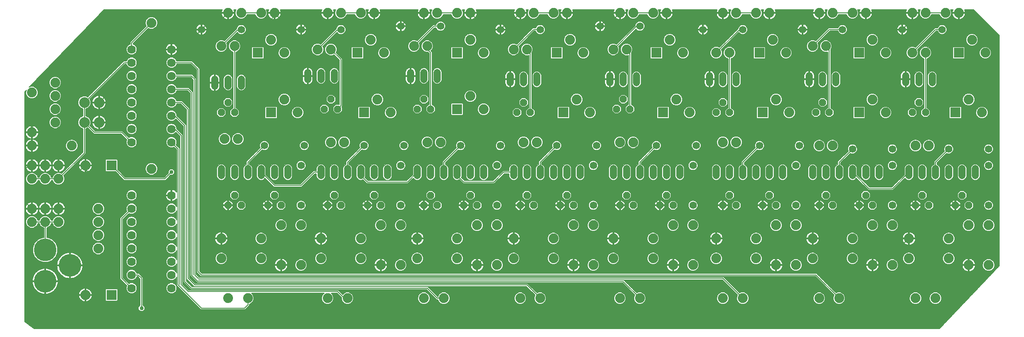
<source format=gbl>
G75*
%MOIN*%
%OFA0B0*%
%FSLAX25Y25*%
%IPPOS*%
%LPD*%
%AMOC8*
5,1,8,0,0,1.08239X$1,22.5*
%
%ADD10C,0.17000*%
%ADD11C,0.07600*%
%ADD12R,0.07600X0.07600*%
%ADD13C,0.08000*%
%ADD14C,0.07400*%
%ADD15C,0.06400*%
%ADD16C,0.05200*%
%ADD17OC8,0.05200*%
%ADD18C,0.05543*%
%ADD19R,0.07400X0.07400*%
%ADD20C,0.00600*%
%ADD21C,0.02978*%
D10*
X0021300Y0041615D03*
X0039804Y0053426D03*
X0021300Y0065237D03*
D11*
X0051457Y0031300D03*
X0051457Y0128800D03*
D12*
X0071143Y0128800D03*
X0071143Y0031300D03*
D13*
X0061800Y0161300D03*
X0050800Y0161300D03*
X0050800Y0176300D03*
X0061800Y0176300D03*
D14*
X0028800Y0171300D03*
X0028800Y0161300D03*
X0011300Y0153800D03*
X0011300Y0143800D03*
X0041300Y0143800D03*
X0031300Y0128800D03*
X0021300Y0128800D03*
X0011300Y0128800D03*
X0011300Y0118800D03*
X0021300Y0118800D03*
X0031300Y0118800D03*
X0031300Y0096300D03*
X0021300Y0096300D03*
X0011300Y0096300D03*
X0011300Y0086300D03*
X0021300Y0086300D03*
X0031300Y0086300D03*
X0061300Y0086300D03*
X0061300Y0076300D03*
X0061300Y0066300D03*
X0061300Y0096300D03*
X0101300Y0126300D03*
X0156300Y0148800D03*
X0166300Y0148800D03*
X0211300Y0168741D03*
X0201300Y0178583D03*
X0271300Y0178583D03*
X0281300Y0168741D03*
X0341300Y0181083D03*
X0351300Y0171241D03*
X0421300Y0178583D03*
X0431300Y0168741D03*
X0453800Y0146300D03*
X0463800Y0146300D03*
X0506300Y0168741D03*
X0496300Y0178583D03*
X0571300Y0178583D03*
X0581300Y0168741D03*
X0643800Y0178583D03*
X0653800Y0168741D03*
X0716300Y0178583D03*
X0726300Y0168741D03*
X0686300Y0143800D03*
X0676300Y0143800D03*
X0613800Y0143800D03*
X0603800Y0143800D03*
X0541300Y0146300D03*
X0531300Y0146300D03*
X0391300Y0146300D03*
X0381300Y0146300D03*
X0318800Y0146300D03*
X0308800Y0146300D03*
X0246300Y0146300D03*
X0236300Y0146300D03*
X0213800Y0083800D03*
X0198800Y0083800D03*
X0183800Y0073800D03*
X0153800Y0073800D03*
X0153800Y0058800D03*
X0183800Y0058800D03*
X0198800Y0053800D03*
X0213800Y0053800D03*
X0228800Y0058800D03*
X0258800Y0058800D03*
X0273800Y0053800D03*
X0288800Y0053800D03*
X0301300Y0058800D03*
X0331300Y0058800D03*
X0346300Y0053800D03*
X0361300Y0053800D03*
X0373800Y0058800D03*
X0403800Y0058800D03*
X0418800Y0053800D03*
X0433800Y0053800D03*
X0448800Y0058800D03*
X0478800Y0058800D03*
X0493800Y0053800D03*
X0508800Y0053800D03*
X0526300Y0058800D03*
X0556300Y0058800D03*
X0571300Y0053800D03*
X0586300Y0053800D03*
X0598800Y0058800D03*
X0628800Y0058800D03*
X0643800Y0053800D03*
X0658800Y0053800D03*
X0671300Y0058800D03*
X0701300Y0058800D03*
X0716300Y0053800D03*
X0731300Y0053800D03*
X0701300Y0073800D03*
X0716300Y0083800D03*
X0731300Y0083800D03*
X0671300Y0073800D03*
X0658800Y0083800D03*
X0643800Y0083800D03*
X0628800Y0073800D03*
X0598800Y0073800D03*
X0586300Y0083800D03*
X0571300Y0083800D03*
X0556300Y0073800D03*
X0526300Y0073800D03*
X0508800Y0083800D03*
X0493800Y0083800D03*
X0478800Y0073800D03*
X0448800Y0073800D03*
X0433800Y0083800D03*
X0418800Y0083800D03*
X0403800Y0073800D03*
X0373800Y0073800D03*
X0361300Y0083800D03*
X0346300Y0083800D03*
X0331300Y0073800D03*
X0301300Y0073800D03*
X0288800Y0083800D03*
X0273800Y0083800D03*
X0258800Y0073800D03*
X0228800Y0073800D03*
X0233800Y0028800D03*
X0248800Y0028800D03*
X0306300Y0028800D03*
X0321300Y0028800D03*
X0378800Y0028800D03*
X0393800Y0028800D03*
X0453800Y0028800D03*
X0468800Y0028800D03*
X0531300Y0028800D03*
X0546300Y0028800D03*
X0603800Y0028800D03*
X0618800Y0028800D03*
X0676300Y0028800D03*
X0691300Y0028800D03*
X0173800Y0028800D03*
X0158800Y0028800D03*
X0028800Y0181300D03*
X0011300Y0183800D03*
X0028800Y0191300D03*
X0153800Y0218800D03*
X0163800Y0218800D03*
X0191300Y0223583D03*
X0201300Y0213741D03*
X0226300Y0216300D03*
X0236300Y0216300D03*
X0266300Y0223583D03*
X0276300Y0213741D03*
X0298800Y0218800D03*
X0308800Y0218800D03*
X0341300Y0223583D03*
X0351300Y0213741D03*
X0373800Y0216300D03*
X0383800Y0216300D03*
X0416300Y0223583D03*
X0426300Y0213741D03*
X0448800Y0216300D03*
X0458800Y0216300D03*
X0491300Y0223583D03*
X0501300Y0213741D03*
X0526300Y0213800D03*
X0536300Y0213800D03*
X0568800Y0223583D03*
X0578800Y0213741D03*
X0598800Y0218800D03*
X0608800Y0218800D03*
X0643800Y0223583D03*
X0653800Y0213741D03*
X0673800Y0213800D03*
X0683800Y0213800D03*
X0718800Y0223583D03*
X0728800Y0213741D03*
X0708800Y0243800D03*
X0698800Y0243800D03*
X0683800Y0243800D03*
X0673800Y0243800D03*
X0638800Y0243800D03*
X0628800Y0243800D03*
X0613800Y0243800D03*
X0603800Y0243800D03*
X0566300Y0243800D03*
X0556300Y0243800D03*
X0541300Y0243800D03*
X0531300Y0243800D03*
X0488800Y0243800D03*
X0478800Y0243800D03*
X0463800Y0243800D03*
X0453800Y0243800D03*
X0413800Y0243800D03*
X0403800Y0243800D03*
X0388800Y0243800D03*
X0378800Y0243800D03*
X0341300Y0243800D03*
X0331300Y0243800D03*
X0316300Y0243800D03*
X0306300Y0243800D03*
X0268800Y0243800D03*
X0258800Y0243800D03*
X0243800Y0243800D03*
X0233800Y0243800D03*
X0193800Y0243800D03*
X0183800Y0243800D03*
X0168800Y0243800D03*
X0158800Y0243800D03*
X0101300Y0236300D03*
D15*
X0086300Y0216300D03*
X0086300Y0206300D03*
X0086300Y0196300D03*
X0086300Y0186300D03*
X0086300Y0176300D03*
X0086300Y0166300D03*
X0086300Y0156300D03*
X0086300Y0146300D03*
X0116300Y0146300D03*
X0116300Y0156300D03*
X0116300Y0166300D03*
X0116300Y0176300D03*
X0116300Y0186300D03*
X0116300Y0196300D03*
X0116300Y0206300D03*
X0116300Y0216300D03*
X0116300Y0106300D03*
X0116300Y0096300D03*
X0116300Y0086300D03*
X0116300Y0076300D03*
X0116300Y0066300D03*
X0116300Y0056300D03*
X0116300Y0046300D03*
X0116300Y0036300D03*
X0086300Y0036300D03*
X0086300Y0046300D03*
X0086300Y0056300D03*
X0086300Y0066300D03*
X0086300Y0076300D03*
X0086300Y0086300D03*
X0086300Y0096300D03*
X0086300Y0106300D03*
D16*
X0153800Y0121200D02*
X0153800Y0126400D01*
X0163800Y0126400D02*
X0163800Y0121200D01*
X0173800Y0121200D02*
X0173800Y0126400D01*
X0183800Y0126400D02*
X0183800Y0121200D01*
X0193800Y0121200D02*
X0193800Y0126400D01*
X0203800Y0126400D02*
X0203800Y0121200D01*
X0228800Y0121200D02*
X0228800Y0126400D01*
X0238800Y0126400D02*
X0238800Y0121200D01*
X0248800Y0121200D02*
X0248800Y0126400D01*
X0258800Y0126400D02*
X0258800Y0121200D01*
X0268800Y0121200D02*
X0268800Y0126400D01*
X0278800Y0126400D02*
X0278800Y0121200D01*
X0301300Y0121200D02*
X0301300Y0126400D01*
X0311300Y0126400D02*
X0311300Y0121200D01*
X0321300Y0121200D02*
X0321300Y0126400D01*
X0331300Y0126400D02*
X0331300Y0121200D01*
X0341300Y0121200D02*
X0341300Y0126400D01*
X0351300Y0126400D02*
X0351300Y0121200D01*
X0373800Y0121200D02*
X0373800Y0126400D01*
X0383800Y0126400D02*
X0383800Y0121200D01*
X0393800Y0121200D02*
X0393800Y0126400D01*
X0403800Y0126400D02*
X0403800Y0121200D01*
X0413800Y0121200D02*
X0413800Y0126400D01*
X0423800Y0126400D02*
X0423800Y0121200D01*
X0448800Y0121200D02*
X0448800Y0126400D01*
X0458800Y0126400D02*
X0458800Y0121200D01*
X0468800Y0121200D02*
X0468800Y0126400D01*
X0478800Y0126400D02*
X0478800Y0121200D01*
X0488800Y0121200D02*
X0488800Y0126400D01*
X0498800Y0126400D02*
X0498800Y0121200D01*
X0526300Y0121200D02*
X0526300Y0126400D01*
X0536300Y0126400D02*
X0536300Y0121200D01*
X0546300Y0121200D02*
X0546300Y0126400D01*
X0556300Y0126400D02*
X0556300Y0121200D01*
X0566300Y0121200D02*
X0566300Y0126400D01*
X0576300Y0126400D02*
X0576300Y0121200D01*
X0598800Y0121200D02*
X0598800Y0126400D01*
X0608800Y0126400D02*
X0608800Y0121200D01*
X0618800Y0121200D02*
X0618800Y0126400D01*
X0628800Y0126400D02*
X0628800Y0121200D01*
X0638800Y0121200D02*
X0638800Y0126400D01*
X0648800Y0126400D02*
X0648800Y0121200D01*
X0671300Y0121200D02*
X0671300Y0126400D01*
X0681300Y0126400D02*
X0681300Y0121200D01*
X0691300Y0121200D02*
X0691300Y0126400D01*
X0701300Y0126400D02*
X0701300Y0121200D01*
X0711300Y0121200D02*
X0711300Y0126400D01*
X0721300Y0126400D02*
X0721300Y0121200D01*
X0688800Y0191200D02*
X0688800Y0196400D01*
X0678800Y0196400D02*
X0678800Y0191200D01*
X0668800Y0191200D02*
X0668800Y0196400D01*
X0616300Y0196400D02*
X0616300Y0191200D01*
X0606300Y0191200D02*
X0606300Y0196400D01*
X0596300Y0196400D02*
X0596300Y0191200D01*
X0541300Y0191200D02*
X0541300Y0196400D01*
X0531300Y0196400D02*
X0531300Y0191200D01*
X0521300Y0191200D02*
X0521300Y0196400D01*
X0466300Y0196400D02*
X0466300Y0191200D01*
X0456300Y0191200D02*
X0456300Y0196400D01*
X0446300Y0196400D02*
X0446300Y0191200D01*
X0391300Y0191200D02*
X0391300Y0196400D01*
X0381300Y0196400D02*
X0381300Y0191200D01*
X0371300Y0191200D02*
X0371300Y0196400D01*
X0316300Y0198900D02*
X0316300Y0193700D01*
X0306300Y0193700D02*
X0306300Y0198900D01*
X0296300Y0198900D02*
X0296300Y0193700D01*
X0238800Y0193700D02*
X0238800Y0198900D01*
X0228800Y0198900D02*
X0228800Y0193700D01*
X0218800Y0193700D02*
X0218800Y0198900D01*
X0168800Y0193900D02*
X0168800Y0188700D01*
X0158800Y0188700D02*
X0158800Y0193900D01*
X0148800Y0193900D02*
X0148800Y0188700D01*
D17*
X0158800Y0176300D03*
X0153800Y0168800D03*
X0163800Y0168800D03*
X0231300Y0171300D03*
X0241300Y0171300D03*
X0236300Y0178800D03*
X0301300Y0171300D03*
X0311300Y0171300D03*
X0306300Y0178800D03*
X0376300Y0168800D03*
X0386300Y0168800D03*
X0381300Y0176300D03*
X0451300Y0171300D03*
X0461300Y0171300D03*
X0456300Y0178800D03*
X0526300Y0168800D03*
X0536300Y0168800D03*
X0531300Y0176300D03*
X0601300Y0168800D03*
X0611300Y0168800D03*
X0606300Y0176300D03*
X0673800Y0168800D03*
X0683800Y0168800D03*
X0678800Y0176300D03*
X0681300Y0106300D03*
X0676300Y0098800D03*
X0686300Y0098800D03*
X0706300Y0098800D03*
X0716300Y0098800D03*
X0711300Y0106300D03*
X0643800Y0098800D03*
X0633800Y0098800D03*
X0638800Y0106300D03*
X0613800Y0098800D03*
X0603800Y0098800D03*
X0608800Y0106300D03*
X0571300Y0098800D03*
X0561300Y0098800D03*
X0566300Y0106300D03*
X0541300Y0098800D03*
X0531300Y0098800D03*
X0536300Y0106300D03*
X0493800Y0098800D03*
X0483800Y0098800D03*
X0463800Y0098800D03*
X0453800Y0098800D03*
X0458800Y0106300D03*
X0488800Y0106300D03*
X0418800Y0098800D03*
X0408800Y0098800D03*
X0388800Y0098800D03*
X0378800Y0098800D03*
X0383800Y0106300D03*
X0413800Y0106300D03*
X0346300Y0098800D03*
X0336300Y0098800D03*
X0341300Y0106300D03*
X0316300Y0098800D03*
X0306300Y0098800D03*
X0311300Y0106300D03*
X0273800Y0098800D03*
X0263800Y0098800D03*
X0268800Y0106300D03*
X0243800Y0098800D03*
X0233800Y0098800D03*
X0238800Y0106300D03*
X0198800Y0098800D03*
X0188800Y0098800D03*
X0193800Y0106300D03*
X0168800Y0098800D03*
X0158800Y0098800D03*
X0163800Y0106300D03*
D18*
X0213800Y0098800D03*
X0288800Y0098800D03*
X0361300Y0098800D03*
X0433800Y0098800D03*
X0508800Y0098800D03*
X0586300Y0098800D03*
X0658800Y0098800D03*
X0731300Y0098800D03*
X0731300Y0128800D03*
X0731300Y0141300D03*
X0701300Y0141300D03*
X0658800Y0141300D03*
X0628800Y0141300D03*
X0658800Y0128800D03*
X0588800Y0143800D03*
X0558800Y0143800D03*
X0586300Y0128800D03*
X0511300Y0143800D03*
X0481300Y0143800D03*
X0508800Y0128800D03*
X0436300Y0143800D03*
X0406300Y0143800D03*
X0433800Y0128800D03*
X0363800Y0143800D03*
X0333800Y0143800D03*
X0291300Y0143800D03*
X0261300Y0143800D03*
X0288800Y0128800D03*
X0216300Y0143800D03*
X0186300Y0143800D03*
X0213800Y0128800D03*
X0361300Y0128800D03*
X0363800Y0231300D03*
X0393800Y0231300D03*
X0438800Y0233800D03*
X0468800Y0233800D03*
X0516300Y0231300D03*
X0546300Y0231300D03*
X0591300Y0231300D03*
X0621300Y0231300D03*
X0666300Y0231300D03*
X0696300Y0231300D03*
X0318800Y0233800D03*
X0288800Y0233800D03*
X0243800Y0231300D03*
X0213800Y0231300D03*
X0168800Y0231300D03*
X0138800Y0231300D03*
D19*
X0181300Y0213741D03*
X0256300Y0213741D03*
X0331300Y0213741D03*
X0406300Y0213741D03*
X0481300Y0213741D03*
X0558800Y0213741D03*
X0633800Y0213741D03*
X0708800Y0213741D03*
X0706300Y0168741D03*
X0633800Y0168741D03*
X0561300Y0168741D03*
X0486300Y0168741D03*
X0411300Y0168741D03*
X0331300Y0171241D03*
X0261300Y0168741D03*
X0191300Y0168741D03*
D20*
X0012833Y0005900D02*
X0005900Y0011100D01*
X0005900Y0184443D01*
X0007105Y0185693D01*
X0006700Y0184715D01*
X0006700Y0182885D01*
X0007400Y0181194D01*
X0008694Y0179900D01*
X0010385Y0179200D01*
X0012215Y0179200D01*
X0013906Y0179900D01*
X0015200Y0181194D01*
X0015900Y0182885D01*
X0015900Y0184715D01*
X0015200Y0186406D01*
X0013906Y0187700D01*
X0012215Y0188400D01*
X0010385Y0188400D01*
X0009270Y0187938D01*
X0065547Y0246300D01*
X0154462Y0246300D01*
X0154166Y0245719D01*
X0153923Y0244971D01*
X0153800Y0244194D01*
X0153800Y0244100D01*
X0158500Y0244100D01*
X0158500Y0243500D01*
X0153800Y0243500D01*
X0153800Y0243406D01*
X0153923Y0242629D01*
X0154166Y0241881D01*
X0154524Y0241179D01*
X0154986Y0240543D01*
X0155543Y0239986D01*
X0156179Y0239524D01*
X0156881Y0239166D01*
X0157629Y0238923D01*
X0158406Y0238800D01*
X0158500Y0238800D01*
X0158500Y0243500D01*
X0159100Y0243500D01*
X0159100Y0244100D01*
X0163800Y0244100D01*
X0163800Y0244194D01*
X0163677Y0244971D01*
X0163434Y0245719D01*
X0163138Y0246300D01*
X0164857Y0246300D01*
X0164200Y0244715D01*
X0164200Y0242885D01*
X0164900Y0241194D01*
X0166194Y0239900D01*
X0167885Y0239200D01*
X0169715Y0239200D01*
X0171406Y0239900D01*
X0172700Y0241194D01*
X0173282Y0242600D01*
X0179318Y0242600D01*
X0179900Y0241194D01*
X0181194Y0239900D01*
X0182885Y0239200D01*
X0184715Y0239200D01*
X0186406Y0239900D01*
X0187700Y0241194D01*
X0188400Y0242885D01*
X0188400Y0244715D01*
X0187743Y0246300D01*
X0189462Y0246300D01*
X0189166Y0245719D01*
X0188923Y0244971D01*
X0188800Y0244194D01*
X0188800Y0244100D01*
X0193500Y0244100D01*
X0193500Y0243500D01*
X0194100Y0243500D01*
X0194100Y0244100D01*
X0198800Y0244100D01*
X0198800Y0244194D01*
X0198677Y0244971D01*
X0198434Y0245719D01*
X0198138Y0246300D01*
X0229462Y0246300D01*
X0229166Y0245719D01*
X0228923Y0244971D01*
X0228800Y0244194D01*
X0228800Y0244100D01*
X0233500Y0244100D01*
X0233500Y0243500D01*
X0234100Y0243500D01*
X0234100Y0244100D01*
X0238800Y0244100D01*
X0238800Y0244194D01*
X0238677Y0244971D01*
X0238434Y0245719D01*
X0238138Y0246300D01*
X0239857Y0246300D01*
X0239200Y0244715D01*
X0239200Y0242885D01*
X0239900Y0241194D01*
X0241194Y0239900D01*
X0242885Y0239200D01*
X0244715Y0239200D01*
X0246406Y0239900D01*
X0247700Y0241194D01*
X0248282Y0242600D01*
X0254318Y0242600D01*
X0254900Y0241194D01*
X0256194Y0239900D01*
X0257885Y0239200D01*
X0259715Y0239200D01*
X0261406Y0239900D01*
X0262700Y0241194D01*
X0263400Y0242885D01*
X0263400Y0244715D01*
X0262743Y0246300D01*
X0264462Y0246300D01*
X0264166Y0245719D01*
X0263923Y0244971D01*
X0263800Y0244194D01*
X0263800Y0244100D01*
X0268500Y0244100D01*
X0268500Y0243500D01*
X0269100Y0243500D01*
X0269100Y0244100D01*
X0273800Y0244100D01*
X0273800Y0244194D01*
X0273677Y0244971D01*
X0273434Y0245719D01*
X0273138Y0246300D01*
X0301962Y0246300D01*
X0301666Y0245719D01*
X0301423Y0244971D01*
X0301300Y0244194D01*
X0301300Y0244100D01*
X0306000Y0244100D01*
X0306000Y0243500D01*
X0306600Y0243500D01*
X0306600Y0244100D01*
X0311300Y0244100D01*
X0311300Y0244194D01*
X0311177Y0244971D01*
X0310934Y0245719D01*
X0310638Y0246300D01*
X0312357Y0246300D01*
X0311700Y0244715D01*
X0311700Y0242885D01*
X0312400Y0241194D01*
X0313694Y0239900D01*
X0315385Y0239200D01*
X0317215Y0239200D01*
X0318906Y0239900D01*
X0320200Y0241194D01*
X0320782Y0242600D01*
X0326818Y0242600D01*
X0327400Y0241194D01*
X0328694Y0239900D01*
X0330385Y0239200D01*
X0332215Y0239200D01*
X0333906Y0239900D01*
X0335200Y0241194D01*
X0335900Y0242885D01*
X0335900Y0244715D01*
X0335243Y0246300D01*
X0336962Y0246300D01*
X0336666Y0245719D01*
X0336423Y0244971D01*
X0336300Y0244194D01*
X0336300Y0244100D01*
X0341000Y0244100D01*
X0341000Y0243500D01*
X0341600Y0243500D01*
X0341600Y0244100D01*
X0346300Y0244100D01*
X0346300Y0244194D01*
X0346177Y0244971D01*
X0345934Y0245719D01*
X0345638Y0246300D01*
X0374462Y0246300D01*
X0374166Y0245719D01*
X0373923Y0244971D01*
X0373800Y0244194D01*
X0373800Y0244100D01*
X0378500Y0244100D01*
X0378500Y0243500D01*
X0379100Y0243500D01*
X0379100Y0244100D01*
X0383800Y0244100D01*
X0383800Y0244194D01*
X0383677Y0244971D01*
X0383434Y0245719D01*
X0383138Y0246300D01*
X0384857Y0246300D01*
X0384200Y0244715D01*
X0384200Y0242885D01*
X0384900Y0241194D01*
X0386194Y0239900D01*
X0387885Y0239200D01*
X0389715Y0239200D01*
X0391406Y0239900D01*
X0392700Y0241194D01*
X0393282Y0242600D01*
X0399318Y0242600D01*
X0399900Y0241194D01*
X0401194Y0239900D01*
X0402885Y0239200D01*
X0404715Y0239200D01*
X0406406Y0239900D01*
X0407700Y0241194D01*
X0408400Y0242885D01*
X0408400Y0244715D01*
X0407743Y0246300D01*
X0409462Y0246300D01*
X0409166Y0245719D01*
X0408923Y0244971D01*
X0408800Y0244194D01*
X0408800Y0244100D01*
X0413500Y0244100D01*
X0413500Y0243500D01*
X0414100Y0243500D01*
X0414100Y0244100D01*
X0418800Y0244100D01*
X0418800Y0244194D01*
X0418677Y0244971D01*
X0418434Y0245719D01*
X0418138Y0246300D01*
X0449462Y0246300D01*
X0449166Y0245719D01*
X0448923Y0244971D01*
X0448800Y0244194D01*
X0448800Y0244100D01*
X0453500Y0244100D01*
X0453500Y0243500D01*
X0454100Y0243500D01*
X0454100Y0244100D01*
X0458800Y0244100D01*
X0458800Y0244194D01*
X0458677Y0244971D01*
X0458434Y0245719D01*
X0458138Y0246300D01*
X0459857Y0246300D01*
X0459200Y0244715D01*
X0459200Y0242885D01*
X0459900Y0241194D01*
X0461194Y0239900D01*
X0462885Y0239200D01*
X0464715Y0239200D01*
X0466406Y0239900D01*
X0467700Y0241194D01*
X0468282Y0242600D01*
X0474318Y0242600D01*
X0474900Y0241194D01*
X0476194Y0239900D01*
X0477885Y0239200D01*
X0479715Y0239200D01*
X0481406Y0239900D01*
X0482700Y0241194D01*
X0483400Y0242885D01*
X0483400Y0244715D01*
X0482743Y0246300D01*
X0484462Y0246300D01*
X0484166Y0245719D01*
X0483923Y0244971D01*
X0483800Y0244194D01*
X0483800Y0244100D01*
X0488500Y0244100D01*
X0488500Y0243500D01*
X0489100Y0243500D01*
X0489100Y0244100D01*
X0493800Y0244100D01*
X0493800Y0244194D01*
X0493677Y0244971D01*
X0493434Y0245719D01*
X0493138Y0246300D01*
X0526962Y0246300D01*
X0526666Y0245719D01*
X0526423Y0244971D01*
X0526300Y0244194D01*
X0526300Y0244100D01*
X0531000Y0244100D01*
X0531000Y0243500D01*
X0531600Y0243500D01*
X0531600Y0244100D01*
X0536300Y0244100D01*
X0536300Y0244194D01*
X0536177Y0244971D01*
X0535934Y0245719D01*
X0535638Y0246300D01*
X0537357Y0246300D01*
X0536700Y0244715D01*
X0536700Y0242885D01*
X0537400Y0241194D01*
X0538694Y0239900D01*
X0540385Y0239200D01*
X0542215Y0239200D01*
X0543906Y0239900D01*
X0545200Y0241194D01*
X0545782Y0242600D01*
X0551818Y0242600D01*
X0552400Y0241194D01*
X0553694Y0239900D01*
X0555385Y0239200D01*
X0557215Y0239200D01*
X0558906Y0239900D01*
X0560200Y0241194D01*
X0560900Y0242885D01*
X0560900Y0244715D01*
X0560243Y0246300D01*
X0561962Y0246300D01*
X0561666Y0245719D01*
X0561423Y0244971D01*
X0561300Y0244194D01*
X0561300Y0244100D01*
X0566000Y0244100D01*
X0566000Y0243500D01*
X0566600Y0243500D01*
X0566600Y0244100D01*
X0571300Y0244100D01*
X0571300Y0244194D01*
X0571177Y0244971D01*
X0570934Y0245719D01*
X0570638Y0246300D01*
X0599462Y0246300D01*
X0599166Y0245719D01*
X0598923Y0244971D01*
X0598800Y0244194D01*
X0598800Y0244100D01*
X0603500Y0244100D01*
X0603500Y0243500D01*
X0604100Y0243500D01*
X0604100Y0244100D01*
X0608800Y0244100D01*
X0608800Y0244194D01*
X0608677Y0244971D01*
X0608434Y0245719D01*
X0608138Y0246300D01*
X0609857Y0246300D01*
X0609200Y0244715D01*
X0609200Y0242885D01*
X0609900Y0241194D01*
X0611194Y0239900D01*
X0612885Y0239200D01*
X0614715Y0239200D01*
X0616406Y0239900D01*
X0617700Y0241194D01*
X0618282Y0242600D01*
X0624318Y0242600D01*
X0624900Y0241194D01*
X0626194Y0239900D01*
X0627885Y0239200D01*
X0629715Y0239200D01*
X0631406Y0239900D01*
X0632700Y0241194D01*
X0633400Y0242885D01*
X0633400Y0244715D01*
X0632743Y0246300D01*
X0634462Y0246300D01*
X0634166Y0245719D01*
X0633923Y0244971D01*
X0633800Y0244194D01*
X0633800Y0244100D01*
X0638500Y0244100D01*
X0638500Y0243500D01*
X0639100Y0243500D01*
X0639100Y0244100D01*
X0643800Y0244100D01*
X0643800Y0244194D01*
X0643677Y0244971D01*
X0643434Y0245719D01*
X0643138Y0246300D01*
X0669462Y0246300D01*
X0669166Y0245719D01*
X0668923Y0244971D01*
X0668800Y0244194D01*
X0668800Y0244100D01*
X0673500Y0244100D01*
X0673500Y0243500D01*
X0674100Y0243500D01*
X0674100Y0244100D01*
X0678800Y0244100D01*
X0678800Y0244194D01*
X0678677Y0244971D01*
X0678434Y0245719D01*
X0678138Y0246300D01*
X0679857Y0246300D01*
X0679200Y0244715D01*
X0679200Y0242885D01*
X0679900Y0241194D01*
X0681194Y0239900D01*
X0682885Y0239200D01*
X0684715Y0239200D01*
X0686406Y0239900D01*
X0687700Y0241194D01*
X0688282Y0242600D01*
X0694318Y0242600D01*
X0694900Y0241194D01*
X0696194Y0239900D01*
X0697885Y0239200D01*
X0699715Y0239200D01*
X0701406Y0239900D01*
X0702700Y0241194D01*
X0703400Y0242885D01*
X0703400Y0244715D01*
X0702743Y0246300D01*
X0704462Y0246300D01*
X0704166Y0245719D01*
X0703923Y0244971D01*
X0703800Y0244194D01*
X0703800Y0244100D01*
X0708500Y0244100D01*
X0708500Y0243500D01*
X0709100Y0243500D01*
X0709100Y0244100D01*
X0713800Y0244100D01*
X0713800Y0244194D01*
X0713677Y0244971D01*
X0713434Y0245719D01*
X0713138Y0246300D01*
X0719795Y0246300D01*
X0739200Y0226895D01*
X0739200Y0053137D01*
X0694325Y0005900D01*
X0012833Y0005900D01*
X0012815Y0005913D02*
X0694338Y0005913D01*
X0694906Y0006512D02*
X0012017Y0006512D01*
X0011219Y0007110D02*
X0695475Y0007110D01*
X0696044Y0007709D02*
X0010421Y0007709D01*
X0009623Y0008307D02*
X0696612Y0008307D01*
X0697181Y0008906D02*
X0008825Y0008906D01*
X0008027Y0009504D02*
X0697749Y0009504D01*
X0698318Y0010103D02*
X0007229Y0010103D01*
X0006431Y0010701D02*
X0698887Y0010701D01*
X0699455Y0011300D02*
X0005900Y0011300D01*
X0005900Y0011899D02*
X0700024Y0011899D01*
X0700592Y0012497D02*
X0005900Y0012497D01*
X0005900Y0013096D02*
X0701161Y0013096D01*
X0701730Y0013694D02*
X0005900Y0013694D01*
X0005900Y0014293D02*
X0702298Y0014293D01*
X0702867Y0014891D02*
X0005900Y0014891D01*
X0005900Y0015490D02*
X0703435Y0015490D01*
X0704004Y0016088D02*
X0005900Y0016088D01*
X0005900Y0016687D02*
X0704572Y0016687D01*
X0705141Y0017285D02*
X0005900Y0017285D01*
X0005900Y0017884D02*
X0705710Y0017884D01*
X0706278Y0018482D02*
X0005900Y0018482D01*
X0005900Y0019081D02*
X0092641Y0019081D01*
X0092810Y0018911D02*
X0094790Y0018911D01*
X0096189Y0020310D01*
X0096189Y0022290D01*
X0095000Y0023479D01*
X0095000Y0044297D01*
X0092500Y0046797D01*
X0091797Y0047500D01*
X0090241Y0047500D01*
X0089776Y0048622D01*
X0088622Y0049776D01*
X0087116Y0050400D01*
X0085484Y0050400D01*
X0083978Y0049776D01*
X0082824Y0048622D01*
X0082200Y0047116D01*
X0082200Y0045484D01*
X0082824Y0043978D01*
X0083978Y0042824D01*
X0085484Y0042200D01*
X0087116Y0042200D01*
X0088622Y0042824D01*
X0089776Y0043978D01*
X0090241Y0045100D01*
X0090803Y0045100D01*
X0092600Y0043303D01*
X0092600Y0023479D01*
X0091411Y0022290D01*
X0091411Y0020310D01*
X0092810Y0018911D01*
X0092042Y0019679D02*
X0005900Y0019679D01*
X0005900Y0020278D02*
X0091444Y0020278D01*
X0091411Y0020876D02*
X0005900Y0020876D01*
X0005900Y0021475D02*
X0091411Y0021475D01*
X0091411Y0022073D02*
X0005900Y0022073D01*
X0005900Y0022672D02*
X0091793Y0022672D01*
X0092392Y0023270D02*
X0005900Y0023270D01*
X0005900Y0023869D02*
X0092600Y0023869D01*
X0092600Y0024467D02*
X0005900Y0024467D01*
X0005900Y0025066D02*
X0092600Y0025066D01*
X0092600Y0025664D02*
X0005900Y0025664D01*
X0005900Y0026263D02*
X0050660Y0026263D01*
X0051056Y0026200D02*
X0051157Y0026200D01*
X0051157Y0031000D01*
X0046357Y0031000D01*
X0046357Y0030899D01*
X0046483Y0030106D01*
X0046731Y0029342D01*
X0047096Y0028627D01*
X0047567Y0027978D01*
X0048135Y0027410D01*
X0048784Y0026938D01*
X0049500Y0026574D01*
X0050263Y0026326D01*
X0051056Y0026200D01*
X0051157Y0026263D02*
X0051757Y0026263D01*
X0051757Y0026200D02*
X0051859Y0026200D01*
X0052652Y0026326D01*
X0053415Y0026574D01*
X0054130Y0026938D01*
X0054780Y0027410D01*
X0055348Y0027978D01*
X0055819Y0028627D01*
X0056184Y0029342D01*
X0056432Y0030106D01*
X0056557Y0030899D01*
X0056557Y0031000D01*
X0051758Y0031000D01*
X0051758Y0031600D01*
X0056557Y0031600D01*
X0056557Y0031701D01*
X0056432Y0032494D01*
X0056184Y0033258D01*
X0055819Y0033973D01*
X0055348Y0034622D01*
X0054780Y0035190D01*
X0054130Y0035662D01*
X0053415Y0036026D01*
X0052652Y0036274D01*
X0051859Y0036400D01*
X0051757Y0036400D01*
X0051757Y0031600D01*
X0051157Y0031600D01*
X0051157Y0031000D01*
X0051757Y0031000D01*
X0051757Y0026200D01*
X0052255Y0026263D02*
X0092600Y0026263D01*
X0092600Y0026861D02*
X0075577Y0026861D01*
X0075315Y0026600D02*
X0075843Y0027127D01*
X0075843Y0035473D01*
X0075315Y0036000D01*
X0066970Y0036000D01*
X0066443Y0035473D01*
X0066443Y0027127D01*
X0066970Y0026600D01*
X0075315Y0026600D01*
X0075843Y0027460D02*
X0092600Y0027460D01*
X0092600Y0028058D02*
X0075843Y0028058D01*
X0075843Y0028657D02*
X0092600Y0028657D01*
X0092600Y0029255D02*
X0075843Y0029255D01*
X0075843Y0029854D02*
X0092600Y0029854D01*
X0092600Y0030452D02*
X0075843Y0030452D01*
X0075843Y0031051D02*
X0092600Y0031051D01*
X0092600Y0031649D02*
X0075843Y0031649D01*
X0075843Y0032248D02*
X0085369Y0032248D01*
X0085484Y0032200D02*
X0087116Y0032200D01*
X0088622Y0032824D01*
X0089776Y0033978D01*
X0090400Y0035484D01*
X0090400Y0037116D01*
X0089776Y0038622D01*
X0088622Y0039776D01*
X0087116Y0040400D01*
X0085484Y0040400D01*
X0084362Y0039935D01*
X0080000Y0044297D01*
X0080000Y0088303D01*
X0084362Y0092665D01*
X0085484Y0092200D01*
X0087116Y0092200D01*
X0088622Y0092824D01*
X0089776Y0093978D01*
X0090400Y0095484D01*
X0090400Y0097116D01*
X0089776Y0098622D01*
X0088622Y0099776D01*
X0087116Y0100400D01*
X0085484Y0100400D01*
X0083978Y0099776D01*
X0082824Y0098622D01*
X0082200Y0097116D01*
X0082200Y0095484D01*
X0082665Y0094362D01*
X0077600Y0089297D01*
X0077600Y0043303D01*
X0078303Y0042600D01*
X0082665Y0038238D01*
X0082200Y0037116D01*
X0082200Y0035484D01*
X0082824Y0033978D01*
X0083978Y0032824D01*
X0085484Y0032200D01*
X0083955Y0032846D02*
X0075843Y0032846D01*
X0075843Y0033445D02*
X0083357Y0033445D01*
X0082797Y0034043D02*
X0075843Y0034043D01*
X0075843Y0034642D02*
X0082549Y0034642D01*
X0082301Y0035240D02*
X0075843Y0035240D01*
X0075476Y0035839D02*
X0082200Y0035839D01*
X0082200Y0036437D02*
X0029621Y0036437D01*
X0029891Y0036867D02*
X0029305Y0035935D01*
X0028619Y0035074D01*
X0027840Y0034296D01*
X0026980Y0033610D01*
X0026048Y0033024D01*
X0025056Y0032547D01*
X0024017Y0032183D01*
X0022944Y0031938D01*
X0021850Y0031815D01*
X0021600Y0031815D01*
X0021600Y0041315D01*
X0021600Y0041915D01*
X0021000Y0041915D01*
X0021000Y0051415D01*
X0020750Y0051415D01*
X0019656Y0051292D01*
X0018583Y0051047D01*
X0017544Y0050683D01*
X0016552Y0050206D01*
X0015620Y0049620D01*
X0014760Y0048934D01*
X0013981Y0048155D01*
X0013295Y0047295D01*
X0012709Y0046363D01*
X0012232Y0045371D01*
X0011868Y0044332D01*
X0011623Y0043259D01*
X0011500Y0042165D01*
X0011500Y0041915D01*
X0021000Y0041915D01*
X0021000Y0041315D01*
X0011500Y0041315D01*
X0011500Y0041065D01*
X0011623Y0039971D01*
X0011868Y0038898D01*
X0012232Y0037859D01*
X0012709Y0036867D01*
X0013295Y0035935D01*
X0013981Y0035074D01*
X0014760Y0034296D01*
X0015620Y0033610D01*
X0016552Y0033024D01*
X0017544Y0032547D01*
X0018583Y0032183D01*
X0019656Y0031938D01*
X0020750Y0031815D01*
X0021000Y0031815D01*
X0021000Y0041315D01*
X0021600Y0041315D01*
X0031100Y0041315D01*
X0031100Y0041065D01*
X0030977Y0039971D01*
X0030732Y0038898D01*
X0030368Y0037859D01*
X0029891Y0036867D01*
X0029972Y0037036D02*
X0082200Y0037036D01*
X0082415Y0037634D02*
X0030260Y0037634D01*
X0030499Y0038233D02*
X0082663Y0038233D01*
X0082071Y0038832D02*
X0030709Y0038832D01*
X0030853Y0039430D02*
X0081473Y0039430D01*
X0080874Y0040029D02*
X0030983Y0040029D01*
X0031051Y0040627D02*
X0080276Y0040627D01*
X0079677Y0041226D02*
X0031100Y0041226D01*
X0031100Y0041915D02*
X0031100Y0042165D01*
X0030977Y0043259D01*
X0030732Y0044332D01*
X0030368Y0045371D01*
X0029891Y0046363D01*
X0029305Y0047295D01*
X0028619Y0048155D01*
X0027840Y0048934D01*
X0026980Y0049620D01*
X0026048Y0050206D01*
X0025056Y0050683D01*
X0024017Y0051047D01*
X0022944Y0051292D01*
X0021850Y0051415D01*
X0021600Y0051415D01*
X0021600Y0041915D01*
X0031100Y0041915D01*
X0031071Y0042423D02*
X0078480Y0042423D01*
X0077882Y0043021D02*
X0031004Y0043021D01*
X0030894Y0043620D02*
X0077600Y0043620D01*
X0077600Y0044218D02*
X0043161Y0044218D01*
X0043560Y0044358D02*
X0044552Y0044835D01*
X0045484Y0045421D01*
X0046344Y0046107D01*
X0047123Y0046885D01*
X0047809Y0047746D01*
X0048395Y0048678D01*
X0048872Y0049670D01*
X0049236Y0050709D01*
X0049481Y0051782D01*
X0049604Y0052876D01*
X0049604Y0053126D01*
X0040104Y0053126D01*
X0040104Y0053726D01*
X0049604Y0053726D01*
X0049604Y0053976D01*
X0049481Y0055070D01*
X0049236Y0056143D01*
X0048872Y0057182D01*
X0048395Y0058174D01*
X0047809Y0059106D01*
X0047123Y0059966D01*
X0046344Y0060745D01*
X0045484Y0061431D01*
X0044552Y0062017D01*
X0043560Y0062494D01*
X0042521Y0062858D01*
X0041448Y0063103D01*
X0040354Y0063226D01*
X0040104Y0063226D01*
X0040104Y0053726D01*
X0039504Y0053726D01*
X0039504Y0063226D01*
X0039254Y0063226D01*
X0038160Y0063103D01*
X0037087Y0062858D01*
X0036048Y0062494D01*
X0035056Y0062017D01*
X0034124Y0061431D01*
X0033263Y0060745D01*
X0032485Y0059966D01*
X0031799Y0059106D01*
X0031213Y0058174D01*
X0030736Y0057182D01*
X0030372Y0056143D01*
X0030127Y0055070D01*
X0030004Y0053976D01*
X0030004Y0053726D01*
X0039504Y0053726D01*
X0039504Y0053126D01*
X0040104Y0053126D01*
X0040104Y0043626D01*
X0040354Y0043626D01*
X0041448Y0043749D01*
X0042521Y0043994D01*
X0043560Y0044358D01*
X0044513Y0044817D02*
X0077600Y0044817D01*
X0077600Y0045415D02*
X0045475Y0045415D01*
X0046227Y0046014D02*
X0077600Y0046014D01*
X0077600Y0046612D02*
X0046849Y0046612D01*
X0047382Y0047211D02*
X0077600Y0047211D01*
X0077600Y0047809D02*
X0047849Y0047809D01*
X0048225Y0048408D02*
X0077600Y0048408D01*
X0077600Y0049006D02*
X0048553Y0049006D01*
X0048841Y0049605D02*
X0077600Y0049605D01*
X0077600Y0050203D02*
X0049059Y0050203D01*
X0049257Y0050802D02*
X0077600Y0050802D01*
X0077600Y0051400D02*
X0049394Y0051400D01*
X0049505Y0051999D02*
X0077600Y0051999D01*
X0077600Y0052597D02*
X0049573Y0052597D01*
X0049604Y0053794D02*
X0077600Y0053794D01*
X0077600Y0053196D02*
X0040104Y0053196D01*
X0039804Y0053426D02*
X0039804Y0117304D01*
X0051300Y0128800D01*
X0051300Y0126300D01*
X0063800Y0113800D01*
X0093800Y0113800D01*
X0101300Y0106300D01*
X0116300Y0106300D01*
X0116000Y0106463D02*
X0090400Y0106463D01*
X0090400Y0105865D02*
X0111813Y0105865D01*
X0111800Y0105946D02*
X0111911Y0105246D01*
X0112130Y0104573D01*
X0112451Y0103941D01*
X0112868Y0103368D01*
X0113368Y0102868D01*
X0113941Y0102451D01*
X0114573Y0102130D01*
X0115246Y0101911D01*
X0115946Y0101800D01*
X0116000Y0101800D01*
X0116000Y0106000D01*
X0116600Y0106000D01*
X0116600Y0101800D01*
X0116654Y0101800D01*
X0117354Y0101911D01*
X0118027Y0102130D01*
X0118659Y0102451D01*
X0119232Y0102868D01*
X0119732Y0103368D01*
X0120100Y0103874D01*
X0120100Y0097840D01*
X0119776Y0098622D01*
X0118622Y0099776D01*
X0117116Y0100400D01*
X0115484Y0100400D01*
X0113978Y0099776D01*
X0112824Y0098622D01*
X0112200Y0097116D01*
X0112200Y0095484D01*
X0112824Y0093978D01*
X0113978Y0092824D01*
X0115484Y0092200D01*
X0117116Y0092200D01*
X0118622Y0092824D01*
X0119776Y0093978D01*
X0120100Y0094760D01*
X0120100Y0087840D01*
X0119776Y0088622D01*
X0118622Y0089776D01*
X0117116Y0090400D01*
X0115484Y0090400D01*
X0113978Y0089776D01*
X0112824Y0088622D01*
X0112200Y0087116D01*
X0112200Y0085484D01*
X0112824Y0083978D01*
X0113978Y0082824D01*
X0115484Y0082200D01*
X0117116Y0082200D01*
X0118622Y0082824D01*
X0119776Y0083978D01*
X0120100Y0084760D01*
X0120100Y0077840D01*
X0119776Y0078622D01*
X0118622Y0079776D01*
X0117116Y0080400D01*
X0115484Y0080400D01*
X0113978Y0079776D01*
X0112824Y0078622D01*
X0112200Y0077116D01*
X0112200Y0075484D01*
X0112824Y0073978D01*
X0113978Y0072824D01*
X0115484Y0072200D01*
X0117116Y0072200D01*
X0118622Y0072824D01*
X0119776Y0073978D01*
X0120100Y0074760D01*
X0120100Y0067840D01*
X0119776Y0068622D01*
X0118622Y0069776D01*
X0117116Y0070400D01*
X0115484Y0070400D01*
X0113978Y0069776D01*
X0112824Y0068622D01*
X0112200Y0067116D01*
X0112200Y0065484D01*
X0112824Y0063978D01*
X0113978Y0062824D01*
X0115484Y0062200D01*
X0117116Y0062200D01*
X0118622Y0062824D01*
X0119776Y0063978D01*
X0120100Y0064760D01*
X0120100Y0057840D01*
X0119776Y0058622D01*
X0118622Y0059776D01*
X0117116Y0060400D01*
X0115484Y0060400D01*
X0113978Y0059776D01*
X0112824Y0058622D01*
X0112200Y0057116D01*
X0112200Y0055484D01*
X0112824Y0053978D01*
X0113978Y0052824D01*
X0115484Y0052200D01*
X0117116Y0052200D01*
X0118622Y0052824D01*
X0119776Y0053978D01*
X0120100Y0054760D01*
X0120100Y0047840D01*
X0119776Y0048622D01*
X0118622Y0049776D01*
X0117116Y0050400D01*
X0115484Y0050400D01*
X0113978Y0049776D01*
X0112824Y0048622D01*
X0112200Y0047116D01*
X0112200Y0045484D01*
X0112824Y0043978D01*
X0113978Y0042824D01*
X0115484Y0042200D01*
X0117116Y0042200D01*
X0118622Y0042824D01*
X0119776Y0043978D01*
X0120100Y0044760D01*
X0120100Y0038303D01*
X0120803Y0037600D01*
X0138303Y0020100D01*
X0171797Y0020100D01*
X0172500Y0020803D01*
X0175000Y0023303D01*
X0175000Y0024318D01*
X0176406Y0024900D01*
X0177700Y0026194D01*
X0178400Y0027885D01*
X0178400Y0029715D01*
X0177700Y0031406D01*
X0176505Y0032600D01*
X0231095Y0032600D01*
X0229900Y0031406D01*
X0229200Y0029715D01*
X0229200Y0027885D01*
X0229900Y0026194D01*
X0231194Y0024900D01*
X0232885Y0024200D01*
X0234715Y0024200D01*
X0236406Y0024900D01*
X0237700Y0026194D01*
X0238400Y0027885D01*
X0238400Y0029715D01*
X0237700Y0031406D01*
X0236505Y0032600D01*
X0240803Y0032600D01*
X0244200Y0029203D01*
X0244200Y0027885D01*
X0244900Y0026194D01*
X0246194Y0024900D01*
X0247885Y0024200D01*
X0249715Y0024200D01*
X0251406Y0024900D01*
X0252700Y0026194D01*
X0253400Y0027885D01*
X0253400Y0029715D01*
X0252700Y0031406D01*
X0251406Y0032700D01*
X0249715Y0033400D01*
X0247885Y0033400D01*
X0246194Y0032700D01*
X0245146Y0031651D01*
X0241797Y0035000D01*
X0129297Y0035000D01*
X0125000Y0039297D01*
X0125000Y0151797D01*
X0120400Y0156397D01*
X0120400Y0157116D01*
X0119776Y0158622D01*
X0118622Y0159776D01*
X0117116Y0160400D01*
X0115484Y0160400D01*
X0113978Y0159776D01*
X0112824Y0158622D01*
X0112200Y0157116D01*
X0112200Y0155484D01*
X0112824Y0153978D01*
X0113978Y0152824D01*
X0115484Y0152200D01*
X0117116Y0152200D01*
X0118622Y0152824D01*
X0119601Y0153802D01*
X0122600Y0150803D01*
X0122600Y0039197D01*
X0122500Y0039297D01*
X0122500Y0141797D01*
X0119935Y0144362D01*
X0120400Y0145484D01*
X0120400Y0147116D01*
X0119776Y0148622D01*
X0118622Y0149776D01*
X0117116Y0150400D01*
X0115484Y0150400D01*
X0113978Y0149776D01*
X0112824Y0148622D01*
X0112200Y0147116D01*
X0112200Y0145484D01*
X0112824Y0143978D01*
X0113978Y0142824D01*
X0115484Y0142200D01*
X0117116Y0142200D01*
X0118238Y0142665D01*
X0120100Y0140803D01*
X0120100Y0108726D01*
X0119732Y0109232D01*
X0119232Y0109732D01*
X0118659Y0110149D01*
X0118027Y0110470D01*
X0117354Y0110689D01*
X0116654Y0110800D01*
X0116600Y0110800D01*
X0116600Y0106600D01*
X0116000Y0106600D01*
X0116000Y0110800D01*
X0115946Y0110800D01*
X0115246Y0110689D01*
X0114573Y0110470D01*
X0113941Y0110149D01*
X0113368Y0109732D01*
X0112868Y0109232D01*
X0112451Y0108659D01*
X0112130Y0108027D01*
X0111911Y0107354D01*
X0111800Y0106654D01*
X0111800Y0106600D01*
X0116000Y0106600D01*
X0116000Y0106000D01*
X0111800Y0106000D01*
X0111800Y0105946D01*
X0111908Y0105266D02*
X0090310Y0105266D01*
X0090400Y0105484D02*
X0089776Y0103978D01*
X0088622Y0102824D01*
X0087116Y0102200D01*
X0085484Y0102200D01*
X0083978Y0102824D01*
X0082824Y0103978D01*
X0082200Y0105484D01*
X0082200Y0107116D01*
X0082824Y0108622D01*
X0083978Y0109776D01*
X0085484Y0110400D01*
X0087116Y0110400D01*
X0088622Y0109776D01*
X0089776Y0108622D01*
X0090400Y0107116D01*
X0090400Y0105484D01*
X0090062Y0104668D02*
X0112099Y0104668D01*
X0112386Y0104069D02*
X0089814Y0104069D01*
X0089269Y0103471D02*
X0112793Y0103471D01*
X0113364Y0102872D02*
X0088670Y0102872D01*
X0087294Y0102274D02*
X0114290Y0102274D01*
X0116000Y0102274D02*
X0116600Y0102274D01*
X0116600Y0102872D02*
X0116000Y0102872D01*
X0116000Y0103471D02*
X0116600Y0103471D01*
X0116600Y0104069D02*
X0116000Y0104069D01*
X0116000Y0104668D02*
X0116600Y0104668D01*
X0116600Y0105266D02*
X0116000Y0105266D01*
X0116000Y0105865D02*
X0116600Y0105865D01*
X0116600Y0107062D02*
X0116000Y0107062D01*
X0116000Y0107660D02*
X0116600Y0107660D01*
X0116600Y0108259D02*
X0116000Y0108259D01*
X0116000Y0108857D02*
X0116600Y0108857D01*
X0116600Y0109456D02*
X0116000Y0109456D01*
X0116000Y0110054D02*
X0116600Y0110054D01*
X0116600Y0110653D02*
X0116000Y0110653D01*
X0115134Y0110653D02*
X0005900Y0110653D01*
X0005900Y0111251D02*
X0120100Y0111251D01*
X0120100Y0110653D02*
X0117466Y0110653D01*
X0118788Y0110054D02*
X0120100Y0110054D01*
X0120100Y0109456D02*
X0119508Y0109456D01*
X0120004Y0108857D02*
X0120100Y0108857D01*
X0122500Y0108857D02*
X0122600Y0108857D01*
X0122600Y0108259D02*
X0122500Y0108259D01*
X0122500Y0107660D02*
X0122600Y0107660D01*
X0122600Y0107062D02*
X0122500Y0107062D01*
X0122500Y0106463D02*
X0122600Y0106463D01*
X0122600Y0105865D02*
X0122500Y0105865D01*
X0122500Y0105266D02*
X0122600Y0105266D01*
X0122600Y0104668D02*
X0122500Y0104668D01*
X0122500Y0104069D02*
X0122600Y0104069D01*
X0122600Y0103471D02*
X0122500Y0103471D01*
X0122500Y0102872D02*
X0122600Y0102872D01*
X0122600Y0102274D02*
X0122500Y0102274D01*
X0122500Y0101675D02*
X0122600Y0101675D01*
X0122600Y0101077D02*
X0122500Y0101077D01*
X0122500Y0100478D02*
X0122600Y0100478D01*
X0122600Y0099880D02*
X0122500Y0099880D01*
X0122500Y0099281D02*
X0122600Y0099281D01*
X0122600Y0098683D02*
X0122500Y0098683D01*
X0122500Y0098084D02*
X0122600Y0098084D01*
X0122600Y0097486D02*
X0122500Y0097486D01*
X0122500Y0096887D02*
X0122600Y0096887D01*
X0122600Y0096289D02*
X0122500Y0096289D01*
X0122500Y0095690D02*
X0122600Y0095690D01*
X0122600Y0095092D02*
X0122500Y0095092D01*
X0122500Y0094493D02*
X0122600Y0094493D01*
X0122600Y0093895D02*
X0122500Y0093895D01*
X0122500Y0093296D02*
X0122600Y0093296D01*
X0122600Y0092698D02*
X0122500Y0092698D01*
X0122500Y0092099D02*
X0122600Y0092099D01*
X0122600Y0091501D02*
X0122500Y0091501D01*
X0122500Y0090902D02*
X0122600Y0090902D01*
X0122600Y0090303D02*
X0122500Y0090303D01*
X0122500Y0089705D02*
X0122600Y0089705D01*
X0122600Y0089106D02*
X0122500Y0089106D01*
X0122500Y0088508D02*
X0122600Y0088508D01*
X0122600Y0087909D02*
X0122500Y0087909D01*
X0122500Y0087311D02*
X0122600Y0087311D01*
X0122600Y0086712D02*
X0122500Y0086712D01*
X0122500Y0086114D02*
X0122600Y0086114D01*
X0122600Y0085515D02*
X0122500Y0085515D01*
X0122500Y0084917D02*
X0122600Y0084917D01*
X0122600Y0084318D02*
X0122500Y0084318D01*
X0122500Y0083720D02*
X0122600Y0083720D01*
X0122600Y0083121D02*
X0122500Y0083121D01*
X0122500Y0082523D02*
X0122600Y0082523D01*
X0122600Y0081924D02*
X0122500Y0081924D01*
X0122500Y0081326D02*
X0122600Y0081326D01*
X0122600Y0080727D02*
X0122500Y0080727D01*
X0122500Y0080129D02*
X0122600Y0080129D01*
X0122600Y0079530D02*
X0122500Y0079530D01*
X0122500Y0078932D02*
X0122600Y0078932D01*
X0122600Y0078333D02*
X0122500Y0078333D01*
X0122500Y0077735D02*
X0122600Y0077735D01*
X0122600Y0077136D02*
X0122500Y0077136D01*
X0122500Y0076538D02*
X0122600Y0076538D01*
X0122600Y0075939D02*
X0122500Y0075939D01*
X0122500Y0075341D02*
X0122600Y0075341D01*
X0122600Y0074742D02*
X0122500Y0074742D01*
X0122500Y0074144D02*
X0122600Y0074144D01*
X0122600Y0073545D02*
X0122500Y0073545D01*
X0122500Y0072947D02*
X0122600Y0072947D01*
X0122600Y0072348D02*
X0122500Y0072348D01*
X0122500Y0071750D02*
X0122600Y0071750D01*
X0122600Y0071151D02*
X0122500Y0071151D01*
X0122500Y0070553D02*
X0122600Y0070553D01*
X0122600Y0069954D02*
X0122500Y0069954D01*
X0122500Y0069356D02*
X0122600Y0069356D01*
X0122600Y0068757D02*
X0122500Y0068757D01*
X0122500Y0068159D02*
X0122600Y0068159D01*
X0122600Y0067560D02*
X0122500Y0067560D01*
X0122500Y0066962D02*
X0122600Y0066962D01*
X0122600Y0066363D02*
X0122500Y0066363D01*
X0122500Y0065765D02*
X0122600Y0065765D01*
X0122600Y0065166D02*
X0122500Y0065166D01*
X0122500Y0064568D02*
X0122600Y0064568D01*
X0122600Y0063969D02*
X0122500Y0063969D01*
X0122500Y0063370D02*
X0122600Y0063370D01*
X0122600Y0062772D02*
X0122500Y0062772D01*
X0122500Y0062173D02*
X0122600Y0062173D01*
X0122600Y0061575D02*
X0122500Y0061575D01*
X0122500Y0060976D02*
X0122600Y0060976D01*
X0122600Y0060378D02*
X0122500Y0060378D01*
X0122500Y0059779D02*
X0122600Y0059779D01*
X0122600Y0059181D02*
X0122500Y0059181D01*
X0122500Y0058582D02*
X0122600Y0058582D01*
X0122600Y0057984D02*
X0122500Y0057984D01*
X0122500Y0057385D02*
X0122600Y0057385D01*
X0122600Y0056787D02*
X0122500Y0056787D01*
X0122500Y0056188D02*
X0122600Y0056188D01*
X0122600Y0055590D02*
X0122500Y0055590D01*
X0122500Y0054991D02*
X0122600Y0054991D01*
X0122600Y0054393D02*
X0122500Y0054393D01*
X0122500Y0053794D02*
X0122600Y0053794D01*
X0122600Y0053196D02*
X0122500Y0053196D01*
X0122500Y0052597D02*
X0122600Y0052597D01*
X0122600Y0051999D02*
X0122500Y0051999D01*
X0122500Y0051400D02*
X0122600Y0051400D01*
X0122600Y0050802D02*
X0122500Y0050802D01*
X0122500Y0050203D02*
X0122600Y0050203D01*
X0122600Y0049605D02*
X0122500Y0049605D01*
X0122500Y0049006D02*
X0122600Y0049006D01*
X0122600Y0048408D02*
X0122500Y0048408D01*
X0122500Y0047809D02*
X0122600Y0047809D01*
X0122600Y0047211D02*
X0122500Y0047211D01*
X0122500Y0046612D02*
X0122600Y0046612D01*
X0122600Y0046014D02*
X0122500Y0046014D01*
X0122500Y0045415D02*
X0122600Y0045415D01*
X0122600Y0044817D02*
X0122500Y0044817D01*
X0122500Y0044218D02*
X0122600Y0044218D01*
X0122600Y0043620D02*
X0122500Y0043620D01*
X0122500Y0043021D02*
X0122600Y0043021D01*
X0122600Y0042423D02*
X0122500Y0042423D01*
X0122500Y0041824D02*
X0122600Y0041824D01*
X0122600Y0041226D02*
X0122500Y0041226D01*
X0122500Y0040627D02*
X0122600Y0040627D01*
X0122600Y0040029D02*
X0122500Y0040029D01*
X0122500Y0039430D02*
X0122600Y0039430D01*
X0123800Y0038800D02*
X0123800Y0151300D01*
X0118800Y0156300D01*
X0116300Y0156300D01*
X0112540Y0157935D02*
X0090060Y0157935D01*
X0090308Y0157337D02*
X0112292Y0157337D01*
X0112200Y0156738D02*
X0090400Y0156738D01*
X0090400Y0157116D02*
X0089776Y0158622D01*
X0088622Y0159776D01*
X0087116Y0160400D01*
X0085484Y0160400D01*
X0083978Y0159776D01*
X0082824Y0158622D01*
X0082200Y0157116D01*
X0082200Y0155484D01*
X0082824Y0153978D01*
X0083978Y0152824D01*
X0085484Y0152200D01*
X0087116Y0152200D01*
X0088622Y0152824D01*
X0089776Y0153978D01*
X0090400Y0155484D01*
X0090400Y0157116D01*
X0090400Y0156140D02*
X0112200Y0156140D01*
X0112200Y0155541D02*
X0090400Y0155541D01*
X0090176Y0154943D02*
X0112424Y0154943D01*
X0112672Y0154344D02*
X0089928Y0154344D01*
X0089544Y0153746D02*
X0113056Y0153746D01*
X0113655Y0153147D02*
X0088945Y0153147D01*
X0087957Y0152549D02*
X0114643Y0152549D01*
X0114892Y0150155D02*
X0087708Y0150155D01*
X0087116Y0150400D02*
X0085484Y0150400D01*
X0084362Y0149935D01*
X0080000Y0154297D01*
X0079297Y0155000D01*
X0058797Y0155000D01*
X0055047Y0158750D01*
X0055700Y0160325D01*
X0055700Y0162275D01*
X0054954Y0164076D01*
X0053576Y0165454D01*
X0052000Y0166107D01*
X0052000Y0171493D01*
X0053576Y0172146D01*
X0054954Y0173524D01*
X0055700Y0175325D01*
X0055700Y0177275D01*
X0055047Y0178850D01*
X0081297Y0205100D01*
X0082359Y0205100D01*
X0082824Y0203978D01*
X0083978Y0202824D01*
X0085484Y0202200D01*
X0087116Y0202200D01*
X0088622Y0202824D01*
X0089776Y0203978D01*
X0090400Y0205484D01*
X0090400Y0207116D01*
X0089776Y0208622D01*
X0088622Y0209776D01*
X0087116Y0210400D01*
X0085484Y0210400D01*
X0083978Y0209776D01*
X0082824Y0208622D01*
X0082359Y0207500D01*
X0080303Y0207500D01*
X0079600Y0206797D01*
X0053350Y0180547D01*
X0051775Y0181200D01*
X0049825Y0181200D01*
X0048024Y0180454D01*
X0046646Y0179076D01*
X0045900Y0177275D01*
X0045900Y0175325D01*
X0046646Y0173524D01*
X0048024Y0172146D01*
X0049600Y0171493D01*
X0049600Y0166107D01*
X0048024Y0165454D01*
X0046646Y0164076D01*
X0045900Y0162275D01*
X0045900Y0160325D01*
X0046646Y0158524D01*
X0048024Y0157146D01*
X0049600Y0156493D01*
X0049600Y0138797D01*
X0033621Y0122818D01*
X0032215Y0123400D01*
X0030385Y0123400D01*
X0028694Y0122700D01*
X0027400Y0121406D01*
X0026818Y0120000D01*
X0025782Y0120000D01*
X0025200Y0121406D01*
X0023906Y0122700D01*
X0022215Y0123400D01*
X0020385Y0123400D01*
X0018694Y0122700D01*
X0017400Y0121406D01*
X0016818Y0120000D01*
X0015782Y0120000D01*
X0015200Y0121406D01*
X0013906Y0122700D01*
X0012215Y0123400D01*
X0010385Y0123400D01*
X0008694Y0122700D01*
X0007400Y0121406D01*
X0006700Y0119715D01*
X0006700Y0117885D01*
X0007400Y0116194D01*
X0008694Y0114900D01*
X0010385Y0114200D01*
X0012215Y0114200D01*
X0013906Y0114900D01*
X0015200Y0116194D01*
X0015782Y0117600D01*
X0016818Y0117600D01*
X0017400Y0116194D01*
X0018694Y0114900D01*
X0020385Y0114200D01*
X0022215Y0114200D01*
X0023906Y0114900D01*
X0025200Y0116194D01*
X0025782Y0117600D01*
X0026818Y0117600D01*
X0027400Y0116194D01*
X0028694Y0114900D01*
X0030385Y0114200D01*
X0032215Y0114200D01*
X0033906Y0114900D01*
X0035200Y0116194D01*
X0035900Y0117885D01*
X0035900Y0119715D01*
X0035318Y0121121D01*
X0052000Y0137803D01*
X0052000Y0156493D01*
X0053350Y0157053D01*
X0057100Y0153303D01*
X0057803Y0152600D01*
X0078303Y0152600D01*
X0082665Y0148238D01*
X0082200Y0147116D01*
X0082200Y0145484D01*
X0082824Y0143978D01*
X0083978Y0142824D01*
X0085484Y0142200D01*
X0087116Y0142200D01*
X0088622Y0142824D01*
X0089776Y0143978D01*
X0090400Y0145484D01*
X0090400Y0147116D01*
X0089776Y0148622D01*
X0088622Y0149776D01*
X0087116Y0150400D01*
X0088842Y0149556D02*
X0113758Y0149556D01*
X0113159Y0148958D02*
X0089441Y0148958D01*
X0089885Y0148359D02*
X0112715Y0148359D01*
X0112467Y0147761D02*
X0090133Y0147761D01*
X0090381Y0147162D02*
X0112219Y0147162D01*
X0112200Y0146564D02*
X0090400Y0146564D01*
X0090400Y0145965D02*
X0112200Y0145965D01*
X0112249Y0145367D02*
X0090351Y0145367D01*
X0090103Y0144768D02*
X0112497Y0144768D01*
X0112745Y0144170D02*
X0089855Y0144170D01*
X0089369Y0143571D02*
X0113231Y0143571D01*
X0113829Y0142972D02*
X0088771Y0142972D01*
X0087536Y0142374D02*
X0115064Y0142374D01*
X0117536Y0142374D02*
X0118529Y0142374D01*
X0119127Y0141775D02*
X0052000Y0141775D01*
X0052000Y0141177D02*
X0119726Y0141177D01*
X0120100Y0140578D02*
X0052000Y0140578D01*
X0052000Y0139980D02*
X0120100Y0139980D01*
X0120100Y0139381D02*
X0052000Y0139381D01*
X0052000Y0138783D02*
X0120100Y0138783D01*
X0120100Y0138184D02*
X0052000Y0138184D01*
X0051783Y0137586D02*
X0120100Y0137586D01*
X0120100Y0136987D02*
X0051184Y0136987D01*
X0050586Y0136389D02*
X0120100Y0136389D01*
X0120100Y0135790D02*
X0049987Y0135790D01*
X0049389Y0135192D02*
X0120100Y0135192D01*
X0120100Y0134593D02*
X0048790Y0134593D01*
X0048192Y0133995D02*
X0120100Y0133995D01*
X0120100Y0133396D02*
X0075419Y0133396D01*
X0075315Y0133500D02*
X0066970Y0133500D01*
X0066443Y0132973D01*
X0066443Y0124627D01*
X0066970Y0124100D01*
X0074145Y0124100D01*
X0079943Y0118303D01*
X0080645Y0117600D01*
X0111797Y0117600D01*
X0112500Y0118303D01*
X0115608Y0121411D01*
X0117290Y0121411D01*
X0118689Y0122810D01*
X0118689Y0124790D01*
X0117290Y0126189D01*
X0115310Y0126189D01*
X0113911Y0124790D01*
X0113911Y0123108D01*
X0110803Y0120000D01*
X0081640Y0120000D01*
X0075843Y0125797D01*
X0075843Y0132973D01*
X0075315Y0133500D01*
X0075843Y0132798D02*
X0120100Y0132798D01*
X0120100Y0132199D02*
X0075843Y0132199D01*
X0075843Y0131601D02*
X0120100Y0131601D01*
X0120100Y0131002D02*
X0075843Y0131002D01*
X0075843Y0130404D02*
X0099187Y0130404D01*
X0098694Y0130200D02*
X0097400Y0128906D01*
X0096700Y0127215D01*
X0096700Y0125385D01*
X0097400Y0123694D01*
X0098694Y0122400D01*
X0100385Y0121700D01*
X0102215Y0121700D01*
X0103906Y0122400D01*
X0105200Y0123694D01*
X0105900Y0125385D01*
X0105900Y0127215D01*
X0105200Y0128906D01*
X0103906Y0130200D01*
X0102215Y0130900D01*
X0100385Y0130900D01*
X0098694Y0130200D01*
X0098300Y0129805D02*
X0075843Y0129805D01*
X0075843Y0129207D02*
X0097701Y0129207D01*
X0097277Y0128608D02*
X0075843Y0128608D01*
X0075843Y0128010D02*
X0097029Y0128010D01*
X0096781Y0127411D02*
X0075843Y0127411D01*
X0075843Y0126813D02*
X0096700Y0126813D01*
X0096700Y0126214D02*
X0075843Y0126214D01*
X0076024Y0125616D02*
X0096700Y0125616D01*
X0096852Y0125017D02*
X0076622Y0125017D01*
X0077221Y0124419D02*
X0097100Y0124419D01*
X0097348Y0123820D02*
X0077819Y0123820D01*
X0078418Y0123222D02*
X0097873Y0123222D01*
X0098472Y0122623D02*
X0079016Y0122623D01*
X0079615Y0122025D02*
X0099601Y0122025D01*
X0102999Y0122025D02*
X0112828Y0122025D01*
X0113426Y0122623D02*
X0104128Y0122623D01*
X0104727Y0123222D02*
X0113911Y0123222D01*
X0113911Y0123820D02*
X0105252Y0123820D01*
X0105500Y0124419D02*
X0113911Y0124419D01*
X0114139Y0125017D02*
X0105748Y0125017D01*
X0105900Y0125616D02*
X0114737Y0125616D01*
X0116300Y0123800D02*
X0111300Y0118800D01*
X0081143Y0118800D01*
X0071143Y0128800D01*
X0066443Y0128608D02*
X0051758Y0128608D01*
X0051758Y0128500D02*
X0051758Y0129100D01*
X0056557Y0129100D01*
X0056557Y0129201D01*
X0056432Y0129994D01*
X0056184Y0130758D01*
X0055819Y0131473D01*
X0055348Y0132122D01*
X0054780Y0132690D01*
X0054130Y0133162D01*
X0053415Y0133526D01*
X0052652Y0133774D01*
X0051859Y0133900D01*
X0051757Y0133900D01*
X0051757Y0129100D01*
X0051157Y0129100D01*
X0051157Y0128500D01*
X0046357Y0128500D01*
X0046357Y0128399D01*
X0046483Y0127606D01*
X0046731Y0126842D01*
X0047096Y0126127D01*
X0047567Y0125478D01*
X0048135Y0124910D01*
X0048784Y0124438D01*
X0049500Y0124074D01*
X0050263Y0123826D01*
X0051056Y0123700D01*
X0051157Y0123700D01*
X0051157Y0128500D01*
X0051757Y0128500D01*
X0051757Y0123700D01*
X0051859Y0123700D01*
X0052652Y0123826D01*
X0053415Y0124074D01*
X0054130Y0124438D01*
X0054780Y0124910D01*
X0055348Y0125478D01*
X0055819Y0126127D01*
X0056184Y0126842D01*
X0056432Y0127606D01*
X0056557Y0128399D01*
X0056557Y0128500D01*
X0051758Y0128500D01*
X0051457Y0128800D02*
X0051300Y0128800D01*
X0051157Y0128608D02*
X0042805Y0128608D01*
X0042207Y0128010D02*
X0046419Y0128010D01*
X0046546Y0127411D02*
X0041608Y0127411D01*
X0041010Y0126813D02*
X0046746Y0126813D01*
X0047051Y0126214D02*
X0040411Y0126214D01*
X0039813Y0125616D02*
X0047467Y0125616D01*
X0048028Y0125017D02*
X0039214Y0125017D01*
X0038616Y0124419D02*
X0048823Y0124419D01*
X0050298Y0123820D02*
X0038017Y0123820D01*
X0037419Y0123222D02*
X0075024Y0123222D01*
X0074425Y0123820D02*
X0052617Y0123820D01*
X0051757Y0123820D02*
X0051157Y0123820D01*
X0051157Y0124419D02*
X0051757Y0124419D01*
X0051757Y0125017D02*
X0051157Y0125017D01*
X0051157Y0125616D02*
X0051757Y0125616D01*
X0051757Y0126214D02*
X0051157Y0126214D01*
X0051157Y0126813D02*
X0051757Y0126813D01*
X0051757Y0127411D02*
X0051157Y0127411D01*
X0051157Y0128010D02*
X0051757Y0128010D01*
X0051757Y0129207D02*
X0051157Y0129207D01*
X0051157Y0129100D02*
X0051157Y0133900D01*
X0051056Y0133900D01*
X0050263Y0133774D01*
X0049500Y0133526D01*
X0048784Y0133162D01*
X0048135Y0132690D01*
X0047567Y0132122D01*
X0047096Y0131473D01*
X0046731Y0130758D01*
X0046483Y0129994D01*
X0046357Y0129201D01*
X0046357Y0129100D01*
X0051157Y0129100D01*
X0051157Y0129805D02*
X0051757Y0129805D01*
X0051757Y0130404D02*
X0051157Y0130404D01*
X0051157Y0131002D02*
X0051757Y0131002D01*
X0051757Y0131601D02*
X0051157Y0131601D01*
X0051157Y0132199D02*
X0051757Y0132199D01*
X0051757Y0132798D02*
X0051157Y0132798D01*
X0051157Y0133396D02*
X0051757Y0133396D01*
X0053670Y0133396D02*
X0066866Y0133396D01*
X0066443Y0132798D02*
X0054632Y0132798D01*
X0055271Y0132199D02*
X0066443Y0132199D01*
X0066443Y0131601D02*
X0055727Y0131601D01*
X0056059Y0131002D02*
X0066443Y0131002D01*
X0066443Y0130404D02*
X0056299Y0130404D01*
X0056462Y0129805D02*
X0066443Y0129805D01*
X0066443Y0129207D02*
X0056557Y0129207D01*
X0056496Y0128010D02*
X0066443Y0128010D01*
X0066443Y0127411D02*
X0056369Y0127411D01*
X0056169Y0126813D02*
X0066443Y0126813D01*
X0066443Y0126214D02*
X0055864Y0126214D01*
X0055448Y0125616D02*
X0066443Y0125616D01*
X0066443Y0125017D02*
X0054887Y0125017D01*
X0054092Y0124419D02*
X0066651Y0124419D01*
X0075622Y0122623D02*
X0036820Y0122623D01*
X0036222Y0122025D02*
X0076221Y0122025D01*
X0076819Y0121426D02*
X0035623Y0121426D01*
X0035439Y0120828D02*
X0077418Y0120828D01*
X0078016Y0120229D02*
X0035687Y0120229D01*
X0035900Y0119631D02*
X0078615Y0119631D01*
X0079213Y0119032D02*
X0035900Y0119032D01*
X0035900Y0118434D02*
X0079812Y0118434D01*
X0080410Y0117835D02*
X0035879Y0117835D01*
X0035631Y0117237D02*
X0120100Y0117237D01*
X0120100Y0117835D02*
X0112032Y0117835D01*
X0112500Y0118303D02*
X0112500Y0118303D01*
X0112631Y0118434D02*
X0120100Y0118434D01*
X0120100Y0119032D02*
X0113229Y0119032D01*
X0113828Y0119631D02*
X0120100Y0119631D01*
X0120100Y0120229D02*
X0114426Y0120229D01*
X0115025Y0120828D02*
X0120100Y0120828D01*
X0120100Y0121426D02*
X0117305Y0121426D01*
X0117903Y0122025D02*
X0120100Y0122025D01*
X0120100Y0122623D02*
X0118502Y0122623D01*
X0118689Y0123222D02*
X0120100Y0123222D01*
X0120100Y0123820D02*
X0118689Y0123820D01*
X0118689Y0124419D02*
X0120100Y0124419D01*
X0120100Y0125017D02*
X0118461Y0125017D01*
X0117863Y0125616D02*
X0120100Y0125616D01*
X0120100Y0126214D02*
X0105900Y0126214D01*
X0105900Y0126813D02*
X0120100Y0126813D01*
X0120100Y0127411D02*
X0105819Y0127411D01*
X0105571Y0128010D02*
X0120100Y0128010D01*
X0120100Y0128608D02*
X0105323Y0128608D01*
X0104899Y0129207D02*
X0120100Y0129207D01*
X0120100Y0129805D02*
X0104300Y0129805D01*
X0103413Y0130404D02*
X0120100Y0130404D01*
X0122500Y0130404D02*
X0122600Y0130404D01*
X0122600Y0131002D02*
X0122500Y0131002D01*
X0122500Y0131601D02*
X0122600Y0131601D01*
X0122600Y0132199D02*
X0122500Y0132199D01*
X0122500Y0132798D02*
X0122600Y0132798D01*
X0122600Y0133396D02*
X0122500Y0133396D01*
X0122500Y0133995D02*
X0122600Y0133995D01*
X0122600Y0134593D02*
X0122500Y0134593D01*
X0122500Y0135192D02*
X0122600Y0135192D01*
X0122600Y0135790D02*
X0122500Y0135790D01*
X0122500Y0136389D02*
X0122600Y0136389D01*
X0122600Y0136987D02*
X0122500Y0136987D01*
X0122500Y0137586D02*
X0122600Y0137586D01*
X0122600Y0138184D02*
X0122500Y0138184D01*
X0122500Y0138783D02*
X0122600Y0138783D01*
X0122600Y0139381D02*
X0122500Y0139381D01*
X0122500Y0139980D02*
X0122600Y0139980D01*
X0122600Y0140578D02*
X0122500Y0140578D01*
X0122500Y0141177D02*
X0122600Y0141177D01*
X0122600Y0141775D02*
X0122500Y0141775D01*
X0122600Y0142374D02*
X0121923Y0142374D01*
X0121325Y0142972D02*
X0122600Y0142972D01*
X0122600Y0143571D02*
X0120726Y0143571D01*
X0120128Y0144170D02*
X0122600Y0144170D01*
X0122600Y0144768D02*
X0120103Y0144768D01*
X0120351Y0145367D02*
X0122600Y0145367D01*
X0122600Y0145965D02*
X0120400Y0145965D01*
X0120400Y0146564D02*
X0122600Y0146564D01*
X0122600Y0147162D02*
X0120381Y0147162D01*
X0120133Y0147761D02*
X0122600Y0147761D01*
X0122600Y0148359D02*
X0119885Y0148359D01*
X0119441Y0148958D02*
X0122600Y0148958D01*
X0122600Y0149556D02*
X0118842Y0149556D01*
X0117708Y0150155D02*
X0122600Y0150155D01*
X0122600Y0150753D02*
X0083544Y0150753D01*
X0084142Y0150155D02*
X0084892Y0150155D01*
X0082945Y0151352D02*
X0122051Y0151352D01*
X0121453Y0151950D02*
X0082347Y0151950D01*
X0081748Y0152549D02*
X0084643Y0152549D01*
X0083655Y0153147D02*
X0081150Y0153147D01*
X0080551Y0153746D02*
X0083056Y0153746D01*
X0082672Y0154344D02*
X0079953Y0154344D01*
X0079354Y0154943D02*
X0082424Y0154943D01*
X0082200Y0155541D02*
X0058256Y0155541D01*
X0057657Y0156140D02*
X0060530Y0156140D01*
X0060559Y0156130D02*
X0061383Y0156000D01*
X0061500Y0156000D01*
X0061500Y0161000D01*
X0062100Y0161000D01*
X0062100Y0161600D01*
X0067100Y0161600D01*
X0067100Y0161717D01*
X0066969Y0162541D01*
X0066712Y0163334D01*
X0066333Y0164078D01*
X0065843Y0164753D01*
X0065253Y0165343D01*
X0064578Y0165833D01*
X0063834Y0166212D01*
X0063041Y0166469D01*
X0062217Y0166600D01*
X0062100Y0166600D01*
X0062100Y0161600D01*
X0061500Y0161600D01*
X0061500Y0166600D01*
X0061383Y0166600D01*
X0060559Y0166469D01*
X0059766Y0166212D01*
X0059022Y0165833D01*
X0058347Y0165343D01*
X0057757Y0164753D01*
X0057267Y0164078D01*
X0056888Y0163334D01*
X0056630Y0162541D01*
X0056500Y0161717D01*
X0056500Y0161600D01*
X0061500Y0161600D01*
X0061500Y0161000D01*
X0056500Y0161000D01*
X0056500Y0160883D01*
X0056630Y0160059D01*
X0056888Y0159266D01*
X0057267Y0158522D01*
X0057757Y0157847D01*
X0058347Y0157257D01*
X0059022Y0156767D01*
X0059766Y0156388D01*
X0060559Y0156130D01*
X0061500Y0156140D02*
X0062100Y0156140D01*
X0062100Y0156000D02*
X0062217Y0156000D01*
X0063041Y0156130D01*
X0063834Y0156388D01*
X0064578Y0156767D01*
X0065253Y0157257D01*
X0065843Y0157847D01*
X0066333Y0158522D01*
X0066712Y0159266D01*
X0066969Y0160059D01*
X0067100Y0160883D01*
X0067100Y0161000D01*
X0062100Y0161000D01*
X0062100Y0156000D01*
X0062100Y0156738D02*
X0061500Y0156738D01*
X0061500Y0157337D02*
X0062100Y0157337D01*
X0062100Y0157935D02*
X0061500Y0157935D01*
X0061500Y0158534D02*
X0062100Y0158534D01*
X0062100Y0159132D02*
X0061500Y0159132D01*
X0061500Y0159731D02*
X0062100Y0159731D01*
X0062100Y0160329D02*
X0061500Y0160329D01*
X0061500Y0160928D02*
X0062100Y0160928D01*
X0061800Y0161300D02*
X0061800Y0176300D01*
X0076800Y0191300D01*
X0091300Y0191300D01*
X0106300Y0206300D01*
X0106300Y0211300D01*
X0111300Y0216300D01*
X0116300Y0216300D01*
X0133800Y0216300D01*
X0148800Y0201300D01*
X0148800Y0191300D01*
X0149100Y0191452D02*
X0155300Y0191452D01*
X0155300Y0192050D02*
X0152700Y0192050D01*
X0152700Y0191600D02*
X0152700Y0194284D01*
X0152550Y0195038D01*
X0152256Y0195747D01*
X0151829Y0196386D01*
X0151286Y0196929D01*
X0150647Y0197356D01*
X0149938Y0197650D01*
X0149184Y0197800D01*
X0149100Y0197800D01*
X0149100Y0191600D01*
X0152700Y0191600D01*
X0152700Y0191000D02*
X0149100Y0191000D01*
X0149100Y0191600D01*
X0148500Y0191600D01*
X0148500Y0197800D01*
X0148416Y0197800D01*
X0147662Y0197650D01*
X0146953Y0197356D01*
X0146314Y0196929D01*
X0145771Y0196386D01*
X0145344Y0195747D01*
X0145050Y0195038D01*
X0144900Y0194284D01*
X0144900Y0191600D01*
X0148500Y0191600D01*
X0148500Y0191000D01*
X0149100Y0191000D01*
X0149100Y0184800D01*
X0149184Y0184800D01*
X0149938Y0184950D01*
X0150647Y0185244D01*
X0151286Y0185671D01*
X0151829Y0186214D01*
X0152256Y0186853D01*
X0152550Y0187562D01*
X0152700Y0188316D01*
X0152700Y0191000D01*
X0152700Y0190853D02*
X0155300Y0190853D01*
X0155300Y0190255D02*
X0152700Y0190255D01*
X0152700Y0189656D02*
X0155300Y0189656D01*
X0155300Y0189058D02*
X0152700Y0189058D01*
X0152700Y0188459D02*
X0155300Y0188459D01*
X0155300Y0188004D02*
X0155833Y0186717D01*
X0156817Y0185733D01*
X0158104Y0185200D01*
X0159496Y0185200D01*
X0160783Y0185733D01*
X0161767Y0186717D01*
X0162300Y0188004D01*
X0162300Y0194596D01*
X0161767Y0195883D01*
X0160783Y0196867D01*
X0159496Y0197400D01*
X0158104Y0197400D01*
X0156817Y0196867D01*
X0155833Y0195883D01*
X0155300Y0194596D01*
X0155300Y0188004D01*
X0155359Y0187861D02*
X0152609Y0187861D01*
X0152426Y0187262D02*
X0155607Y0187262D01*
X0155886Y0186664D02*
X0152130Y0186664D01*
X0151681Y0186065D02*
X0156485Y0186065D01*
X0157460Y0185467D02*
X0150981Y0185467D01*
X0149527Y0184868D02*
X0162600Y0184868D01*
X0162600Y0184270D02*
X0137500Y0184270D01*
X0137500Y0184868D02*
X0148073Y0184868D01*
X0148416Y0184800D02*
X0148500Y0184800D01*
X0148500Y0191000D01*
X0144900Y0191000D01*
X0144900Y0188316D01*
X0145050Y0187562D01*
X0145344Y0186853D01*
X0145771Y0186214D01*
X0146314Y0185671D01*
X0146953Y0185244D01*
X0147662Y0184950D01*
X0148416Y0184800D01*
X0148500Y0184868D02*
X0149100Y0184868D01*
X0149100Y0185467D02*
X0148500Y0185467D01*
X0148500Y0186065D02*
X0149100Y0186065D01*
X0149100Y0186664D02*
X0148500Y0186664D01*
X0148500Y0187262D02*
X0149100Y0187262D01*
X0149100Y0187861D02*
X0148500Y0187861D01*
X0148500Y0188459D02*
X0149100Y0188459D01*
X0149100Y0189058D02*
X0148500Y0189058D01*
X0148500Y0189656D02*
X0149100Y0189656D01*
X0149100Y0190255D02*
X0148500Y0190255D01*
X0148500Y0190853D02*
X0149100Y0190853D01*
X0148500Y0191452D02*
X0137500Y0191452D01*
X0137500Y0192050D02*
X0144900Y0192050D01*
X0144900Y0192649D02*
X0137500Y0192649D01*
X0137500Y0193247D02*
X0144900Y0193247D01*
X0144900Y0193846D02*
X0137500Y0193846D01*
X0137500Y0194444D02*
X0144932Y0194444D01*
X0145052Y0195043D02*
X0137500Y0195043D01*
X0137500Y0195641D02*
X0145300Y0195641D01*
X0145673Y0196240D02*
X0137500Y0196240D01*
X0137500Y0196839D02*
X0146223Y0196839D01*
X0147148Y0197437D02*
X0137500Y0197437D01*
X0137500Y0198036D02*
X0162600Y0198036D01*
X0162600Y0198634D02*
X0137500Y0198634D01*
X0137500Y0199233D02*
X0162600Y0199233D01*
X0162600Y0199831D02*
X0137500Y0199831D01*
X0137500Y0200430D02*
X0162600Y0200430D01*
X0162600Y0201028D02*
X0137500Y0201028D01*
X0137500Y0201627D02*
X0162600Y0201627D01*
X0162600Y0202225D02*
X0137072Y0202225D01*
X0137500Y0201797D02*
X0131797Y0207500D01*
X0120241Y0207500D01*
X0119776Y0208622D01*
X0118622Y0209776D01*
X0117116Y0210400D01*
X0115484Y0210400D01*
X0113978Y0209776D01*
X0112824Y0208622D01*
X0112200Y0207116D01*
X0112200Y0205484D01*
X0112824Y0203978D01*
X0113978Y0202824D01*
X0115484Y0202200D01*
X0117116Y0202200D01*
X0118622Y0202824D01*
X0119776Y0203978D01*
X0120241Y0205100D01*
X0130803Y0205100D01*
X0135100Y0200803D01*
X0135100Y0048303D01*
X0135803Y0047600D01*
X0138303Y0045100D01*
X0600803Y0045100D01*
X0614782Y0031121D01*
X0614200Y0029715D01*
X0614200Y0027885D01*
X0614900Y0026194D01*
X0616194Y0024900D01*
X0617885Y0024200D01*
X0619715Y0024200D01*
X0621406Y0024900D01*
X0622700Y0026194D01*
X0623400Y0027885D01*
X0623400Y0029715D01*
X0622700Y0031406D01*
X0621406Y0032700D01*
X0619715Y0033400D01*
X0617885Y0033400D01*
X0616479Y0032818D01*
X0601797Y0047500D01*
X0139297Y0047500D01*
X0137500Y0049297D01*
X0137500Y0201797D01*
X0136300Y0201300D02*
X0131300Y0206300D01*
X0116300Y0206300D01*
X0119220Y0203422D02*
X0132481Y0203422D01*
X0133079Y0202824D02*
X0118621Y0202824D01*
X0117176Y0202225D02*
X0133678Y0202225D01*
X0134276Y0201627D02*
X0077824Y0201627D01*
X0078422Y0202225D02*
X0085424Y0202225D01*
X0083979Y0202824D02*
X0079021Y0202824D01*
X0079619Y0203422D02*
X0083380Y0203422D01*
X0082806Y0204021D02*
X0080218Y0204021D01*
X0080816Y0204619D02*
X0082558Y0204619D01*
X0080800Y0206300D02*
X0086300Y0206300D01*
X0089220Y0203422D02*
X0113380Y0203422D01*
X0112806Y0204021D02*
X0089794Y0204021D01*
X0090042Y0204619D02*
X0112558Y0204619D01*
X0112310Y0205218D02*
X0090289Y0205218D01*
X0090400Y0205816D02*
X0112200Y0205816D01*
X0112200Y0206415D02*
X0090400Y0206415D01*
X0090400Y0207013D02*
X0112200Y0207013D01*
X0112406Y0207612D02*
X0090194Y0207612D01*
X0089947Y0208210D02*
X0112653Y0208210D01*
X0113010Y0208809D02*
X0089590Y0208809D01*
X0088991Y0209407D02*
X0113609Y0209407D01*
X0114533Y0210006D02*
X0088067Y0210006D01*
X0087116Y0212200D02*
X0088622Y0212824D01*
X0089776Y0213978D01*
X0090400Y0215484D01*
X0090400Y0217116D01*
X0089776Y0218622D01*
X0088622Y0219776D01*
X0087500Y0220241D01*
X0087500Y0220803D01*
X0098979Y0232282D01*
X0100385Y0231700D01*
X0102215Y0231700D01*
X0103906Y0232400D01*
X0105200Y0233694D01*
X0105900Y0235385D01*
X0105900Y0237215D01*
X0105200Y0238906D01*
X0103906Y0240200D01*
X0102215Y0240900D01*
X0100385Y0240900D01*
X0098694Y0240200D01*
X0097400Y0238906D01*
X0096700Y0237215D01*
X0096700Y0235385D01*
X0097282Y0233979D01*
X0085100Y0221797D01*
X0085100Y0220241D01*
X0083978Y0219776D01*
X0082824Y0218622D01*
X0082200Y0217116D01*
X0082200Y0215484D01*
X0082824Y0213978D01*
X0083978Y0212824D01*
X0085484Y0212200D01*
X0087116Y0212200D01*
X0087598Y0212400D02*
X0114042Y0212400D01*
X0113941Y0212451D02*
X0114573Y0212130D01*
X0115246Y0211911D01*
X0115946Y0211800D01*
X0116000Y0211800D01*
X0116000Y0216000D01*
X0116600Y0216000D01*
X0116600Y0216600D01*
X0120800Y0216600D01*
X0120800Y0216654D01*
X0120689Y0217354D01*
X0120470Y0218027D01*
X0120149Y0218659D01*
X0119732Y0219232D01*
X0119232Y0219732D01*
X0118659Y0220149D01*
X0118027Y0220470D01*
X0117354Y0220689D01*
X0116654Y0220800D01*
X0116600Y0220800D01*
X0116600Y0216600D01*
X0116000Y0216600D01*
X0116000Y0220800D01*
X0115946Y0220800D01*
X0115246Y0220689D01*
X0114573Y0220470D01*
X0113941Y0220149D01*
X0113368Y0219732D01*
X0112868Y0219232D01*
X0112451Y0218659D01*
X0112130Y0218027D01*
X0111911Y0217354D01*
X0111800Y0216654D01*
X0111800Y0216600D01*
X0116000Y0216600D01*
X0116000Y0216000D01*
X0111800Y0216000D01*
X0111800Y0215946D01*
X0111911Y0215246D01*
X0112130Y0214573D01*
X0112451Y0213941D01*
X0112868Y0213368D01*
X0113368Y0212868D01*
X0113941Y0212451D01*
X0113238Y0212998D02*
X0088797Y0212998D01*
X0089395Y0213597D02*
X0112702Y0213597D01*
X0112322Y0214195D02*
X0089866Y0214195D01*
X0090114Y0214794D02*
X0112058Y0214794D01*
X0111888Y0215392D02*
X0090362Y0215392D01*
X0090400Y0215991D02*
X0111800Y0215991D01*
X0111885Y0217188D02*
X0090370Y0217188D01*
X0090400Y0216589D02*
X0116000Y0216589D01*
X0116300Y0216300D02*
X0123800Y0216300D01*
X0138800Y0231300D01*
X0146300Y0238800D01*
X0153800Y0238800D01*
X0158800Y0243800D01*
X0158800Y0238800D01*
X0161300Y0236300D01*
X0188800Y0236300D01*
X0195050Y0242550D01*
X0193800Y0243800D01*
X0194100Y0243522D02*
X0233500Y0243522D01*
X0233500Y0243500D02*
X0228800Y0243500D01*
X0228800Y0243406D01*
X0228923Y0242629D01*
X0229166Y0241881D01*
X0229524Y0241179D01*
X0229986Y0240543D01*
X0230543Y0239986D01*
X0231179Y0239524D01*
X0231881Y0239166D01*
X0232629Y0238923D01*
X0233406Y0238800D01*
X0233500Y0238800D01*
X0233500Y0243500D01*
X0233800Y0243800D02*
X0226300Y0243800D01*
X0213800Y0231300D01*
X0206300Y0231300D01*
X0195050Y0242550D01*
X0194100Y0242325D02*
X0193500Y0242325D01*
X0193500Y0241727D02*
X0194100Y0241727D01*
X0194100Y0241128D02*
X0193500Y0241128D01*
X0193500Y0240530D02*
X0194100Y0240530D01*
X0194100Y0239931D02*
X0193500Y0239931D01*
X0193500Y0239333D02*
X0194100Y0239333D01*
X0194100Y0238800D02*
X0194194Y0238800D01*
X0194971Y0238923D01*
X0195719Y0239166D01*
X0196421Y0239524D01*
X0197057Y0239986D01*
X0197614Y0240543D01*
X0198076Y0241179D01*
X0198434Y0241881D01*
X0198677Y0242629D01*
X0198800Y0243406D01*
X0198800Y0243500D01*
X0194100Y0243500D01*
X0194100Y0238800D01*
X0193500Y0238800D02*
X0193500Y0243500D01*
X0188800Y0243500D01*
X0188800Y0243406D01*
X0188923Y0242629D01*
X0189166Y0241881D01*
X0189524Y0241179D01*
X0189986Y0240543D01*
X0190543Y0239986D01*
X0191179Y0239524D01*
X0191881Y0239166D01*
X0192629Y0238923D01*
X0193406Y0238800D01*
X0193500Y0238800D01*
X0191554Y0239333D02*
X0185036Y0239333D01*
X0186437Y0239931D02*
X0190618Y0239931D01*
X0189999Y0240530D02*
X0187035Y0240530D01*
X0187634Y0241128D02*
X0189561Y0241128D01*
X0189245Y0241727D02*
X0187920Y0241727D01*
X0188168Y0242325D02*
X0189022Y0242325D01*
X0188876Y0242924D02*
X0188400Y0242924D01*
X0188400Y0243522D02*
X0193500Y0243522D01*
X0193500Y0242924D02*
X0194100Y0242924D01*
X0196046Y0239333D02*
X0231554Y0239333D01*
X0230618Y0239931D02*
X0196982Y0239931D01*
X0197601Y0240530D02*
X0229999Y0240530D01*
X0229561Y0241128D02*
X0198039Y0241128D01*
X0198355Y0241727D02*
X0229245Y0241727D01*
X0229022Y0242325D02*
X0198578Y0242325D01*
X0198724Y0242924D02*
X0228876Y0242924D01*
X0228800Y0244121D02*
X0198800Y0244121D01*
X0198717Y0244719D02*
X0228883Y0244719D01*
X0229036Y0245318D02*
X0198564Y0245318D01*
X0198333Y0245916D02*
X0229267Y0245916D01*
X0234100Y0243522D02*
X0239200Y0243522D01*
X0238800Y0243500D02*
X0234100Y0243500D01*
X0234100Y0238800D01*
X0234194Y0238800D01*
X0234971Y0238923D01*
X0235719Y0239166D01*
X0236421Y0239524D01*
X0237057Y0239986D01*
X0237614Y0240543D01*
X0238076Y0241179D01*
X0238434Y0241881D01*
X0238677Y0242629D01*
X0238800Y0243406D01*
X0238800Y0243500D01*
X0238724Y0242924D02*
X0239200Y0242924D01*
X0239432Y0242325D02*
X0238578Y0242325D01*
X0238355Y0241727D02*
X0239680Y0241727D01*
X0239966Y0241128D02*
X0238039Y0241128D01*
X0237601Y0240530D02*
X0240565Y0240530D01*
X0241163Y0239931D02*
X0236982Y0239931D01*
X0236046Y0239333D02*
X0242564Y0239333D01*
X0245036Y0239333D02*
X0257564Y0239333D01*
X0256163Y0239931D02*
X0246437Y0239931D01*
X0247035Y0240530D02*
X0255565Y0240530D01*
X0254966Y0241128D02*
X0247634Y0241128D01*
X0247920Y0241727D02*
X0254680Y0241727D01*
X0254432Y0242325D02*
X0248168Y0242325D01*
X0243800Y0243800D02*
X0258800Y0243800D01*
X0262035Y0240530D02*
X0264999Y0240530D01*
X0264986Y0240543D02*
X0265543Y0239986D01*
X0266179Y0239524D01*
X0266881Y0239166D01*
X0267629Y0238923D01*
X0268406Y0238800D01*
X0268500Y0238800D01*
X0268500Y0243500D01*
X0263800Y0243500D01*
X0263800Y0243406D01*
X0263923Y0242629D01*
X0264166Y0241881D01*
X0264524Y0241179D01*
X0264986Y0240543D01*
X0264561Y0241128D02*
X0262634Y0241128D01*
X0262920Y0241727D02*
X0264245Y0241727D01*
X0264022Y0242325D02*
X0263168Y0242325D01*
X0263400Y0242924D02*
X0263876Y0242924D01*
X0263400Y0243522D02*
X0268500Y0243522D01*
X0268800Y0243800D02*
X0306300Y0243800D01*
X0298800Y0243800D01*
X0288800Y0233800D01*
X0289100Y0233946D02*
X0312249Y0233946D01*
X0312600Y0234297D02*
X0301121Y0222818D01*
X0299715Y0223400D01*
X0297885Y0223400D01*
X0296194Y0222700D01*
X0294900Y0221406D01*
X0294200Y0219715D01*
X0294200Y0217885D01*
X0294900Y0216194D01*
X0296194Y0214900D01*
X0297885Y0214200D01*
X0299715Y0214200D01*
X0301406Y0214900D01*
X0302700Y0216194D01*
X0303400Y0217885D01*
X0303400Y0219715D01*
X0302818Y0221121D01*
X0314297Y0232600D01*
X0315323Y0232600D01*
X0315687Y0231720D01*
X0316720Y0230687D01*
X0318070Y0230128D01*
X0319530Y0230128D01*
X0320880Y0230687D01*
X0321913Y0231720D01*
X0322472Y0233070D01*
X0322472Y0234530D01*
X0321913Y0235880D01*
X0320880Y0236913D01*
X0319530Y0237472D01*
X0318070Y0237472D01*
X0316720Y0236913D01*
X0315687Y0235880D01*
X0315323Y0235000D01*
X0313303Y0235000D01*
X0312600Y0234297D01*
X0312848Y0234545D02*
X0292804Y0234545D01*
X0292771Y0234753D02*
X0292573Y0235363D01*
X0292282Y0235934D01*
X0291906Y0236452D01*
X0291452Y0236906D01*
X0290934Y0237282D01*
X0290363Y0237573D01*
X0289753Y0237771D01*
X0289120Y0237872D01*
X0289100Y0237872D01*
X0289100Y0234100D01*
X0292872Y0234100D01*
X0292872Y0234120D01*
X0292771Y0234753D01*
X0292645Y0235143D02*
X0315382Y0235143D01*
X0315630Y0235742D02*
X0292380Y0235742D01*
X0291987Y0236340D02*
X0316148Y0236340D01*
X0316783Y0236939D02*
X0291407Y0236939D01*
X0290434Y0237537D02*
X0437166Y0237537D01*
X0437237Y0237573D02*
X0436666Y0237282D01*
X0436147Y0236906D01*
X0435694Y0236452D01*
X0435318Y0235934D01*
X0435027Y0235363D01*
X0434829Y0234753D01*
X0434728Y0234120D01*
X0434728Y0234100D01*
X0438500Y0234100D01*
X0438500Y0237872D01*
X0438480Y0237872D01*
X0437847Y0237771D01*
X0437237Y0237573D01*
X0436193Y0236939D02*
X0320817Y0236939D01*
X0321452Y0236340D02*
X0435613Y0236340D01*
X0435220Y0235742D02*
X0321970Y0235742D01*
X0322218Y0235143D02*
X0362452Y0235143D01*
X0362237Y0235073D02*
X0361666Y0234782D01*
X0361147Y0234406D01*
X0360694Y0233952D01*
X0360318Y0233434D01*
X0360027Y0232863D01*
X0359829Y0232253D01*
X0359728Y0231620D01*
X0359728Y0231600D01*
X0363500Y0231600D01*
X0363500Y0235372D01*
X0363480Y0235372D01*
X0362847Y0235271D01*
X0362237Y0235073D01*
X0361339Y0234545D02*
X0322466Y0234545D01*
X0322472Y0233946D02*
X0360690Y0233946D01*
X0360274Y0233348D02*
X0322472Y0233348D01*
X0322339Y0232749D02*
X0359990Y0232749D01*
X0359812Y0232151D02*
X0322091Y0232151D01*
X0321745Y0231552D02*
X0363500Y0231552D01*
X0363500Y0231600D02*
X0363500Y0231000D01*
X0364100Y0231000D01*
X0364100Y0231600D01*
X0367872Y0231600D01*
X0367872Y0231620D01*
X0367771Y0232253D01*
X0367573Y0232863D01*
X0367282Y0233434D01*
X0366906Y0233952D01*
X0366452Y0234406D01*
X0365934Y0234782D01*
X0365363Y0235073D01*
X0364753Y0235271D01*
X0364120Y0235372D01*
X0364100Y0235372D01*
X0364100Y0231600D01*
X0363500Y0231600D01*
X0363800Y0231300D02*
X0353800Y0231300D01*
X0341300Y0243800D01*
X0341600Y0243522D02*
X0378500Y0243522D01*
X0378500Y0243500D02*
X0373800Y0243500D01*
X0373800Y0243406D01*
X0373923Y0242629D01*
X0374166Y0241881D01*
X0374524Y0241179D01*
X0374986Y0240543D01*
X0375543Y0239986D01*
X0376179Y0239524D01*
X0376881Y0239166D01*
X0377629Y0238923D01*
X0378406Y0238800D01*
X0378500Y0238800D01*
X0378500Y0243500D01*
X0378800Y0243800D02*
X0373800Y0238800D01*
X0371300Y0238800D01*
X0363800Y0231300D01*
X0364100Y0231552D02*
X0387355Y0231552D01*
X0387600Y0231797D02*
X0376121Y0220318D01*
X0374715Y0220900D01*
X0372885Y0220900D01*
X0371194Y0220200D01*
X0369900Y0218906D01*
X0369200Y0217215D01*
X0369200Y0215385D01*
X0369900Y0213694D01*
X0371194Y0212400D01*
X0372885Y0211700D01*
X0374715Y0211700D01*
X0376406Y0212400D01*
X0377700Y0213694D01*
X0378400Y0215385D01*
X0378400Y0217215D01*
X0377818Y0218621D01*
X0389297Y0230100D01*
X0390323Y0230100D01*
X0390687Y0229220D01*
X0391720Y0228187D01*
X0393070Y0227628D01*
X0394530Y0227628D01*
X0395880Y0228187D01*
X0396913Y0229220D01*
X0397472Y0230570D01*
X0397472Y0232030D01*
X0396913Y0233380D01*
X0395880Y0234413D01*
X0394530Y0234972D01*
X0393070Y0234972D01*
X0391720Y0234413D01*
X0390687Y0233380D01*
X0390323Y0232500D01*
X0388303Y0232500D01*
X0387600Y0231797D01*
X0387954Y0232151D02*
X0367788Y0232151D01*
X0367610Y0232749D02*
X0390426Y0232749D01*
X0390674Y0233348D02*
X0367326Y0233348D01*
X0366910Y0233946D02*
X0391254Y0233946D01*
X0392039Y0234545D02*
X0366261Y0234545D01*
X0365148Y0235143D02*
X0434955Y0235143D01*
X0434796Y0234545D02*
X0395561Y0234545D01*
X0396346Y0233946D02*
X0438500Y0233946D01*
X0438500Y0234100D02*
X0438500Y0233500D01*
X0439100Y0233500D01*
X0439100Y0234100D01*
X0442872Y0234100D01*
X0442872Y0234120D01*
X0442771Y0234753D01*
X0442573Y0235363D01*
X0442282Y0235934D01*
X0441906Y0236452D01*
X0441452Y0236906D01*
X0440934Y0237282D01*
X0440363Y0237573D01*
X0439753Y0237771D01*
X0439120Y0237872D01*
X0439100Y0237872D01*
X0439100Y0234100D01*
X0438500Y0234100D01*
X0438800Y0233800D02*
X0443800Y0238800D01*
X0448800Y0238800D01*
X0453800Y0243800D01*
X0454100Y0243522D02*
X0459200Y0243522D01*
X0458800Y0243500D02*
X0454100Y0243500D01*
X0454100Y0238800D01*
X0454194Y0238800D01*
X0454971Y0238923D01*
X0455719Y0239166D01*
X0456421Y0239524D01*
X0457057Y0239986D01*
X0457614Y0240543D01*
X0458076Y0241179D01*
X0458434Y0241881D01*
X0458677Y0242629D01*
X0458800Y0243406D01*
X0458800Y0243500D01*
X0458724Y0242924D02*
X0459200Y0242924D01*
X0459432Y0242325D02*
X0458578Y0242325D01*
X0458355Y0241727D02*
X0459680Y0241727D01*
X0459966Y0241128D02*
X0458039Y0241128D01*
X0457601Y0240530D02*
X0460565Y0240530D01*
X0461163Y0239931D02*
X0456982Y0239931D01*
X0456046Y0239333D02*
X0462564Y0239333D01*
X0465036Y0239333D02*
X0477564Y0239333D01*
X0476163Y0239931D02*
X0466437Y0239931D01*
X0467035Y0240530D02*
X0475565Y0240530D01*
X0474966Y0241128D02*
X0467634Y0241128D01*
X0467920Y0241727D02*
X0474680Y0241727D01*
X0474432Y0242325D02*
X0468168Y0242325D01*
X0463800Y0243800D02*
X0478800Y0243800D01*
X0482035Y0240530D02*
X0484999Y0240530D01*
X0484986Y0240543D02*
X0485543Y0239986D01*
X0486179Y0239524D01*
X0486881Y0239166D01*
X0487629Y0238923D01*
X0488406Y0238800D01*
X0488500Y0238800D01*
X0488500Y0243500D01*
X0483800Y0243500D01*
X0483800Y0243406D01*
X0483923Y0242629D01*
X0484166Y0241881D01*
X0484524Y0241179D01*
X0484986Y0240543D01*
X0484561Y0241128D02*
X0482634Y0241128D01*
X0482920Y0241727D02*
X0484245Y0241727D01*
X0484022Y0242325D02*
X0483168Y0242325D01*
X0483400Y0242924D02*
X0483876Y0242924D01*
X0483400Y0243522D02*
X0488500Y0243522D01*
X0488500Y0242924D02*
X0489100Y0242924D01*
X0489100Y0243500D02*
X0489100Y0238800D01*
X0489194Y0238800D01*
X0489971Y0238923D01*
X0490719Y0239166D01*
X0491421Y0239524D01*
X0492057Y0239986D01*
X0492614Y0240543D01*
X0493076Y0241179D01*
X0493434Y0241881D01*
X0493677Y0242629D01*
X0493800Y0243406D01*
X0493800Y0243500D01*
X0489100Y0243500D01*
X0489100Y0243522D02*
X0531000Y0243522D01*
X0531000Y0243500D02*
X0526300Y0243500D01*
X0526300Y0243406D01*
X0526423Y0242629D01*
X0526666Y0241881D01*
X0527024Y0241179D01*
X0527486Y0240543D01*
X0528043Y0239986D01*
X0528679Y0239524D01*
X0529381Y0239166D01*
X0530129Y0238923D01*
X0530906Y0238800D01*
X0531000Y0238800D01*
X0531000Y0243500D01*
X0531000Y0242924D02*
X0531600Y0242924D01*
X0531600Y0243500D02*
X0531600Y0238800D01*
X0531694Y0238800D01*
X0532471Y0238923D01*
X0533219Y0239166D01*
X0533921Y0239524D01*
X0534557Y0239986D01*
X0535114Y0240543D01*
X0535576Y0241179D01*
X0535934Y0241881D01*
X0536177Y0242629D01*
X0536300Y0243406D01*
X0536300Y0243500D01*
X0531600Y0243500D01*
X0531600Y0243522D02*
X0536700Y0243522D01*
X0536700Y0242924D02*
X0536224Y0242924D01*
X0536078Y0242325D02*
X0536932Y0242325D01*
X0537180Y0241727D02*
X0535855Y0241727D01*
X0535539Y0241128D02*
X0537466Y0241128D01*
X0538065Y0240530D02*
X0535101Y0240530D01*
X0534482Y0239931D02*
X0538663Y0239931D01*
X0540064Y0239333D02*
X0533546Y0239333D01*
X0531600Y0239333D02*
X0531000Y0239333D01*
X0531000Y0239931D02*
X0531600Y0239931D01*
X0531600Y0240530D02*
X0531000Y0240530D01*
X0531000Y0241128D02*
X0531600Y0241128D01*
X0531600Y0241727D02*
X0531000Y0241727D01*
X0531000Y0242325D02*
X0531600Y0242325D01*
X0529054Y0239333D02*
X0491046Y0239333D01*
X0491982Y0239931D02*
X0528118Y0239931D01*
X0527499Y0240530D02*
X0492601Y0240530D01*
X0493039Y0241128D02*
X0527061Y0241128D01*
X0526745Y0241727D02*
X0493355Y0241727D01*
X0493578Y0242325D02*
X0526522Y0242325D01*
X0526376Y0242924D02*
X0493724Y0242924D01*
X0493800Y0244121D02*
X0526300Y0244121D01*
X0526383Y0244719D02*
X0493717Y0244719D01*
X0493564Y0245318D02*
X0526536Y0245318D01*
X0526767Y0245916D02*
X0493333Y0245916D01*
X0489100Y0242325D02*
X0488500Y0242325D01*
X0488500Y0241727D02*
X0489100Y0241727D01*
X0489100Y0241128D02*
X0488500Y0241128D01*
X0488500Y0240530D02*
X0489100Y0240530D01*
X0489100Y0239931D02*
X0488500Y0239931D01*
X0488500Y0239333D02*
X0489100Y0239333D01*
X0486554Y0239333D02*
X0480036Y0239333D01*
X0481437Y0239931D02*
X0485618Y0239931D01*
X0483800Y0244121D02*
X0483400Y0244121D01*
X0483398Y0244719D02*
X0483883Y0244719D01*
X0484036Y0245318D02*
X0483150Y0245318D01*
X0482902Y0245916D02*
X0484267Y0245916D01*
X0459698Y0245916D02*
X0458333Y0245916D01*
X0458564Y0245318D02*
X0459450Y0245318D01*
X0459202Y0244719D02*
X0458717Y0244719D01*
X0458800Y0244121D02*
X0459200Y0244121D01*
X0454100Y0242924D02*
X0453500Y0242924D01*
X0453500Y0243500D02*
X0453500Y0238800D01*
X0453406Y0238800D01*
X0452629Y0238923D01*
X0451881Y0239166D01*
X0451179Y0239524D01*
X0450543Y0239986D01*
X0449986Y0240543D01*
X0449524Y0241179D01*
X0449166Y0241881D01*
X0448923Y0242629D01*
X0448800Y0243406D01*
X0448800Y0243500D01*
X0453500Y0243500D01*
X0453500Y0243522D02*
X0414100Y0243522D01*
X0414100Y0243500D02*
X0418800Y0243500D01*
X0418800Y0243406D01*
X0418677Y0242629D01*
X0418434Y0241881D01*
X0418076Y0241179D01*
X0417614Y0240543D01*
X0417057Y0239986D01*
X0416421Y0239524D01*
X0415719Y0239166D01*
X0414971Y0238923D01*
X0414194Y0238800D01*
X0414100Y0238800D01*
X0414100Y0243500D01*
X0414100Y0242924D02*
X0413500Y0242924D01*
X0413500Y0243500D02*
X0413500Y0238800D01*
X0413406Y0238800D01*
X0412629Y0238923D01*
X0411881Y0239166D01*
X0411179Y0239524D01*
X0410543Y0239986D01*
X0409986Y0240543D01*
X0409524Y0241179D01*
X0409166Y0241881D01*
X0408923Y0242629D01*
X0408800Y0243406D01*
X0408800Y0243500D01*
X0413500Y0243500D01*
X0413500Y0243522D02*
X0408400Y0243522D01*
X0408400Y0242924D02*
X0408876Y0242924D01*
X0409022Y0242325D02*
X0408168Y0242325D01*
X0407920Y0241727D02*
X0409245Y0241727D01*
X0409561Y0241128D02*
X0407634Y0241128D01*
X0407035Y0240530D02*
X0409999Y0240530D01*
X0410618Y0239931D02*
X0406437Y0239931D01*
X0405036Y0239333D02*
X0411554Y0239333D01*
X0413500Y0239333D02*
X0414100Y0239333D01*
X0414100Y0239931D02*
X0413500Y0239931D01*
X0413500Y0240530D02*
X0414100Y0240530D01*
X0414100Y0241128D02*
X0413500Y0241128D01*
X0413500Y0241727D02*
X0414100Y0241727D01*
X0414100Y0242325D02*
X0413500Y0242325D01*
X0416046Y0239333D02*
X0451554Y0239333D01*
X0450618Y0239931D02*
X0416982Y0239931D01*
X0417601Y0240530D02*
X0449999Y0240530D01*
X0449561Y0241128D02*
X0418039Y0241128D01*
X0418355Y0241727D02*
X0449245Y0241727D01*
X0449022Y0242325D02*
X0418578Y0242325D01*
X0418724Y0242924D02*
X0448876Y0242924D01*
X0448800Y0244121D02*
X0418800Y0244121D01*
X0418717Y0244719D02*
X0448883Y0244719D01*
X0449036Y0245318D02*
X0418564Y0245318D01*
X0418333Y0245916D02*
X0449267Y0245916D01*
X0453500Y0242325D02*
X0454100Y0242325D01*
X0454100Y0241727D02*
X0453500Y0241727D01*
X0453500Y0241128D02*
X0454100Y0241128D01*
X0454100Y0240530D02*
X0453500Y0240530D01*
X0453500Y0239931D02*
X0454100Y0239931D01*
X0454100Y0239333D02*
X0453500Y0239333D01*
X0442380Y0235742D02*
X0465630Y0235742D01*
X0465687Y0235880D02*
X0465128Y0234530D01*
X0465128Y0234325D01*
X0465100Y0234297D01*
X0451121Y0220318D01*
X0449715Y0220900D01*
X0447885Y0220900D01*
X0446194Y0220200D01*
X0444900Y0218906D01*
X0444200Y0217215D01*
X0444200Y0215385D01*
X0444900Y0213694D01*
X0446194Y0212400D01*
X0447885Y0211700D01*
X0449715Y0211700D01*
X0451406Y0212400D01*
X0452700Y0213694D01*
X0453400Y0215385D01*
X0453400Y0217215D01*
X0452818Y0218621D01*
X0465802Y0231605D01*
X0466720Y0230687D01*
X0468070Y0230128D01*
X0469530Y0230128D01*
X0470880Y0230687D01*
X0471913Y0231720D01*
X0472472Y0233070D01*
X0472472Y0234530D01*
X0471913Y0235880D01*
X0470880Y0236913D01*
X0469530Y0237472D01*
X0468070Y0237472D01*
X0466720Y0236913D01*
X0465687Y0235880D01*
X0466148Y0236340D02*
X0441987Y0236340D01*
X0441407Y0236939D02*
X0466783Y0236939D01*
X0465382Y0235143D02*
X0442645Y0235143D01*
X0442804Y0234545D02*
X0465134Y0234545D01*
X0464749Y0233946D02*
X0439100Y0233946D01*
X0439100Y0233500D02*
X0442872Y0233500D01*
X0442872Y0233480D01*
X0442771Y0232847D01*
X0442573Y0232237D01*
X0442282Y0231666D01*
X0441906Y0231147D01*
X0441452Y0230694D01*
X0440934Y0230318D01*
X0440363Y0230027D01*
X0439753Y0229829D01*
X0439120Y0229728D01*
X0439100Y0229728D01*
X0439100Y0233500D01*
X0439100Y0233348D02*
X0438500Y0233348D01*
X0438500Y0233500D02*
X0438500Y0229728D01*
X0438480Y0229728D01*
X0437847Y0229829D01*
X0437237Y0230027D01*
X0436666Y0230318D01*
X0436147Y0230694D01*
X0435694Y0231147D01*
X0435318Y0231666D01*
X0435027Y0232237D01*
X0434829Y0232847D01*
X0434728Y0233480D01*
X0434728Y0233500D01*
X0438500Y0233500D01*
X0438500Y0232749D02*
X0439100Y0232749D01*
X0439100Y0232151D02*
X0438500Y0232151D01*
X0438500Y0231552D02*
X0439100Y0231552D01*
X0439100Y0230954D02*
X0438500Y0230954D01*
X0438500Y0230355D02*
X0439100Y0230355D01*
X0439100Y0229757D02*
X0438500Y0229757D01*
X0438301Y0229757D02*
X0397135Y0229757D01*
X0397383Y0230355D02*
X0436614Y0230355D01*
X0435888Y0230954D02*
X0397472Y0230954D01*
X0397472Y0231552D02*
X0435400Y0231552D01*
X0435071Y0232151D02*
X0397422Y0232151D01*
X0397174Y0232749D02*
X0434860Y0232749D01*
X0434749Y0233348D02*
X0396926Y0233348D01*
X0393800Y0231300D02*
X0388800Y0231300D01*
X0373800Y0216300D01*
X0370577Y0219582D02*
X0343660Y0219582D01*
X0343906Y0219684D02*
X0345200Y0220978D01*
X0345900Y0222668D01*
X0345900Y0224498D01*
X0345200Y0226189D01*
X0343906Y0227483D01*
X0342215Y0228183D01*
X0340385Y0228183D01*
X0338694Y0227483D01*
X0337400Y0226189D01*
X0336700Y0224498D01*
X0336700Y0222668D01*
X0337400Y0220978D01*
X0338694Y0219684D01*
X0340385Y0218983D01*
X0342215Y0218983D01*
X0343906Y0219684D01*
X0344402Y0220180D02*
X0371175Y0220180D01*
X0372593Y0220779D02*
X0345001Y0220779D01*
X0345365Y0221377D02*
X0377180Y0221377D01*
X0376582Y0220779D02*
X0375007Y0220779D01*
X0377779Y0221976D02*
X0345613Y0221976D01*
X0345861Y0222574D02*
X0378377Y0222574D01*
X0378976Y0223173D02*
X0345900Y0223173D01*
X0345900Y0223772D02*
X0379574Y0223772D01*
X0380173Y0224370D02*
X0345900Y0224370D01*
X0345705Y0224969D02*
X0380771Y0224969D01*
X0381370Y0225567D02*
X0345457Y0225567D01*
X0345209Y0226166D02*
X0381969Y0226166D01*
X0382567Y0226764D02*
X0344625Y0226764D01*
X0344026Y0227363D02*
X0362742Y0227363D01*
X0362847Y0227329D02*
X0363480Y0227228D01*
X0363500Y0227228D01*
X0363500Y0231000D01*
X0359728Y0231000D01*
X0359728Y0230980D01*
X0359829Y0230347D01*
X0360027Y0229737D01*
X0360318Y0229166D01*
X0360694Y0228647D01*
X0361147Y0228194D01*
X0361666Y0227818D01*
X0362237Y0227527D01*
X0362847Y0227329D01*
X0363500Y0227363D02*
X0364100Y0227363D01*
X0364100Y0227228D02*
X0364120Y0227228D01*
X0364753Y0227329D01*
X0365363Y0227527D01*
X0365934Y0227818D01*
X0366452Y0228194D01*
X0366906Y0228647D01*
X0367282Y0229166D01*
X0367573Y0229737D01*
X0367771Y0230347D01*
X0367872Y0230980D01*
X0367872Y0231000D01*
X0364100Y0231000D01*
X0364100Y0227228D01*
X0364100Y0227961D02*
X0363500Y0227961D01*
X0363500Y0228560D02*
X0364100Y0228560D01*
X0364100Y0229158D02*
X0363500Y0229158D01*
X0363500Y0229757D02*
X0364100Y0229757D01*
X0364100Y0230355D02*
X0363500Y0230355D01*
X0363500Y0230954D02*
X0364100Y0230954D01*
X0364100Y0232151D02*
X0363500Y0232151D01*
X0363500Y0232749D02*
X0364100Y0232749D01*
X0364100Y0233348D02*
X0363500Y0233348D01*
X0363500Y0233946D02*
X0364100Y0233946D01*
X0364100Y0234545D02*
X0363500Y0234545D01*
X0363500Y0235143D02*
X0364100Y0235143D01*
X0367868Y0230954D02*
X0386757Y0230954D01*
X0386158Y0230355D02*
X0367773Y0230355D01*
X0367580Y0229757D02*
X0385560Y0229757D01*
X0384961Y0229158D02*
X0367277Y0229158D01*
X0366818Y0228560D02*
X0384363Y0228560D01*
X0383764Y0227961D02*
X0366131Y0227961D01*
X0364858Y0227363D02*
X0383166Y0227363D01*
X0384764Y0225567D02*
X0412143Y0225567D01*
X0412391Y0226166D02*
X0385363Y0226166D01*
X0385961Y0226764D02*
X0412975Y0226764D01*
X0412400Y0226189D02*
X0411700Y0224498D01*
X0411700Y0222668D01*
X0412400Y0220978D01*
X0413694Y0219684D01*
X0415385Y0218983D01*
X0417215Y0218983D01*
X0418906Y0219684D01*
X0420200Y0220978D01*
X0420900Y0222668D01*
X0420900Y0224498D01*
X0420200Y0226189D01*
X0418906Y0227483D01*
X0417215Y0228183D01*
X0415385Y0228183D01*
X0413694Y0227483D01*
X0412400Y0226189D01*
X0411895Y0224969D02*
X0384166Y0224969D01*
X0383567Y0224370D02*
X0411700Y0224370D01*
X0411700Y0223772D02*
X0382969Y0223772D01*
X0382370Y0223173D02*
X0411700Y0223173D01*
X0411739Y0222574D02*
X0381772Y0222574D01*
X0381173Y0221976D02*
X0411987Y0221976D01*
X0412235Y0221377D02*
X0380575Y0221377D01*
X0379976Y0220779D02*
X0382593Y0220779D01*
X0382885Y0220900D02*
X0381194Y0220200D01*
X0379900Y0218906D01*
X0379200Y0217215D01*
X0379200Y0215385D01*
X0379900Y0213694D01*
X0381194Y0212400D01*
X0382885Y0211700D01*
X0384715Y0211700D01*
X0385100Y0211859D01*
X0385100Y0172300D01*
X0384850Y0172300D01*
X0382800Y0170250D01*
X0382800Y0167350D01*
X0384850Y0165300D01*
X0387750Y0165300D01*
X0389800Y0167350D01*
X0389800Y0170250D01*
X0387750Y0172300D01*
X0387500Y0172300D01*
X0387500Y0213495D01*
X0387700Y0213694D01*
X0388400Y0215385D01*
X0388400Y0217215D01*
X0387700Y0218906D01*
X0386406Y0220200D01*
X0384715Y0220900D01*
X0382885Y0220900D01*
X0381175Y0220180D02*
X0379377Y0220180D01*
X0378779Y0219582D02*
X0380577Y0219582D01*
X0379978Y0218983D02*
X0378180Y0218983D01*
X0377915Y0218385D02*
X0379685Y0218385D01*
X0379437Y0217786D02*
X0378163Y0217786D01*
X0378400Y0217188D02*
X0379200Y0217188D01*
X0379200Y0216589D02*
X0378400Y0216589D01*
X0378400Y0215991D02*
X0379200Y0215991D01*
X0379200Y0215392D02*
X0378400Y0215392D01*
X0378155Y0214794D02*
X0379445Y0214794D01*
X0379693Y0214195D02*
X0377907Y0214195D01*
X0377602Y0213597D02*
X0379998Y0213597D01*
X0380596Y0212998D02*
X0377004Y0212998D01*
X0376404Y0212400D02*
X0381196Y0212400D01*
X0382640Y0211801D02*
X0374960Y0211801D01*
X0372640Y0211801D02*
X0355476Y0211801D01*
X0355228Y0211203D02*
X0385100Y0211203D01*
X0385100Y0211801D02*
X0384960Y0211801D01*
X0385100Y0210604D02*
X0354669Y0210604D01*
X0355200Y0211135D02*
X0355900Y0212826D01*
X0355900Y0214656D01*
X0355200Y0216347D01*
X0353906Y0217641D01*
X0352215Y0218341D01*
X0350385Y0218341D01*
X0348694Y0217641D01*
X0347400Y0216347D01*
X0346700Y0214656D01*
X0346700Y0212826D01*
X0347400Y0211135D01*
X0348694Y0209841D01*
X0350385Y0209141D01*
X0352215Y0209141D01*
X0353906Y0209841D01*
X0355200Y0211135D01*
X0355723Y0212400D02*
X0371196Y0212400D01*
X0370596Y0212998D02*
X0355900Y0212998D01*
X0355900Y0213597D02*
X0369998Y0213597D01*
X0369693Y0214195D02*
X0355900Y0214195D01*
X0355843Y0214794D02*
X0369445Y0214794D01*
X0369200Y0215392D02*
X0355595Y0215392D01*
X0355347Y0215991D02*
X0369200Y0215991D01*
X0369200Y0216589D02*
X0354957Y0216589D01*
X0354358Y0217188D02*
X0369200Y0217188D01*
X0369437Y0217786D02*
X0353554Y0217786D01*
X0349046Y0217786D02*
X0335900Y0217786D01*
X0335900Y0217814D02*
X0335373Y0218341D01*
X0327227Y0218341D01*
X0326700Y0217814D01*
X0326700Y0209668D01*
X0327227Y0209141D01*
X0335373Y0209141D01*
X0335900Y0209668D01*
X0335900Y0217814D01*
X0335900Y0217188D02*
X0348242Y0217188D01*
X0347643Y0216589D02*
X0335900Y0216589D01*
X0335900Y0215991D02*
X0347253Y0215991D01*
X0347005Y0215392D02*
X0335900Y0215392D01*
X0335900Y0214794D02*
X0346757Y0214794D01*
X0346700Y0214195D02*
X0335900Y0214195D01*
X0335900Y0213597D02*
X0346700Y0213597D01*
X0346700Y0212998D02*
X0335900Y0212998D01*
X0335900Y0212400D02*
X0346877Y0212400D01*
X0347124Y0211801D02*
X0335900Y0211801D01*
X0335900Y0211203D02*
X0347372Y0211203D01*
X0347931Y0210604D02*
X0335900Y0210604D01*
X0335900Y0210006D02*
X0348530Y0210006D01*
X0349742Y0209407D02*
X0335639Y0209407D01*
X0326961Y0209407D02*
X0312500Y0209407D01*
X0312500Y0208809D02*
X0385100Y0208809D01*
X0385100Y0209407D02*
X0352858Y0209407D01*
X0354070Y0210006D02*
X0385100Y0210006D01*
X0385100Y0208210D02*
X0312500Y0208210D01*
X0312500Y0207612D02*
X0385100Y0207612D01*
X0385100Y0207013D02*
X0312500Y0207013D01*
X0312500Y0206415D02*
X0385100Y0206415D01*
X0385100Y0205816D02*
X0312500Y0205816D01*
X0312500Y0205218D02*
X0385100Y0205218D01*
X0385100Y0204619D02*
X0312500Y0204619D01*
X0312500Y0204021D02*
X0385100Y0204021D01*
X0385100Y0203422D02*
X0312500Y0203422D01*
X0312500Y0202824D02*
X0385100Y0202824D01*
X0385100Y0202225D02*
X0317418Y0202225D01*
X0316996Y0202400D02*
X0315604Y0202400D01*
X0314317Y0201867D01*
X0313333Y0200883D01*
X0312800Y0199596D01*
X0312800Y0193004D01*
X0313333Y0191717D01*
X0314317Y0190733D01*
X0315604Y0190200D01*
X0316996Y0190200D01*
X0318283Y0190733D01*
X0319267Y0191717D01*
X0319800Y0193004D01*
X0319800Y0199596D01*
X0319267Y0200883D01*
X0318283Y0201867D01*
X0316996Y0202400D01*
X0318523Y0201627D02*
X0385100Y0201627D01*
X0385100Y0201028D02*
X0319122Y0201028D01*
X0319455Y0200430D02*
X0385100Y0200430D01*
X0385100Y0199831D02*
X0382163Y0199831D01*
X0381996Y0199900D02*
X0380604Y0199900D01*
X0379317Y0199367D01*
X0378333Y0198383D01*
X0377800Y0197096D01*
X0377800Y0190504D01*
X0378333Y0189217D01*
X0379317Y0188233D01*
X0380604Y0187700D01*
X0381996Y0187700D01*
X0383283Y0188233D01*
X0384267Y0189217D01*
X0384800Y0190504D01*
X0384800Y0197096D01*
X0384267Y0198383D01*
X0383283Y0199367D01*
X0381996Y0199900D01*
X0380437Y0199831D02*
X0373185Y0199831D01*
X0373147Y0199856D02*
X0372438Y0200150D01*
X0371684Y0200300D01*
X0371600Y0200300D01*
X0371600Y0194100D01*
X0375200Y0194100D01*
X0375200Y0196784D01*
X0375050Y0197538D01*
X0374756Y0198247D01*
X0374329Y0198886D01*
X0373786Y0199429D01*
X0373147Y0199856D01*
X0373983Y0199233D02*
X0379183Y0199233D01*
X0378584Y0198634D02*
X0374498Y0198634D01*
X0374844Y0198036D02*
X0378189Y0198036D01*
X0377941Y0197437D02*
X0375070Y0197437D01*
X0375189Y0196839D02*
X0377800Y0196839D01*
X0377800Y0196240D02*
X0375200Y0196240D01*
X0375200Y0195641D02*
X0377800Y0195641D01*
X0377800Y0195043D02*
X0375200Y0195043D01*
X0375200Y0194444D02*
X0377800Y0194444D01*
X0377800Y0193846D02*
X0371600Y0193846D01*
X0371600Y0194100D02*
X0371600Y0193500D01*
X0375200Y0193500D01*
X0375200Y0190816D01*
X0375050Y0190062D01*
X0374756Y0189353D01*
X0374329Y0188714D01*
X0373786Y0188171D01*
X0373147Y0187744D01*
X0372438Y0187450D01*
X0371684Y0187300D01*
X0371600Y0187300D01*
X0371600Y0193500D01*
X0371000Y0193500D01*
X0371000Y0187300D01*
X0370916Y0187300D01*
X0370162Y0187450D01*
X0369453Y0187744D01*
X0368814Y0188171D01*
X0368271Y0188714D01*
X0367844Y0189353D01*
X0367550Y0190062D01*
X0367400Y0190816D01*
X0367400Y0193500D01*
X0371000Y0193500D01*
X0371000Y0194100D01*
X0371000Y0200300D01*
X0370916Y0200300D01*
X0370162Y0200150D01*
X0369453Y0199856D01*
X0368814Y0199429D01*
X0368271Y0198886D01*
X0367844Y0198247D01*
X0367550Y0197538D01*
X0367400Y0196784D01*
X0367400Y0194100D01*
X0371000Y0194100D01*
X0371600Y0194100D01*
X0371600Y0194444D02*
X0371000Y0194444D01*
X0371000Y0193846D02*
X0319800Y0193846D01*
X0319800Y0194444D02*
X0367400Y0194444D01*
X0367400Y0195043D02*
X0319800Y0195043D01*
X0319800Y0195641D02*
X0367400Y0195641D01*
X0367400Y0196240D02*
X0319800Y0196240D01*
X0319800Y0196839D02*
X0367411Y0196839D01*
X0367530Y0197437D02*
X0319800Y0197437D01*
X0319800Y0198036D02*
X0367756Y0198036D01*
X0368102Y0198634D02*
X0319800Y0198634D01*
X0319800Y0199233D02*
X0368617Y0199233D01*
X0369415Y0199831D02*
X0319703Y0199831D01*
X0315182Y0202225D02*
X0312500Y0202225D01*
X0312500Y0201627D02*
X0314077Y0201627D01*
X0313478Y0201028D02*
X0312500Y0201028D01*
X0312500Y0200430D02*
X0313145Y0200430D01*
X0312897Y0199831D02*
X0312500Y0199831D01*
X0312500Y0199233D02*
X0312800Y0199233D01*
X0312800Y0198634D02*
X0312500Y0198634D01*
X0312500Y0198036D02*
X0312800Y0198036D01*
X0312800Y0197437D02*
X0312500Y0197437D01*
X0312500Y0196839D02*
X0312800Y0196839D01*
X0312800Y0196240D02*
X0312500Y0196240D01*
X0312500Y0195641D02*
X0312800Y0195641D01*
X0312800Y0195043D02*
X0312500Y0195043D01*
X0312500Y0194444D02*
X0312800Y0194444D01*
X0312800Y0193846D02*
X0312500Y0193846D01*
X0312500Y0193247D02*
X0312800Y0193247D01*
X0312947Y0192649D02*
X0312500Y0192649D01*
X0312500Y0192050D02*
X0313195Y0192050D01*
X0313598Y0191452D02*
X0312500Y0191452D01*
X0312500Y0190853D02*
X0314197Y0190853D01*
X0315471Y0190255D02*
X0312500Y0190255D01*
X0312500Y0189656D02*
X0367718Y0189656D01*
X0367512Y0190255D02*
X0317129Y0190255D01*
X0318403Y0190853D02*
X0367400Y0190853D01*
X0367400Y0191452D02*
X0319002Y0191452D01*
X0319405Y0192050D02*
X0367400Y0192050D01*
X0367400Y0192649D02*
X0319653Y0192649D01*
X0319800Y0193247D02*
X0367400Y0193247D01*
X0371000Y0193247D02*
X0371600Y0193247D01*
X0371600Y0192649D02*
X0371000Y0192649D01*
X0371000Y0192050D02*
X0371600Y0192050D01*
X0371600Y0191452D02*
X0371000Y0191452D01*
X0371000Y0190853D02*
X0371600Y0190853D01*
X0371600Y0190255D02*
X0371000Y0190255D01*
X0371000Y0189656D02*
X0371600Y0189656D01*
X0371600Y0189058D02*
X0371000Y0189058D01*
X0371000Y0188459D02*
X0371600Y0188459D01*
X0371600Y0187861D02*
X0371000Y0187861D01*
X0369278Y0187861D02*
X0312500Y0187861D01*
X0312500Y0188459D02*
X0368525Y0188459D01*
X0368041Y0189058D02*
X0312500Y0189058D01*
X0312500Y0187262D02*
X0385100Y0187262D01*
X0385100Y0186664D02*
X0312500Y0186664D01*
X0312500Y0186065D02*
X0385100Y0186065D01*
X0385100Y0185467D02*
X0342738Y0185467D01*
X0342215Y0185683D02*
X0340385Y0185683D01*
X0338694Y0184983D01*
X0337400Y0183689D01*
X0336700Y0181998D01*
X0336700Y0180168D01*
X0337400Y0178478D01*
X0338694Y0177184D01*
X0340385Y0176483D01*
X0342215Y0176483D01*
X0343906Y0177184D01*
X0345200Y0178478D01*
X0345900Y0180168D01*
X0345900Y0181998D01*
X0345200Y0183689D01*
X0343906Y0184983D01*
X0342215Y0185683D01*
X0344021Y0184868D02*
X0385100Y0184868D01*
X0385100Y0184270D02*
X0344619Y0184270D01*
X0345207Y0183671D02*
X0385100Y0183671D01*
X0385100Y0183073D02*
X0345455Y0183073D01*
X0345703Y0182474D02*
X0385100Y0182474D01*
X0385100Y0181876D02*
X0345900Y0181876D01*
X0345900Y0181277D02*
X0385100Y0181277D01*
X0385100Y0180679D02*
X0345900Y0180679D01*
X0345863Y0180080D02*
X0385100Y0180080D01*
X0385100Y0179482D02*
X0383068Y0179482D01*
X0382750Y0179800D02*
X0379850Y0179800D01*
X0377800Y0177750D01*
X0377800Y0174850D01*
X0379850Y0172800D01*
X0382750Y0172800D01*
X0384800Y0174850D01*
X0384800Y0177750D01*
X0382750Y0179800D01*
X0383667Y0178883D02*
X0385100Y0178883D01*
X0385100Y0178285D02*
X0384265Y0178285D01*
X0384800Y0177686D02*
X0385100Y0177686D01*
X0385100Y0177088D02*
X0384800Y0177088D01*
X0384800Y0176489D02*
X0385100Y0176489D01*
X0385100Y0175891D02*
X0384800Y0175891D01*
X0384800Y0175292D02*
X0385100Y0175292D01*
X0385100Y0174694D02*
X0384643Y0174694D01*
X0385100Y0174095D02*
X0384045Y0174095D01*
X0383446Y0173497D02*
X0385100Y0173497D01*
X0385100Y0172898D02*
X0382848Y0172898D01*
X0384251Y0171701D02*
X0378349Y0171701D01*
X0378947Y0171103D02*
X0383653Y0171103D01*
X0383054Y0170504D02*
X0379546Y0170504D01*
X0379800Y0170250D02*
X0377750Y0172300D01*
X0374850Y0172300D01*
X0372800Y0170250D01*
X0372800Y0167350D01*
X0374850Y0165300D01*
X0377750Y0165300D01*
X0379800Y0167350D01*
X0379800Y0170250D01*
X0379800Y0169905D02*
X0382800Y0169905D01*
X0382800Y0169307D02*
X0379800Y0169307D01*
X0379800Y0168708D02*
X0382800Y0168708D01*
X0382800Y0168110D02*
X0379800Y0168110D01*
X0379800Y0167511D02*
X0382800Y0167511D01*
X0383237Y0166913D02*
X0379363Y0166913D01*
X0378764Y0166314D02*
X0383836Y0166314D01*
X0384434Y0165716D02*
X0378166Y0165716D01*
X0374434Y0165716D02*
X0284780Y0165716D01*
X0285200Y0166135D02*
X0285900Y0167826D01*
X0285900Y0169656D01*
X0285200Y0171347D01*
X0283906Y0172641D01*
X0282215Y0173341D01*
X0280385Y0173341D01*
X0278694Y0172641D01*
X0277400Y0171347D01*
X0276700Y0169656D01*
X0276700Y0167826D01*
X0277400Y0166135D01*
X0278694Y0164841D01*
X0280385Y0164141D01*
X0282215Y0164141D01*
X0283906Y0164841D01*
X0285200Y0166135D01*
X0285274Y0166314D02*
X0373836Y0166314D01*
X0373237Y0166913D02*
X0352872Y0166913D01*
X0352215Y0166641D02*
X0353906Y0167341D01*
X0355200Y0168635D01*
X0355900Y0170326D01*
X0355900Y0172156D01*
X0355200Y0173847D01*
X0353906Y0175141D01*
X0352215Y0175841D01*
X0350385Y0175841D01*
X0348694Y0175141D01*
X0347400Y0173847D01*
X0346700Y0172156D01*
X0346700Y0170326D01*
X0347400Y0168635D01*
X0348694Y0167341D01*
X0350385Y0166641D01*
X0352215Y0166641D01*
X0354076Y0167511D02*
X0372800Y0167511D01*
X0372800Y0168110D02*
X0354674Y0168110D01*
X0355230Y0168708D02*
X0372800Y0168708D01*
X0372800Y0169307D02*
X0355478Y0169307D01*
X0355726Y0169905D02*
X0372800Y0169905D01*
X0373054Y0170504D02*
X0355900Y0170504D01*
X0355900Y0171103D02*
X0373653Y0171103D01*
X0374251Y0171701D02*
X0355900Y0171701D01*
X0355841Y0172300D02*
X0374850Y0172300D01*
X0377750Y0172300D02*
X0384850Y0172300D01*
X0387500Y0172898D02*
X0406784Y0172898D01*
X0406700Y0172814D02*
X0406700Y0164668D01*
X0407227Y0164141D01*
X0415373Y0164141D01*
X0415900Y0164668D01*
X0415900Y0172814D01*
X0415373Y0173341D01*
X0407227Y0173341D01*
X0406700Y0172814D01*
X0406700Y0172300D02*
X0387750Y0172300D01*
X0388349Y0171701D02*
X0406700Y0171701D01*
X0406700Y0171103D02*
X0388947Y0171103D01*
X0389546Y0170504D02*
X0406700Y0170504D01*
X0406700Y0169905D02*
X0389800Y0169905D01*
X0389800Y0169307D02*
X0406700Y0169307D01*
X0406700Y0168708D02*
X0389800Y0168708D01*
X0389800Y0168110D02*
X0406700Y0168110D01*
X0406700Y0167511D02*
X0389800Y0167511D01*
X0389363Y0166913D02*
X0406700Y0166913D01*
X0406700Y0166314D02*
X0388764Y0166314D01*
X0388166Y0165716D02*
X0406700Y0165716D01*
X0406700Y0165117D02*
X0284182Y0165117D01*
X0283127Y0164519D02*
X0406849Y0164519D01*
X0415751Y0164519D02*
X0429473Y0164519D01*
X0428694Y0164841D02*
X0430385Y0164141D01*
X0432215Y0164141D01*
X0433906Y0164841D01*
X0435200Y0166135D01*
X0435900Y0167826D01*
X0435900Y0169656D01*
X0435200Y0171347D01*
X0433906Y0172641D01*
X0432215Y0173341D01*
X0430385Y0173341D01*
X0428694Y0172641D01*
X0427400Y0171347D01*
X0426700Y0169656D01*
X0426700Y0167826D01*
X0427400Y0166135D01*
X0428694Y0164841D01*
X0428418Y0165117D02*
X0415900Y0165117D01*
X0415900Y0165716D02*
X0427820Y0165716D01*
X0427326Y0166314D02*
X0415900Y0166314D01*
X0415900Y0166913D02*
X0427078Y0166913D01*
X0426830Y0167511D02*
X0415900Y0167511D01*
X0415900Y0168110D02*
X0426700Y0168110D01*
X0426700Y0168708D02*
X0415900Y0168708D01*
X0415900Y0169307D02*
X0426700Y0169307D01*
X0426803Y0169905D02*
X0415900Y0169905D01*
X0415900Y0170504D02*
X0427051Y0170504D01*
X0427299Y0171103D02*
X0415900Y0171103D01*
X0415900Y0171701D02*
X0427755Y0171701D01*
X0428353Y0172300D02*
X0415900Y0172300D01*
X0415816Y0172898D02*
X0429316Y0172898D01*
X0433284Y0172898D02*
X0447948Y0172898D01*
X0447800Y0172750D02*
X0447800Y0169850D01*
X0449850Y0167800D01*
X0452750Y0167800D01*
X0454800Y0169850D01*
X0454800Y0172750D01*
X0452750Y0174800D01*
X0449850Y0174800D01*
X0447800Y0172750D01*
X0447800Y0172300D02*
X0434247Y0172300D01*
X0434845Y0171701D02*
X0447800Y0171701D01*
X0447800Y0171103D02*
X0435301Y0171103D01*
X0435549Y0170504D02*
X0447800Y0170504D01*
X0447800Y0169905D02*
X0435797Y0169905D01*
X0435900Y0169307D02*
X0448343Y0169307D01*
X0448942Y0168708D02*
X0435900Y0168708D01*
X0435900Y0168110D02*
X0449540Y0168110D01*
X0453060Y0168110D02*
X0459540Y0168110D01*
X0459850Y0167800D02*
X0457800Y0169850D01*
X0457800Y0172750D01*
X0459850Y0174800D01*
X0460100Y0174800D01*
X0460100Y0211859D01*
X0459715Y0211700D01*
X0457885Y0211700D01*
X0456194Y0212400D01*
X0454900Y0213694D01*
X0454200Y0215385D01*
X0454200Y0217215D01*
X0454900Y0218906D01*
X0456194Y0220200D01*
X0457885Y0220900D01*
X0459715Y0220900D01*
X0461406Y0220200D01*
X0462700Y0218906D01*
X0463400Y0217215D01*
X0463400Y0215385D01*
X0462700Y0213694D01*
X0462500Y0213495D01*
X0462500Y0174800D01*
X0462750Y0174800D01*
X0464800Y0172750D01*
X0464800Y0169850D01*
X0462750Y0167800D01*
X0459850Y0167800D01*
X0458942Y0168708D02*
X0453658Y0168708D01*
X0454257Y0169307D02*
X0458343Y0169307D01*
X0457800Y0169905D02*
X0454800Y0169905D01*
X0454800Y0170504D02*
X0457800Y0170504D01*
X0457800Y0171103D02*
X0454800Y0171103D01*
X0454800Y0171701D02*
X0457800Y0171701D01*
X0457800Y0172300D02*
X0454800Y0172300D01*
X0454652Y0172898D02*
X0457948Y0172898D01*
X0458547Y0173497D02*
X0454053Y0173497D01*
X0453455Y0174095D02*
X0459145Y0174095D01*
X0459744Y0174694D02*
X0452856Y0174694D01*
X0454260Y0175891D02*
X0425113Y0175891D01*
X0425200Y0175978D02*
X0425900Y0177668D01*
X0425900Y0179498D01*
X0425200Y0181189D01*
X0423906Y0182483D01*
X0422215Y0183183D01*
X0420385Y0183183D01*
X0418694Y0182483D01*
X0417400Y0181189D01*
X0416700Y0179498D01*
X0416700Y0177668D01*
X0417400Y0175978D01*
X0418694Y0174684D01*
X0420385Y0173983D01*
X0422215Y0173983D01*
X0423906Y0174684D01*
X0425200Y0175978D01*
X0425411Y0176489D02*
X0453661Y0176489D01*
X0453063Y0177088D02*
X0425659Y0177088D01*
X0425900Y0177686D02*
X0452800Y0177686D01*
X0452800Y0177350D02*
X0454850Y0175300D01*
X0457750Y0175300D01*
X0459800Y0177350D01*
X0459800Y0180250D01*
X0457750Y0182300D01*
X0454850Y0182300D01*
X0452800Y0180250D01*
X0452800Y0177350D01*
X0452800Y0178285D02*
X0425900Y0178285D01*
X0425900Y0178883D02*
X0452800Y0178883D01*
X0452800Y0179482D02*
X0425900Y0179482D01*
X0425659Y0180080D02*
X0452800Y0180080D01*
X0453229Y0180679D02*
X0425411Y0180679D01*
X0425112Y0181277D02*
X0453827Y0181277D01*
X0454426Y0181876D02*
X0424513Y0181876D01*
X0423915Y0182474D02*
X0460100Y0182474D01*
X0460100Y0181876D02*
X0458174Y0181876D01*
X0458773Y0181277D02*
X0460100Y0181277D01*
X0460100Y0180679D02*
X0459371Y0180679D01*
X0459800Y0180080D02*
X0460100Y0180080D01*
X0460100Y0179482D02*
X0459800Y0179482D01*
X0459800Y0178883D02*
X0460100Y0178883D01*
X0460100Y0178285D02*
X0459800Y0178285D01*
X0459800Y0177686D02*
X0460100Y0177686D01*
X0460100Y0177088D02*
X0459537Y0177088D01*
X0460100Y0176489D02*
X0458939Y0176489D01*
X0458340Y0175891D02*
X0460100Y0175891D01*
X0460100Y0175292D02*
X0424514Y0175292D01*
X0423916Y0174694D02*
X0449744Y0174694D01*
X0449145Y0174095D02*
X0422484Y0174095D01*
X0420116Y0174095D02*
X0387500Y0174095D01*
X0387500Y0173497D02*
X0448547Y0173497D01*
X0461300Y0171300D02*
X0461300Y0213800D01*
X0458800Y0216300D01*
X0455577Y0219582D02*
X0453779Y0219582D01*
X0454377Y0220180D02*
X0456175Y0220180D01*
X0455575Y0221377D02*
X0487235Y0221377D01*
X0487400Y0220978D02*
X0488694Y0219684D01*
X0490385Y0218983D01*
X0492215Y0218983D01*
X0493906Y0219684D01*
X0495200Y0220978D01*
X0495900Y0222668D01*
X0495900Y0224498D01*
X0495200Y0226189D01*
X0493906Y0227483D01*
X0492215Y0228183D01*
X0490385Y0228183D01*
X0488694Y0227483D01*
X0487400Y0226189D01*
X0486700Y0224498D01*
X0486700Y0222668D01*
X0487400Y0220978D01*
X0487599Y0220779D02*
X0460007Y0220779D01*
X0461425Y0220180D02*
X0488198Y0220180D01*
X0488940Y0219582D02*
X0462023Y0219582D01*
X0462622Y0218983D02*
X0529786Y0218983D01*
X0529188Y0218385D02*
X0527251Y0218385D01*
X0527215Y0218400D02*
X0525385Y0218400D01*
X0523694Y0217700D01*
X0522400Y0216406D01*
X0521700Y0214715D01*
X0521700Y0212885D01*
X0522400Y0211194D01*
X0523694Y0209900D01*
X0525385Y0209200D01*
X0527215Y0209200D01*
X0528906Y0209900D01*
X0530200Y0211194D01*
X0530900Y0212885D01*
X0530900Y0214715D01*
X0530318Y0216121D01*
X0543302Y0229105D01*
X0544220Y0228187D01*
X0545570Y0227628D01*
X0547030Y0227628D01*
X0548380Y0228187D01*
X0549413Y0229220D01*
X0549972Y0230570D01*
X0549972Y0232030D01*
X0549413Y0233380D01*
X0548380Y0234413D01*
X0547030Y0234972D01*
X0545570Y0234972D01*
X0544220Y0234413D01*
X0543187Y0233380D01*
X0542628Y0232030D01*
X0542628Y0231825D01*
X0542600Y0231797D01*
X0528621Y0217818D01*
X0527215Y0218400D01*
X0525349Y0218385D02*
X0462915Y0218385D01*
X0463163Y0217786D02*
X0476700Y0217786D01*
X0476700Y0217814D02*
X0476700Y0209668D01*
X0477227Y0209141D01*
X0485373Y0209141D01*
X0485900Y0209668D01*
X0485900Y0217814D01*
X0485373Y0218341D01*
X0477227Y0218341D01*
X0476700Y0217814D01*
X0476700Y0217188D02*
X0463400Y0217188D01*
X0463400Y0216589D02*
X0476700Y0216589D01*
X0476700Y0215991D02*
X0463400Y0215991D01*
X0463400Y0215392D02*
X0476700Y0215392D01*
X0476700Y0214794D02*
X0463155Y0214794D01*
X0462907Y0214195D02*
X0476700Y0214195D01*
X0476700Y0213597D02*
X0462602Y0213597D01*
X0462500Y0212998D02*
X0476700Y0212998D01*
X0476700Y0212400D02*
X0462500Y0212400D01*
X0462500Y0211801D02*
X0476700Y0211801D01*
X0476700Y0211203D02*
X0462500Y0211203D01*
X0462500Y0210604D02*
X0476700Y0210604D01*
X0476700Y0210006D02*
X0462500Y0210006D01*
X0462500Y0209407D02*
X0476961Y0209407D01*
X0485639Y0209407D02*
X0499742Y0209407D01*
X0500385Y0209141D02*
X0502215Y0209141D01*
X0503906Y0209841D01*
X0505200Y0211135D01*
X0505900Y0212826D01*
X0505900Y0214656D01*
X0505200Y0216347D01*
X0503906Y0217641D01*
X0502215Y0218341D01*
X0500385Y0218341D01*
X0498694Y0217641D01*
X0497400Y0216347D01*
X0496700Y0214656D01*
X0496700Y0212826D01*
X0497400Y0211135D01*
X0498694Y0209841D01*
X0500385Y0209141D01*
X0498530Y0210006D02*
X0485900Y0210006D01*
X0485900Y0210604D02*
X0497931Y0210604D01*
X0497372Y0211203D02*
X0485900Y0211203D01*
X0485900Y0211801D02*
X0497124Y0211801D01*
X0496877Y0212400D02*
X0485900Y0212400D01*
X0485900Y0212998D02*
X0496700Y0212998D01*
X0496700Y0213597D02*
X0485900Y0213597D01*
X0485900Y0214195D02*
X0496700Y0214195D01*
X0496757Y0214794D02*
X0485900Y0214794D01*
X0485900Y0215392D02*
X0497005Y0215392D01*
X0497253Y0215991D02*
X0485900Y0215991D01*
X0485900Y0216589D02*
X0497643Y0216589D01*
X0498242Y0217188D02*
X0485900Y0217188D01*
X0485900Y0217786D02*
X0499046Y0217786D01*
X0503554Y0217786D02*
X0523904Y0217786D01*
X0523183Y0217188D02*
X0504358Y0217188D01*
X0504957Y0216589D02*
X0522584Y0216589D01*
X0522228Y0215991D02*
X0505347Y0215991D01*
X0505595Y0215392D02*
X0521981Y0215392D01*
X0521733Y0214794D02*
X0505843Y0214794D01*
X0505900Y0214195D02*
X0521700Y0214195D01*
X0521700Y0213597D02*
X0505900Y0213597D01*
X0505900Y0212998D02*
X0521700Y0212998D01*
X0521901Y0212400D02*
X0505723Y0212400D01*
X0505476Y0211801D02*
X0522149Y0211801D01*
X0522397Y0211203D02*
X0505228Y0211203D01*
X0504669Y0210604D02*
X0522990Y0210604D01*
X0523589Y0210006D02*
X0504070Y0210006D01*
X0502858Y0209407D02*
X0524885Y0209407D01*
X0527715Y0209407D02*
X0534885Y0209407D01*
X0535100Y0209318D02*
X0535100Y0172300D01*
X0534850Y0172300D01*
X0532800Y0170250D01*
X0532800Y0167350D01*
X0534850Y0165300D01*
X0537750Y0165300D01*
X0539800Y0167350D01*
X0539800Y0170250D01*
X0537750Y0172300D01*
X0537500Y0172300D01*
X0537500Y0209318D01*
X0538906Y0209900D01*
X0540200Y0211194D01*
X0540900Y0212885D01*
X0540900Y0214715D01*
X0540200Y0216406D01*
X0538906Y0217700D01*
X0537215Y0218400D01*
X0535385Y0218400D01*
X0533694Y0217700D01*
X0532400Y0216406D01*
X0531700Y0214715D01*
X0531700Y0212885D01*
X0532400Y0211194D01*
X0533694Y0209900D01*
X0535100Y0209318D01*
X0535100Y0208809D02*
X0462500Y0208809D01*
X0462500Y0208210D02*
X0535100Y0208210D01*
X0535100Y0207612D02*
X0462500Y0207612D01*
X0462500Y0207013D02*
X0535100Y0207013D01*
X0535100Y0206415D02*
X0462500Y0206415D01*
X0462500Y0205816D02*
X0535100Y0205816D01*
X0535100Y0205218D02*
X0462500Y0205218D01*
X0462500Y0204619D02*
X0535100Y0204619D01*
X0535100Y0204021D02*
X0462500Y0204021D01*
X0462500Y0203422D02*
X0535100Y0203422D01*
X0535100Y0202824D02*
X0462500Y0202824D01*
X0462500Y0202225D02*
X0535100Y0202225D01*
X0535100Y0201627D02*
X0462500Y0201627D01*
X0462500Y0201028D02*
X0535100Y0201028D01*
X0535100Y0200430D02*
X0462500Y0200430D01*
X0462500Y0199831D02*
X0465437Y0199831D01*
X0465604Y0199900D02*
X0464317Y0199367D01*
X0463333Y0198383D01*
X0462800Y0197096D01*
X0462800Y0190504D01*
X0463333Y0189217D01*
X0464317Y0188233D01*
X0465604Y0187700D01*
X0466996Y0187700D01*
X0468283Y0188233D01*
X0469267Y0189217D01*
X0469800Y0190504D01*
X0469800Y0197096D01*
X0469267Y0198383D01*
X0468283Y0199367D01*
X0466996Y0199900D01*
X0465604Y0199900D01*
X0467163Y0199831D02*
X0519415Y0199831D01*
X0519453Y0199856D02*
X0518814Y0199429D01*
X0518271Y0198886D01*
X0517844Y0198247D01*
X0517550Y0197538D01*
X0517400Y0196784D01*
X0517400Y0194100D01*
X0521000Y0194100D01*
X0521000Y0200300D01*
X0520916Y0200300D01*
X0520162Y0200150D01*
X0519453Y0199856D01*
X0518617Y0199233D02*
X0468417Y0199233D01*
X0469016Y0198634D02*
X0518102Y0198634D01*
X0517756Y0198036D02*
X0469411Y0198036D01*
X0469659Y0197437D02*
X0517530Y0197437D01*
X0517411Y0196839D02*
X0469800Y0196839D01*
X0469800Y0196240D02*
X0517400Y0196240D01*
X0517400Y0195641D02*
X0469800Y0195641D01*
X0469800Y0195043D02*
X0517400Y0195043D01*
X0517400Y0194444D02*
X0469800Y0194444D01*
X0469800Y0193846D02*
X0521000Y0193846D01*
X0521000Y0194100D02*
X0521000Y0193500D01*
X0521600Y0193500D01*
X0521600Y0194100D01*
X0525200Y0194100D01*
X0525200Y0196784D01*
X0525050Y0197538D01*
X0524756Y0198247D01*
X0524329Y0198886D01*
X0523786Y0199429D01*
X0523147Y0199856D01*
X0522438Y0200150D01*
X0521684Y0200300D01*
X0521600Y0200300D01*
X0521600Y0194100D01*
X0521000Y0194100D01*
X0521000Y0194444D02*
X0521600Y0194444D01*
X0521600Y0193846D02*
X0527800Y0193846D01*
X0527800Y0194444D02*
X0525200Y0194444D01*
X0525200Y0195043D02*
X0527800Y0195043D01*
X0527800Y0195641D02*
X0525200Y0195641D01*
X0525200Y0196240D02*
X0527800Y0196240D01*
X0527800Y0196839D02*
X0525189Y0196839D01*
X0525070Y0197437D02*
X0527941Y0197437D01*
X0527800Y0197096D02*
X0528333Y0198383D01*
X0529317Y0199367D01*
X0530604Y0199900D01*
X0531996Y0199900D01*
X0533283Y0199367D01*
X0534267Y0198383D01*
X0534800Y0197096D01*
X0534800Y0190504D01*
X0534267Y0189217D01*
X0533283Y0188233D01*
X0531996Y0187700D01*
X0530604Y0187700D01*
X0529317Y0188233D01*
X0528333Y0189217D01*
X0527800Y0190504D01*
X0527800Y0197096D01*
X0528189Y0198036D02*
X0524844Y0198036D01*
X0524498Y0198634D02*
X0528584Y0198634D01*
X0529183Y0199233D02*
X0523983Y0199233D01*
X0523185Y0199831D02*
X0530437Y0199831D01*
X0532163Y0199831D02*
X0535100Y0199831D01*
X0535100Y0199233D02*
X0533417Y0199233D01*
X0534016Y0198634D02*
X0535100Y0198634D01*
X0535100Y0198036D02*
X0534411Y0198036D01*
X0534659Y0197437D02*
X0535100Y0197437D01*
X0535100Y0196839D02*
X0534800Y0196839D01*
X0534800Y0196240D02*
X0535100Y0196240D01*
X0535100Y0195641D02*
X0534800Y0195641D01*
X0534800Y0195043D02*
X0535100Y0195043D01*
X0535100Y0194444D02*
X0534800Y0194444D01*
X0534800Y0193846D02*
X0535100Y0193846D01*
X0535100Y0193247D02*
X0534800Y0193247D01*
X0534800Y0192649D02*
X0535100Y0192649D01*
X0535100Y0192050D02*
X0534800Y0192050D01*
X0534800Y0191452D02*
X0535100Y0191452D01*
X0535100Y0190853D02*
X0534800Y0190853D01*
X0534697Y0190255D02*
X0535100Y0190255D01*
X0535100Y0189656D02*
X0534449Y0189656D01*
X0534108Y0189058D02*
X0535100Y0189058D01*
X0535100Y0188459D02*
X0533509Y0188459D01*
X0532384Y0187861D02*
X0535100Y0187861D01*
X0535100Y0187262D02*
X0462500Y0187262D01*
X0462500Y0186664D02*
X0535100Y0186664D01*
X0535100Y0186065D02*
X0462500Y0186065D01*
X0462500Y0185467D02*
X0535100Y0185467D01*
X0535100Y0184868D02*
X0462500Y0184868D01*
X0462500Y0184270D02*
X0535100Y0184270D01*
X0535100Y0183671D02*
X0462500Y0183671D01*
X0462500Y0183073D02*
X0495118Y0183073D01*
X0495385Y0183183D02*
X0493694Y0182483D01*
X0492400Y0181189D01*
X0491700Y0179498D01*
X0491700Y0177668D01*
X0492400Y0175978D01*
X0493694Y0174684D01*
X0495385Y0173983D01*
X0497215Y0173983D01*
X0498906Y0174684D01*
X0500200Y0175978D01*
X0500900Y0177668D01*
X0500900Y0179498D01*
X0500200Y0181189D01*
X0498906Y0182483D01*
X0497215Y0183183D01*
X0495385Y0183183D01*
X0493685Y0182474D02*
X0462500Y0182474D01*
X0462500Y0181876D02*
X0493087Y0181876D01*
X0492488Y0181277D02*
X0462500Y0181277D01*
X0462500Y0180679D02*
X0492189Y0180679D01*
X0491941Y0180080D02*
X0462500Y0180080D01*
X0462500Y0179482D02*
X0491700Y0179482D01*
X0491700Y0178883D02*
X0462500Y0178883D01*
X0462500Y0178285D02*
X0491700Y0178285D01*
X0491700Y0177686D02*
X0462500Y0177686D01*
X0462500Y0177088D02*
X0491941Y0177088D01*
X0492188Y0176489D02*
X0462500Y0176489D01*
X0462500Y0175891D02*
X0492487Y0175891D01*
X0493086Y0175292D02*
X0462500Y0175292D01*
X0462856Y0174694D02*
X0493684Y0174694D01*
X0495116Y0174095D02*
X0463455Y0174095D01*
X0464053Y0173497D02*
X0529154Y0173497D01*
X0528555Y0174095D02*
X0497484Y0174095D01*
X0498916Y0174694D02*
X0527957Y0174694D01*
X0527800Y0174850D02*
X0529850Y0172800D01*
X0532750Y0172800D01*
X0534800Y0174850D01*
X0534800Y0177750D01*
X0532750Y0179800D01*
X0529850Y0179800D01*
X0527800Y0177750D01*
X0527800Y0174850D01*
X0527800Y0175292D02*
X0499514Y0175292D01*
X0500113Y0175891D02*
X0527800Y0175891D01*
X0527800Y0176489D02*
X0500411Y0176489D01*
X0500659Y0177088D02*
X0527800Y0177088D01*
X0527800Y0177686D02*
X0500900Y0177686D01*
X0500900Y0178285D02*
X0528335Y0178285D01*
X0528933Y0178883D02*
X0500900Y0178883D01*
X0500900Y0179482D02*
X0529532Y0179482D01*
X0533068Y0179482D02*
X0535100Y0179482D01*
X0535100Y0180080D02*
X0500659Y0180080D01*
X0500411Y0180679D02*
X0535100Y0180679D01*
X0535100Y0181277D02*
X0500112Y0181277D01*
X0499513Y0181876D02*
X0535100Y0181876D01*
X0535100Y0182474D02*
X0498915Y0182474D01*
X0497482Y0183073D02*
X0535100Y0183073D01*
X0537500Y0183073D02*
X0570118Y0183073D01*
X0570385Y0183183D02*
X0568694Y0182483D01*
X0567400Y0181189D01*
X0566700Y0179498D01*
X0566700Y0177668D01*
X0567400Y0175978D01*
X0568694Y0174684D01*
X0570385Y0173983D01*
X0572215Y0173983D01*
X0573906Y0174684D01*
X0575200Y0175978D01*
X0575900Y0177668D01*
X0575900Y0179498D01*
X0575200Y0181189D01*
X0573906Y0182483D01*
X0572215Y0183183D01*
X0570385Y0183183D01*
X0568685Y0182474D02*
X0537500Y0182474D01*
X0537500Y0181876D02*
X0568087Y0181876D01*
X0567488Y0181277D02*
X0537500Y0181277D01*
X0537500Y0180679D02*
X0567189Y0180679D01*
X0566941Y0180080D02*
X0537500Y0180080D01*
X0537500Y0179482D02*
X0566700Y0179482D01*
X0566700Y0178883D02*
X0537500Y0178883D01*
X0537500Y0178285D02*
X0566700Y0178285D01*
X0566700Y0177686D02*
X0537500Y0177686D01*
X0537500Y0177088D02*
X0566941Y0177088D01*
X0567188Y0176489D02*
X0537500Y0176489D01*
X0537500Y0175891D02*
X0567487Y0175891D01*
X0568086Y0175292D02*
X0537500Y0175292D01*
X0537500Y0174694D02*
X0568684Y0174694D01*
X0570116Y0174095D02*
X0537500Y0174095D01*
X0537500Y0173497D02*
X0604154Y0173497D01*
X0603555Y0174095D02*
X0572484Y0174095D01*
X0573916Y0174694D02*
X0602957Y0174694D01*
X0602800Y0174850D02*
X0604850Y0172800D01*
X0607750Y0172800D01*
X0609800Y0174850D01*
X0609800Y0177750D01*
X0607750Y0179800D01*
X0604850Y0179800D01*
X0602800Y0177750D01*
X0602800Y0174850D01*
X0602800Y0175292D02*
X0574514Y0175292D01*
X0575113Y0175891D02*
X0602800Y0175891D01*
X0602800Y0176489D02*
X0575411Y0176489D01*
X0575659Y0177088D02*
X0602800Y0177088D01*
X0602800Y0177686D02*
X0575900Y0177686D01*
X0575900Y0178285D02*
X0603335Y0178285D01*
X0603933Y0178883D02*
X0575900Y0178883D01*
X0575900Y0179482D02*
X0604532Y0179482D01*
X0608068Y0179482D02*
X0610100Y0179482D01*
X0610100Y0180080D02*
X0575659Y0180080D01*
X0575411Y0180679D02*
X0610100Y0180679D01*
X0610100Y0181277D02*
X0575112Y0181277D01*
X0574513Y0181876D02*
X0610100Y0181876D01*
X0610100Y0182474D02*
X0573915Y0182474D01*
X0572482Y0183073D02*
X0610100Y0183073D01*
X0610100Y0183671D02*
X0537500Y0183671D01*
X0537500Y0184270D02*
X0610100Y0184270D01*
X0610100Y0184868D02*
X0537500Y0184868D01*
X0537500Y0185467D02*
X0610100Y0185467D01*
X0610100Y0186065D02*
X0537500Y0186065D01*
X0537500Y0186664D02*
X0610100Y0186664D01*
X0610100Y0187262D02*
X0537500Y0187262D01*
X0537500Y0187861D02*
X0540215Y0187861D01*
X0540604Y0187700D02*
X0541996Y0187700D01*
X0543283Y0188233D01*
X0544267Y0189217D01*
X0544800Y0190504D01*
X0544800Y0197096D01*
X0544267Y0198383D01*
X0543283Y0199367D01*
X0541996Y0199900D01*
X0540604Y0199900D01*
X0539317Y0199367D01*
X0538333Y0198383D01*
X0537800Y0197096D01*
X0537800Y0190504D01*
X0538333Y0189217D01*
X0539317Y0188233D01*
X0540604Y0187700D01*
X0539091Y0188459D02*
X0537500Y0188459D01*
X0537500Y0189058D02*
X0538492Y0189058D01*
X0538151Y0189656D02*
X0537500Y0189656D01*
X0537500Y0190255D02*
X0537903Y0190255D01*
X0537800Y0190853D02*
X0537500Y0190853D01*
X0537500Y0191452D02*
X0537800Y0191452D01*
X0537800Y0192050D02*
X0537500Y0192050D01*
X0537500Y0192649D02*
X0537800Y0192649D01*
X0537800Y0193247D02*
X0537500Y0193247D01*
X0537500Y0193846D02*
X0537800Y0193846D01*
X0537800Y0194444D02*
X0537500Y0194444D01*
X0537500Y0195043D02*
X0537800Y0195043D01*
X0537800Y0195641D02*
X0537500Y0195641D01*
X0537500Y0196240D02*
X0537800Y0196240D01*
X0537800Y0196839D02*
X0537500Y0196839D01*
X0537500Y0197437D02*
X0537941Y0197437D01*
X0538189Y0198036D02*
X0537500Y0198036D01*
X0537500Y0198634D02*
X0538584Y0198634D01*
X0539183Y0199233D02*
X0537500Y0199233D01*
X0537500Y0199831D02*
X0540437Y0199831D01*
X0542163Y0199831D02*
X0594415Y0199831D01*
X0594453Y0199856D02*
X0593814Y0199429D01*
X0593271Y0198886D01*
X0592844Y0198247D01*
X0592550Y0197538D01*
X0592400Y0196784D01*
X0592400Y0194100D01*
X0596000Y0194100D01*
X0596000Y0200300D01*
X0595916Y0200300D01*
X0595162Y0200150D01*
X0594453Y0199856D01*
X0593617Y0199233D02*
X0543417Y0199233D01*
X0544016Y0198634D02*
X0593102Y0198634D01*
X0592756Y0198036D02*
X0544411Y0198036D01*
X0544659Y0197437D02*
X0592530Y0197437D01*
X0592411Y0196839D02*
X0544800Y0196839D01*
X0544800Y0196240D02*
X0592400Y0196240D01*
X0592400Y0195641D02*
X0544800Y0195641D01*
X0544800Y0195043D02*
X0592400Y0195043D01*
X0592400Y0194444D02*
X0544800Y0194444D01*
X0544800Y0193846D02*
X0596000Y0193846D01*
X0596000Y0194100D02*
X0596000Y0193500D01*
X0596600Y0193500D01*
X0596600Y0194100D01*
X0600200Y0194100D01*
X0600200Y0196784D01*
X0600050Y0197538D01*
X0599756Y0198247D01*
X0599329Y0198886D01*
X0598786Y0199429D01*
X0598147Y0199856D01*
X0597438Y0200150D01*
X0596684Y0200300D01*
X0596600Y0200300D01*
X0596600Y0194100D01*
X0596000Y0194100D01*
X0596000Y0194444D02*
X0596600Y0194444D01*
X0596600Y0193846D02*
X0602800Y0193846D01*
X0602800Y0194444D02*
X0600200Y0194444D01*
X0600200Y0195043D02*
X0602800Y0195043D01*
X0602800Y0195641D02*
X0600200Y0195641D01*
X0600200Y0196240D02*
X0602800Y0196240D01*
X0602800Y0196839D02*
X0600189Y0196839D01*
X0600070Y0197437D02*
X0602941Y0197437D01*
X0602800Y0197096D02*
X0603333Y0198383D01*
X0604317Y0199367D01*
X0605604Y0199900D01*
X0606996Y0199900D01*
X0608283Y0199367D01*
X0609267Y0198383D01*
X0609800Y0197096D01*
X0609800Y0190504D01*
X0609267Y0189217D01*
X0608283Y0188233D01*
X0606996Y0187700D01*
X0605604Y0187700D01*
X0604317Y0188233D01*
X0603333Y0189217D01*
X0602800Y0190504D01*
X0602800Y0197096D01*
X0603189Y0198036D02*
X0599844Y0198036D01*
X0599498Y0198634D02*
X0603584Y0198634D01*
X0604183Y0199233D02*
X0598983Y0199233D01*
X0598185Y0199831D02*
X0605437Y0199831D01*
X0607163Y0199831D02*
X0610100Y0199831D01*
X0610100Y0199233D02*
X0608417Y0199233D01*
X0609016Y0198634D02*
X0610100Y0198634D01*
X0610100Y0198036D02*
X0609411Y0198036D01*
X0609659Y0197437D02*
X0610100Y0197437D01*
X0610100Y0196839D02*
X0609800Y0196839D01*
X0609800Y0196240D02*
X0610100Y0196240D01*
X0610100Y0195641D02*
X0609800Y0195641D01*
X0609800Y0195043D02*
X0610100Y0195043D01*
X0610100Y0194444D02*
X0609800Y0194444D01*
X0609800Y0193846D02*
X0610100Y0193846D01*
X0610100Y0193247D02*
X0609800Y0193247D01*
X0609800Y0192649D02*
X0610100Y0192649D01*
X0610100Y0192050D02*
X0609800Y0192050D01*
X0609800Y0191452D02*
X0610100Y0191452D01*
X0610100Y0190853D02*
X0609800Y0190853D01*
X0609697Y0190255D02*
X0610100Y0190255D01*
X0610100Y0189656D02*
X0609449Y0189656D01*
X0609108Y0189058D02*
X0610100Y0189058D01*
X0610100Y0188459D02*
X0608509Y0188459D01*
X0607384Y0187861D02*
X0610100Y0187861D01*
X0612500Y0187861D02*
X0615215Y0187861D01*
X0615604Y0187700D02*
X0616996Y0187700D01*
X0618283Y0188233D01*
X0619267Y0189217D01*
X0619800Y0190504D01*
X0619800Y0197096D01*
X0619267Y0198383D01*
X0618283Y0199367D01*
X0616996Y0199900D01*
X0615604Y0199900D01*
X0614317Y0199367D01*
X0613333Y0198383D01*
X0612800Y0197096D01*
X0612800Y0190504D01*
X0613333Y0189217D01*
X0614317Y0188233D01*
X0615604Y0187700D01*
X0614091Y0188459D02*
X0612500Y0188459D01*
X0612500Y0189058D02*
X0613492Y0189058D01*
X0613151Y0189656D02*
X0612500Y0189656D01*
X0612500Y0190255D02*
X0612903Y0190255D01*
X0612800Y0190853D02*
X0612500Y0190853D01*
X0612500Y0191452D02*
X0612800Y0191452D01*
X0612800Y0192050D02*
X0612500Y0192050D01*
X0612500Y0192649D02*
X0612800Y0192649D01*
X0612800Y0193247D02*
X0612500Y0193247D01*
X0612500Y0193846D02*
X0612800Y0193846D01*
X0612800Y0194444D02*
X0612500Y0194444D01*
X0612500Y0195043D02*
X0612800Y0195043D01*
X0612800Y0195641D02*
X0612500Y0195641D01*
X0612500Y0196240D02*
X0612800Y0196240D01*
X0612800Y0196839D02*
X0612500Y0196839D01*
X0612500Y0197437D02*
X0612941Y0197437D01*
X0613189Y0198036D02*
X0612500Y0198036D01*
X0612500Y0198634D02*
X0613584Y0198634D01*
X0614183Y0199233D02*
X0612500Y0199233D01*
X0612500Y0199831D02*
X0615437Y0199831D01*
X0617163Y0199831D02*
X0666915Y0199831D01*
X0666953Y0199856D02*
X0666314Y0199429D01*
X0665771Y0198886D01*
X0665344Y0198247D01*
X0665050Y0197538D01*
X0664900Y0196784D01*
X0664900Y0194100D01*
X0668500Y0194100D01*
X0668500Y0200300D01*
X0668416Y0200300D01*
X0667662Y0200150D01*
X0666953Y0199856D01*
X0666117Y0199233D02*
X0618417Y0199233D01*
X0619016Y0198634D02*
X0665602Y0198634D01*
X0665256Y0198036D02*
X0619411Y0198036D01*
X0619659Y0197437D02*
X0665030Y0197437D01*
X0664911Y0196839D02*
X0619800Y0196839D01*
X0619800Y0196240D02*
X0664900Y0196240D01*
X0664900Y0195641D02*
X0619800Y0195641D01*
X0619800Y0195043D02*
X0664900Y0195043D01*
X0664900Y0194444D02*
X0619800Y0194444D01*
X0619800Y0193846D02*
X0668500Y0193846D01*
X0668500Y0194100D02*
X0668500Y0193500D01*
X0669100Y0193500D01*
X0669100Y0194100D01*
X0672700Y0194100D01*
X0672700Y0196784D01*
X0672550Y0197538D01*
X0672256Y0198247D01*
X0671829Y0198886D01*
X0671286Y0199429D01*
X0670647Y0199856D01*
X0669938Y0200150D01*
X0669184Y0200300D01*
X0669100Y0200300D01*
X0669100Y0194100D01*
X0668500Y0194100D01*
X0668500Y0194444D02*
X0669100Y0194444D01*
X0669100Y0193846D02*
X0675300Y0193846D01*
X0675300Y0194444D02*
X0672700Y0194444D01*
X0672700Y0195043D02*
X0675300Y0195043D01*
X0675300Y0195641D02*
X0672700Y0195641D01*
X0672700Y0196240D02*
X0675300Y0196240D01*
X0675300Y0196839D02*
X0672689Y0196839D01*
X0672570Y0197437D02*
X0675441Y0197437D01*
X0675300Y0197096D02*
X0675833Y0198383D01*
X0676817Y0199367D01*
X0678104Y0199900D01*
X0679496Y0199900D01*
X0680783Y0199367D01*
X0681767Y0198383D01*
X0682300Y0197096D01*
X0682300Y0190504D01*
X0681767Y0189217D01*
X0680783Y0188233D01*
X0679496Y0187700D01*
X0678104Y0187700D01*
X0676817Y0188233D01*
X0675833Y0189217D01*
X0675300Y0190504D01*
X0675300Y0197096D01*
X0675689Y0198036D02*
X0672344Y0198036D01*
X0671998Y0198634D02*
X0676084Y0198634D01*
X0676683Y0199233D02*
X0671483Y0199233D01*
X0670685Y0199831D02*
X0677937Y0199831D01*
X0679663Y0199831D02*
X0682600Y0199831D01*
X0682600Y0199233D02*
X0680917Y0199233D01*
X0681516Y0198634D02*
X0682600Y0198634D01*
X0682600Y0198036D02*
X0681911Y0198036D01*
X0682159Y0197437D02*
X0682600Y0197437D01*
X0682600Y0196839D02*
X0682300Y0196839D01*
X0682300Y0196240D02*
X0682600Y0196240D01*
X0682600Y0195641D02*
X0682300Y0195641D01*
X0682300Y0195043D02*
X0682600Y0195043D01*
X0682600Y0194444D02*
X0682300Y0194444D01*
X0682300Y0193846D02*
X0682600Y0193846D01*
X0682600Y0193247D02*
X0682300Y0193247D01*
X0682300Y0192649D02*
X0682600Y0192649D01*
X0682600Y0192050D02*
X0682300Y0192050D01*
X0682300Y0191452D02*
X0682600Y0191452D01*
X0682600Y0190853D02*
X0682300Y0190853D01*
X0682197Y0190255D02*
X0682600Y0190255D01*
X0682600Y0189656D02*
X0681949Y0189656D01*
X0681608Y0189058D02*
X0682600Y0189058D01*
X0682600Y0188459D02*
X0681009Y0188459D01*
X0679884Y0187861D02*
X0682600Y0187861D01*
X0682600Y0187262D02*
X0612500Y0187262D01*
X0612500Y0186664D02*
X0682600Y0186664D01*
X0682600Y0186065D02*
X0612500Y0186065D01*
X0612500Y0185467D02*
X0682600Y0185467D01*
X0682600Y0184868D02*
X0612500Y0184868D01*
X0612500Y0184270D02*
X0682600Y0184270D01*
X0682600Y0183671D02*
X0612500Y0183671D01*
X0612500Y0183073D02*
X0642618Y0183073D01*
X0642885Y0183183D02*
X0641194Y0182483D01*
X0639900Y0181189D01*
X0639200Y0179498D01*
X0639200Y0177668D01*
X0639900Y0175978D01*
X0641194Y0174684D01*
X0642885Y0173983D01*
X0644715Y0173983D01*
X0646406Y0174684D01*
X0647700Y0175978D01*
X0648400Y0177668D01*
X0648400Y0179498D01*
X0647700Y0181189D01*
X0646406Y0182483D01*
X0644715Y0183183D01*
X0642885Y0183183D01*
X0641185Y0182474D02*
X0612500Y0182474D01*
X0612500Y0181876D02*
X0640587Y0181876D01*
X0639988Y0181277D02*
X0612500Y0181277D01*
X0612500Y0180679D02*
X0639689Y0180679D01*
X0639441Y0180080D02*
X0612500Y0180080D01*
X0612500Y0179482D02*
X0639200Y0179482D01*
X0639200Y0178883D02*
X0612500Y0178883D01*
X0612500Y0178285D02*
X0639200Y0178285D01*
X0639200Y0177686D02*
X0612500Y0177686D01*
X0612500Y0177088D02*
X0639441Y0177088D01*
X0639688Y0176489D02*
X0612500Y0176489D01*
X0612500Y0175891D02*
X0639987Y0175891D01*
X0640586Y0175292D02*
X0612500Y0175292D01*
X0612500Y0174694D02*
X0641184Y0174694D01*
X0642616Y0174095D02*
X0612500Y0174095D01*
X0612500Y0173497D02*
X0676654Y0173497D01*
X0676055Y0174095D02*
X0644984Y0174095D01*
X0646416Y0174694D02*
X0675457Y0174694D01*
X0675300Y0174850D02*
X0677350Y0172800D01*
X0680250Y0172800D01*
X0682300Y0174850D01*
X0682300Y0177750D01*
X0680250Y0179800D01*
X0677350Y0179800D01*
X0675300Y0177750D01*
X0675300Y0174850D01*
X0675300Y0175292D02*
X0647014Y0175292D01*
X0647613Y0175891D02*
X0675300Y0175891D01*
X0675300Y0176489D02*
X0647911Y0176489D01*
X0648159Y0177088D02*
X0675300Y0177088D01*
X0675300Y0177686D02*
X0648400Y0177686D01*
X0648400Y0178285D02*
X0675835Y0178285D01*
X0676433Y0178883D02*
X0648400Y0178883D01*
X0648400Y0179482D02*
X0677032Y0179482D01*
X0680568Y0179482D02*
X0682600Y0179482D01*
X0682600Y0180080D02*
X0648159Y0180080D01*
X0647911Y0180679D02*
X0682600Y0180679D01*
X0682600Y0181277D02*
X0647612Y0181277D01*
X0647013Y0181876D02*
X0682600Y0181876D01*
X0682600Y0182474D02*
X0646415Y0182474D01*
X0644982Y0183073D02*
X0682600Y0183073D01*
X0685000Y0183073D02*
X0715118Y0183073D01*
X0715385Y0183183D02*
X0713694Y0182483D01*
X0712400Y0181189D01*
X0711700Y0179498D01*
X0711700Y0177668D01*
X0712400Y0175978D01*
X0713694Y0174684D01*
X0715385Y0173983D01*
X0717215Y0173983D01*
X0718906Y0174684D01*
X0720200Y0175978D01*
X0720900Y0177668D01*
X0720900Y0179498D01*
X0720200Y0181189D01*
X0718906Y0182483D01*
X0717215Y0183183D01*
X0715385Y0183183D01*
X0713685Y0182474D02*
X0685000Y0182474D01*
X0685000Y0181876D02*
X0713087Y0181876D01*
X0712488Y0181277D02*
X0685000Y0181277D01*
X0685000Y0180679D02*
X0712189Y0180679D01*
X0711941Y0180080D02*
X0685000Y0180080D01*
X0685000Y0179482D02*
X0711700Y0179482D01*
X0711700Y0178883D02*
X0685000Y0178883D01*
X0685000Y0178285D02*
X0711700Y0178285D01*
X0711700Y0177686D02*
X0685000Y0177686D01*
X0685000Y0177088D02*
X0711941Y0177088D01*
X0712188Y0176489D02*
X0685000Y0176489D01*
X0685000Y0175891D02*
X0712487Y0175891D01*
X0713086Y0175292D02*
X0685000Y0175292D01*
X0685000Y0174694D02*
X0713684Y0174694D01*
X0715116Y0174095D02*
X0685000Y0174095D01*
X0685000Y0173497D02*
X0739200Y0173497D01*
X0739200Y0174095D02*
X0717484Y0174095D01*
X0718916Y0174694D02*
X0739200Y0174694D01*
X0739200Y0175292D02*
X0719514Y0175292D01*
X0720113Y0175891D02*
X0739200Y0175891D01*
X0739200Y0176489D02*
X0720411Y0176489D01*
X0720659Y0177088D02*
X0739200Y0177088D01*
X0739200Y0177686D02*
X0720900Y0177686D01*
X0720900Y0178285D02*
X0739200Y0178285D01*
X0739200Y0178883D02*
X0720900Y0178883D01*
X0720900Y0179482D02*
X0739200Y0179482D01*
X0739200Y0180080D02*
X0720659Y0180080D01*
X0720411Y0180679D02*
X0739200Y0180679D01*
X0739200Y0181277D02*
X0720112Y0181277D01*
X0719513Y0181876D02*
X0739200Y0181876D01*
X0739200Y0182474D02*
X0718915Y0182474D01*
X0717482Y0183073D02*
X0739200Y0183073D01*
X0739200Y0183671D02*
X0685000Y0183671D01*
X0685000Y0184270D02*
X0739200Y0184270D01*
X0739200Y0184868D02*
X0685000Y0184868D01*
X0685000Y0185467D02*
X0739200Y0185467D01*
X0739200Y0186065D02*
X0685000Y0186065D01*
X0685000Y0186664D02*
X0739200Y0186664D01*
X0739200Y0187262D02*
X0685000Y0187262D01*
X0685000Y0187861D02*
X0687715Y0187861D01*
X0688104Y0187700D02*
X0689496Y0187700D01*
X0690783Y0188233D01*
X0691767Y0189217D01*
X0692300Y0190504D01*
X0692300Y0197096D01*
X0691767Y0198383D01*
X0690783Y0199367D01*
X0689496Y0199900D01*
X0688104Y0199900D01*
X0686817Y0199367D01*
X0685833Y0198383D01*
X0685300Y0197096D01*
X0685300Y0190504D01*
X0685833Y0189217D01*
X0686817Y0188233D01*
X0688104Y0187700D01*
X0686591Y0188459D02*
X0685000Y0188459D01*
X0685000Y0189058D02*
X0685992Y0189058D01*
X0685651Y0189656D02*
X0685000Y0189656D01*
X0685000Y0190255D02*
X0685403Y0190255D01*
X0685300Y0190853D02*
X0685000Y0190853D01*
X0685000Y0191452D02*
X0685300Y0191452D01*
X0685300Y0192050D02*
X0685000Y0192050D01*
X0685000Y0192649D02*
X0685300Y0192649D01*
X0685300Y0193247D02*
X0685000Y0193247D01*
X0685000Y0193846D02*
X0685300Y0193846D01*
X0685300Y0194444D02*
X0685000Y0194444D01*
X0685000Y0195043D02*
X0685300Y0195043D01*
X0685300Y0195641D02*
X0685000Y0195641D01*
X0685000Y0196240D02*
X0685300Y0196240D01*
X0685300Y0196839D02*
X0685000Y0196839D01*
X0685000Y0197437D02*
X0685441Y0197437D01*
X0685689Y0198036D02*
X0685000Y0198036D01*
X0685000Y0198634D02*
X0686084Y0198634D01*
X0686683Y0199233D02*
X0685000Y0199233D01*
X0685000Y0199831D02*
X0687937Y0199831D01*
X0689663Y0199831D02*
X0739200Y0199831D01*
X0739200Y0199233D02*
X0690917Y0199233D01*
X0691516Y0198634D02*
X0739200Y0198634D01*
X0739200Y0198036D02*
X0691911Y0198036D01*
X0692159Y0197437D02*
X0739200Y0197437D01*
X0739200Y0196839D02*
X0692300Y0196839D01*
X0692300Y0196240D02*
X0739200Y0196240D01*
X0739200Y0195641D02*
X0692300Y0195641D01*
X0692300Y0195043D02*
X0739200Y0195043D01*
X0739200Y0194444D02*
X0692300Y0194444D01*
X0692300Y0193846D02*
X0739200Y0193846D01*
X0739200Y0193247D02*
X0692300Y0193247D01*
X0692300Y0192649D02*
X0739200Y0192649D01*
X0739200Y0192050D02*
X0692300Y0192050D01*
X0692300Y0191452D02*
X0739200Y0191452D01*
X0739200Y0190853D02*
X0692300Y0190853D01*
X0692197Y0190255D02*
X0739200Y0190255D01*
X0739200Y0189656D02*
X0691949Y0189656D01*
X0691608Y0189058D02*
X0739200Y0189058D01*
X0739200Y0188459D02*
X0691009Y0188459D01*
X0689884Y0187861D02*
X0739200Y0187861D01*
X0739200Y0200430D02*
X0685000Y0200430D01*
X0685000Y0201028D02*
X0739200Y0201028D01*
X0739200Y0201627D02*
X0685000Y0201627D01*
X0685000Y0202225D02*
X0739200Y0202225D01*
X0739200Y0202824D02*
X0685000Y0202824D01*
X0685000Y0203422D02*
X0739200Y0203422D01*
X0739200Y0204021D02*
X0685000Y0204021D01*
X0685000Y0204619D02*
X0739200Y0204619D01*
X0739200Y0205218D02*
X0685000Y0205218D01*
X0685000Y0205816D02*
X0739200Y0205816D01*
X0739200Y0206415D02*
X0685000Y0206415D01*
X0685000Y0207013D02*
X0739200Y0207013D01*
X0739200Y0207612D02*
X0685000Y0207612D01*
X0685000Y0208210D02*
X0739200Y0208210D01*
X0739200Y0208809D02*
X0685000Y0208809D01*
X0685000Y0209318D02*
X0686406Y0209900D01*
X0687700Y0211194D01*
X0688400Y0212885D01*
X0688400Y0214715D01*
X0687700Y0216406D01*
X0686406Y0217700D01*
X0684715Y0218400D01*
X0682885Y0218400D01*
X0681194Y0217700D01*
X0679900Y0216406D01*
X0679200Y0214715D01*
X0679200Y0212885D01*
X0679900Y0211194D01*
X0681194Y0209900D01*
X0682600Y0209318D01*
X0682600Y0172300D01*
X0682350Y0172300D01*
X0680300Y0170250D01*
X0680300Y0167350D01*
X0682350Y0165300D01*
X0685250Y0165300D01*
X0687300Y0167350D01*
X0687300Y0170250D01*
X0685250Y0172300D01*
X0685000Y0172300D01*
X0685000Y0209318D01*
X0685215Y0209407D02*
X0704461Y0209407D01*
X0704200Y0209668D02*
X0704727Y0209141D01*
X0712873Y0209141D01*
X0713400Y0209668D01*
X0713400Y0217814D01*
X0712873Y0218341D01*
X0704727Y0218341D01*
X0704200Y0217814D01*
X0704200Y0209668D01*
X0704200Y0210006D02*
X0686511Y0210006D01*
X0687110Y0210604D02*
X0704200Y0210604D01*
X0704200Y0211203D02*
X0687703Y0211203D01*
X0687951Y0211801D02*
X0704200Y0211801D01*
X0704200Y0212400D02*
X0688199Y0212400D01*
X0688400Y0212998D02*
X0704200Y0212998D01*
X0704200Y0213597D02*
X0688400Y0213597D01*
X0688400Y0214195D02*
X0704200Y0214195D01*
X0704200Y0214794D02*
X0688367Y0214794D01*
X0688119Y0215392D02*
X0704200Y0215392D01*
X0704200Y0215991D02*
X0687872Y0215991D01*
X0687516Y0216589D02*
X0704200Y0216589D01*
X0704200Y0217188D02*
X0686917Y0217188D01*
X0686196Y0217786D02*
X0704200Y0217786D01*
X0713400Y0217786D02*
X0726546Y0217786D01*
X0726194Y0217641D02*
X0724900Y0216347D01*
X0724200Y0214656D01*
X0724200Y0212826D01*
X0724900Y0211135D01*
X0726194Y0209841D01*
X0727885Y0209141D01*
X0729715Y0209141D01*
X0731406Y0209841D01*
X0732700Y0211135D01*
X0733400Y0212826D01*
X0733400Y0214656D01*
X0732700Y0216347D01*
X0731406Y0217641D01*
X0729715Y0218341D01*
X0727885Y0218341D01*
X0726194Y0217641D01*
X0725742Y0217188D02*
X0713400Y0217188D01*
X0713400Y0216589D02*
X0725143Y0216589D01*
X0724753Y0215991D02*
X0713400Y0215991D01*
X0713400Y0215392D02*
X0724505Y0215392D01*
X0724257Y0214794D02*
X0713400Y0214794D01*
X0713400Y0214195D02*
X0724200Y0214195D01*
X0724200Y0213597D02*
X0713400Y0213597D01*
X0713400Y0212998D02*
X0724200Y0212998D01*
X0724377Y0212400D02*
X0713400Y0212400D01*
X0713400Y0211801D02*
X0724624Y0211801D01*
X0724872Y0211203D02*
X0713400Y0211203D01*
X0713400Y0210604D02*
X0725431Y0210604D01*
X0726030Y0210006D02*
X0713400Y0210006D01*
X0713139Y0209407D02*
X0727242Y0209407D01*
X0730358Y0209407D02*
X0739200Y0209407D01*
X0739200Y0210006D02*
X0731570Y0210006D01*
X0732169Y0210604D02*
X0739200Y0210604D01*
X0739200Y0211203D02*
X0732728Y0211203D01*
X0732976Y0211801D02*
X0739200Y0211801D01*
X0739200Y0212400D02*
X0733223Y0212400D01*
X0733400Y0212998D02*
X0739200Y0212998D01*
X0739200Y0213597D02*
X0733400Y0213597D01*
X0733400Y0214195D02*
X0739200Y0214195D01*
X0739200Y0214794D02*
X0733343Y0214794D01*
X0733095Y0215392D02*
X0739200Y0215392D01*
X0739200Y0215991D02*
X0732847Y0215991D01*
X0732457Y0216589D02*
X0739200Y0216589D01*
X0739200Y0217188D02*
X0731858Y0217188D01*
X0731054Y0217786D02*
X0739200Y0217786D01*
X0739200Y0218385D02*
X0684751Y0218385D01*
X0682849Y0218385D02*
X0680082Y0218385D01*
X0680680Y0218983D02*
X0739200Y0218983D01*
X0739200Y0219582D02*
X0721160Y0219582D01*
X0721406Y0219684D02*
X0722700Y0220978D01*
X0723400Y0222668D01*
X0723400Y0224498D01*
X0722700Y0226189D01*
X0721406Y0227483D01*
X0719715Y0228183D01*
X0717885Y0228183D01*
X0716194Y0227483D01*
X0714900Y0226189D01*
X0714200Y0224498D01*
X0714200Y0222668D01*
X0714900Y0220978D01*
X0716194Y0219684D01*
X0717885Y0218983D01*
X0719715Y0218983D01*
X0721406Y0219684D01*
X0721902Y0220180D02*
X0739200Y0220180D01*
X0739200Y0220779D02*
X0722501Y0220779D01*
X0722865Y0221377D02*
X0739200Y0221377D01*
X0739200Y0221976D02*
X0723113Y0221976D01*
X0723361Y0222574D02*
X0739200Y0222574D01*
X0739200Y0223173D02*
X0723400Y0223173D01*
X0723400Y0223772D02*
X0739200Y0223772D01*
X0739200Y0224370D02*
X0723400Y0224370D01*
X0723205Y0224969D02*
X0739200Y0224969D01*
X0739200Y0225567D02*
X0722957Y0225567D01*
X0722709Y0226166D02*
X0739200Y0226166D01*
X0739200Y0226764D02*
X0722125Y0226764D01*
X0721526Y0227363D02*
X0738732Y0227363D01*
X0738134Y0227961D02*
X0720252Y0227961D01*
X0717348Y0227961D02*
X0697834Y0227961D01*
X0698380Y0228187D02*
X0699413Y0229220D01*
X0699972Y0230570D01*
X0699972Y0232030D01*
X0699413Y0233380D01*
X0698380Y0234413D01*
X0697030Y0234972D01*
X0695570Y0234972D01*
X0694220Y0234413D01*
X0693187Y0233380D01*
X0692823Y0232500D01*
X0690803Y0232500D01*
X0676121Y0217818D01*
X0674715Y0218400D01*
X0672885Y0218400D01*
X0671194Y0217700D01*
X0669900Y0216406D01*
X0669200Y0214715D01*
X0669200Y0212885D01*
X0669900Y0211194D01*
X0671194Y0209900D01*
X0672885Y0209200D01*
X0674715Y0209200D01*
X0676406Y0209900D01*
X0677700Y0211194D01*
X0678400Y0212885D01*
X0678400Y0214715D01*
X0677818Y0216121D01*
X0691797Y0230100D01*
X0692823Y0230100D01*
X0693187Y0229220D01*
X0694220Y0228187D01*
X0695570Y0227628D01*
X0697030Y0227628D01*
X0698380Y0228187D01*
X0698752Y0228560D02*
X0737535Y0228560D01*
X0736937Y0229158D02*
X0699351Y0229158D01*
X0699635Y0229757D02*
X0736338Y0229757D01*
X0735739Y0230355D02*
X0699883Y0230355D01*
X0699972Y0230954D02*
X0735141Y0230954D01*
X0734542Y0231552D02*
X0699972Y0231552D01*
X0699922Y0232151D02*
X0733944Y0232151D01*
X0733345Y0232749D02*
X0699674Y0232749D01*
X0699426Y0233348D02*
X0732747Y0233348D01*
X0732148Y0233946D02*
X0698846Y0233946D01*
X0698061Y0234545D02*
X0731550Y0234545D01*
X0730951Y0235143D02*
X0667648Y0235143D01*
X0667863Y0235073D02*
X0667253Y0235271D01*
X0666620Y0235372D01*
X0666600Y0235372D01*
X0666600Y0231600D01*
X0670372Y0231600D01*
X0670372Y0231620D01*
X0670271Y0232253D01*
X0670073Y0232863D01*
X0669782Y0233434D01*
X0669406Y0233952D01*
X0668952Y0234406D01*
X0668434Y0234782D01*
X0667863Y0235073D01*
X0668761Y0234545D02*
X0694539Y0234545D01*
X0693754Y0233946D02*
X0669410Y0233946D01*
X0669826Y0233348D02*
X0693174Y0233348D01*
X0692926Y0232749D02*
X0670110Y0232749D01*
X0670288Y0232151D02*
X0690454Y0232151D01*
X0689855Y0231552D02*
X0666600Y0231552D01*
X0666600Y0231600D02*
X0666600Y0231000D01*
X0670372Y0231000D01*
X0670372Y0230980D01*
X0670271Y0230347D01*
X0670073Y0229737D01*
X0669782Y0229166D01*
X0669406Y0228647D01*
X0668952Y0228194D01*
X0668434Y0227818D01*
X0667863Y0227527D01*
X0667253Y0227329D01*
X0666620Y0227228D01*
X0666600Y0227228D01*
X0666600Y0231000D01*
X0666000Y0231000D01*
X0666000Y0227228D01*
X0665980Y0227228D01*
X0665347Y0227329D01*
X0664737Y0227527D01*
X0664166Y0227818D01*
X0663647Y0228194D01*
X0663194Y0228647D01*
X0662818Y0229166D01*
X0662527Y0229737D01*
X0662329Y0230347D01*
X0662228Y0230980D01*
X0662228Y0231000D01*
X0666000Y0231000D01*
X0666000Y0231600D01*
X0666000Y0235372D01*
X0665980Y0235372D01*
X0665347Y0235271D01*
X0664737Y0235073D01*
X0664166Y0234782D01*
X0663647Y0234406D01*
X0663194Y0233952D01*
X0662818Y0233434D01*
X0662527Y0232863D01*
X0662329Y0232253D01*
X0662228Y0231620D01*
X0662228Y0231600D01*
X0666000Y0231600D01*
X0666600Y0231600D01*
X0666300Y0231300D02*
X0673800Y0238800D01*
X0673800Y0243800D01*
X0638800Y0243800D01*
X0639100Y0243522D02*
X0673500Y0243522D01*
X0673500Y0243500D02*
X0668800Y0243500D01*
X0668800Y0243406D01*
X0668923Y0242629D01*
X0669166Y0241881D01*
X0669524Y0241179D01*
X0669986Y0240543D01*
X0670543Y0239986D01*
X0671179Y0239524D01*
X0671881Y0239166D01*
X0672629Y0238923D01*
X0673406Y0238800D01*
X0673500Y0238800D01*
X0673500Y0243500D01*
X0673500Y0242924D02*
X0674100Y0242924D01*
X0674100Y0243500D02*
X0674100Y0238800D01*
X0674194Y0238800D01*
X0674971Y0238923D01*
X0675719Y0239166D01*
X0676421Y0239524D01*
X0677057Y0239986D01*
X0677614Y0240543D01*
X0678076Y0241179D01*
X0678434Y0241881D01*
X0678677Y0242629D01*
X0678800Y0243406D01*
X0678800Y0243500D01*
X0674100Y0243500D01*
X0674100Y0243522D02*
X0679200Y0243522D01*
X0679200Y0242924D02*
X0678724Y0242924D01*
X0678578Y0242325D02*
X0679432Y0242325D01*
X0679680Y0241727D02*
X0678355Y0241727D01*
X0678039Y0241128D02*
X0679966Y0241128D01*
X0680565Y0240530D02*
X0677601Y0240530D01*
X0676982Y0239931D02*
X0681163Y0239931D01*
X0682564Y0239333D02*
X0676046Y0239333D01*
X0674100Y0239333D02*
X0673500Y0239333D01*
X0673500Y0239931D02*
X0674100Y0239931D01*
X0674100Y0240530D02*
X0673500Y0240530D01*
X0673500Y0241128D02*
X0674100Y0241128D01*
X0674100Y0241727D02*
X0673500Y0241727D01*
X0673500Y0242325D02*
X0674100Y0242325D01*
X0671554Y0239333D02*
X0641046Y0239333D01*
X0640719Y0239166D02*
X0641421Y0239524D01*
X0642057Y0239986D01*
X0642614Y0240543D01*
X0643076Y0241179D01*
X0643434Y0241881D01*
X0643677Y0242629D01*
X0643800Y0243406D01*
X0643800Y0243500D01*
X0639100Y0243500D01*
X0639100Y0238800D01*
X0639194Y0238800D01*
X0639971Y0238923D01*
X0640719Y0239166D01*
X0641982Y0239931D02*
X0670618Y0239931D01*
X0669999Y0240530D02*
X0642601Y0240530D01*
X0643039Y0241128D02*
X0669561Y0241128D01*
X0669245Y0241727D02*
X0643355Y0241727D01*
X0643578Y0242325D02*
X0669022Y0242325D01*
X0668876Y0242924D02*
X0643724Y0242924D01*
X0643800Y0244121D02*
X0668800Y0244121D01*
X0668883Y0244719D02*
X0643717Y0244719D01*
X0643564Y0245318D02*
X0669036Y0245318D01*
X0669267Y0245916D02*
X0643333Y0245916D01*
X0638500Y0243522D02*
X0633400Y0243522D01*
X0633800Y0243500D02*
X0633800Y0243406D01*
X0633923Y0242629D01*
X0634166Y0241881D01*
X0634524Y0241179D01*
X0634986Y0240543D01*
X0635543Y0239986D01*
X0636179Y0239524D01*
X0636881Y0239166D01*
X0637629Y0238923D01*
X0638406Y0238800D01*
X0638500Y0238800D01*
X0638500Y0243500D01*
X0633800Y0243500D01*
X0633876Y0242924D02*
X0633400Y0242924D01*
X0633168Y0242325D02*
X0634022Y0242325D01*
X0634245Y0241727D02*
X0632920Y0241727D01*
X0632634Y0241128D02*
X0634561Y0241128D01*
X0634999Y0240530D02*
X0632035Y0240530D01*
X0631437Y0239931D02*
X0635618Y0239931D01*
X0636554Y0239333D02*
X0630036Y0239333D01*
X0627564Y0239333D02*
X0615036Y0239333D01*
X0616437Y0239931D02*
X0626163Y0239931D01*
X0625565Y0240530D02*
X0617035Y0240530D01*
X0617634Y0241128D02*
X0624966Y0241128D01*
X0624680Y0241727D02*
X0617920Y0241727D01*
X0618168Y0242325D02*
X0624432Y0242325D01*
X0628800Y0243800D02*
X0613800Y0243800D01*
X0610565Y0240530D02*
X0607601Y0240530D01*
X0607614Y0240543D02*
X0608076Y0241179D01*
X0608434Y0241881D01*
X0608677Y0242629D01*
X0608800Y0243406D01*
X0608800Y0243500D01*
X0604100Y0243500D01*
X0604100Y0238800D01*
X0604194Y0238800D01*
X0604971Y0238923D01*
X0605719Y0239166D01*
X0606421Y0239524D01*
X0607057Y0239986D01*
X0607614Y0240543D01*
X0608039Y0241128D02*
X0609966Y0241128D01*
X0609680Y0241727D02*
X0608355Y0241727D01*
X0608578Y0242325D02*
X0609432Y0242325D01*
X0609200Y0242924D02*
X0608724Y0242924D01*
X0609200Y0243522D02*
X0604100Y0243522D01*
X0604100Y0242924D02*
X0603500Y0242924D01*
X0603500Y0243500D02*
X0603500Y0238800D01*
X0603406Y0238800D01*
X0602629Y0238923D01*
X0601881Y0239166D01*
X0601179Y0239524D01*
X0600543Y0239986D01*
X0599986Y0240543D01*
X0599524Y0241179D01*
X0599166Y0241881D01*
X0598923Y0242629D01*
X0598800Y0243406D01*
X0598800Y0243500D01*
X0603500Y0243500D01*
X0603500Y0243522D02*
X0566600Y0243522D01*
X0566600Y0243500D02*
X0571300Y0243500D01*
X0571300Y0243406D01*
X0571177Y0242629D01*
X0570934Y0241881D01*
X0570576Y0241179D01*
X0570114Y0240543D01*
X0569557Y0239986D01*
X0568921Y0239524D01*
X0568219Y0239166D01*
X0567471Y0238923D01*
X0566694Y0238800D01*
X0566600Y0238800D01*
X0566600Y0243500D01*
X0566600Y0242924D02*
X0566000Y0242924D01*
X0566000Y0243500D02*
X0566000Y0238800D01*
X0565906Y0238800D01*
X0565129Y0238923D01*
X0564381Y0239166D01*
X0563679Y0239524D01*
X0563043Y0239986D01*
X0562486Y0240543D01*
X0562024Y0241179D01*
X0561666Y0241881D01*
X0561423Y0242629D01*
X0561300Y0243406D01*
X0561300Y0243500D01*
X0566000Y0243500D01*
X0566000Y0243522D02*
X0560900Y0243522D01*
X0560900Y0242924D02*
X0561376Y0242924D01*
X0561522Y0242325D02*
X0560668Y0242325D01*
X0560420Y0241727D02*
X0561745Y0241727D01*
X0562061Y0241128D02*
X0560134Y0241128D01*
X0559535Y0240530D02*
X0562499Y0240530D01*
X0563118Y0239931D02*
X0558937Y0239931D01*
X0557536Y0239333D02*
X0564054Y0239333D01*
X0566000Y0239333D02*
X0566600Y0239333D01*
X0566600Y0239931D02*
X0566000Y0239931D01*
X0566000Y0240530D02*
X0566600Y0240530D01*
X0566600Y0241128D02*
X0566000Y0241128D01*
X0566000Y0241727D02*
X0566600Y0241727D01*
X0566600Y0242325D02*
X0566000Y0242325D01*
X0568546Y0239333D02*
X0601554Y0239333D01*
X0600618Y0239931D02*
X0569482Y0239931D01*
X0570101Y0240530D02*
X0599999Y0240530D01*
X0599561Y0241128D02*
X0570539Y0241128D01*
X0570855Y0241727D02*
X0599245Y0241727D01*
X0599022Y0242325D02*
X0571078Y0242325D01*
X0571224Y0242924D02*
X0598876Y0242924D01*
X0598800Y0244121D02*
X0571300Y0244121D01*
X0571217Y0244719D02*
X0598883Y0244719D01*
X0599036Y0245318D02*
X0571064Y0245318D01*
X0570833Y0245916D02*
X0599267Y0245916D01*
X0608333Y0245916D02*
X0609698Y0245916D01*
X0609450Y0245318D02*
X0608564Y0245318D01*
X0608717Y0244719D02*
X0609202Y0244719D01*
X0609200Y0244121D02*
X0608800Y0244121D01*
X0604100Y0242325D02*
X0603500Y0242325D01*
X0603500Y0241727D02*
X0604100Y0241727D01*
X0604100Y0241128D02*
X0603500Y0241128D01*
X0603500Y0240530D02*
X0604100Y0240530D01*
X0604100Y0239931D02*
X0603500Y0239931D01*
X0603500Y0239333D02*
X0604100Y0239333D01*
X0606046Y0239333D02*
X0612564Y0239333D01*
X0611163Y0239931D02*
X0606982Y0239931D01*
X0618187Y0233380D02*
X0617823Y0232500D01*
X0610803Y0232500D01*
X0610100Y0231797D01*
X0601121Y0222818D01*
X0599715Y0223400D01*
X0597885Y0223400D01*
X0596194Y0222700D01*
X0594900Y0221406D01*
X0594200Y0219715D01*
X0594200Y0217885D01*
X0594900Y0216194D01*
X0596194Y0214900D01*
X0597885Y0214200D01*
X0599715Y0214200D01*
X0601406Y0214900D01*
X0602700Y0216194D01*
X0603400Y0217885D01*
X0603400Y0219715D01*
X0602818Y0221121D01*
X0611797Y0230100D01*
X0617823Y0230100D01*
X0618187Y0229220D01*
X0619220Y0228187D01*
X0620570Y0227628D01*
X0622030Y0227628D01*
X0623380Y0228187D01*
X0624413Y0229220D01*
X0624972Y0230570D01*
X0624972Y0232030D01*
X0624413Y0233380D01*
X0623380Y0234413D01*
X0622030Y0234972D01*
X0620570Y0234972D01*
X0619220Y0234413D01*
X0618187Y0233380D01*
X0618174Y0233348D02*
X0594826Y0233348D01*
X0594782Y0233434D02*
X0594406Y0233952D01*
X0593952Y0234406D01*
X0593434Y0234782D01*
X0592863Y0235073D01*
X0592253Y0235271D01*
X0591620Y0235372D01*
X0591600Y0235372D01*
X0591600Y0231600D01*
X0595372Y0231600D01*
X0595372Y0231620D01*
X0595271Y0232253D01*
X0595073Y0232863D01*
X0594782Y0233434D01*
X0594410Y0233946D02*
X0618754Y0233946D01*
X0619539Y0234545D02*
X0593761Y0234545D01*
X0592648Y0235143D02*
X0664952Y0235143D01*
X0666000Y0235143D02*
X0666600Y0235143D01*
X0666600Y0234545D02*
X0666000Y0234545D01*
X0666000Y0233946D02*
X0666600Y0233946D01*
X0666600Y0233348D02*
X0666000Y0233348D01*
X0666000Y0232749D02*
X0666600Y0232749D01*
X0666600Y0232151D02*
X0666000Y0232151D01*
X0666000Y0231552D02*
X0624972Y0231552D01*
X0624972Y0230954D02*
X0662232Y0230954D01*
X0662327Y0230355D02*
X0624883Y0230355D01*
X0624635Y0229757D02*
X0662520Y0229757D01*
X0662823Y0229158D02*
X0624351Y0229158D01*
X0623752Y0228560D02*
X0663282Y0228560D01*
X0663968Y0227961D02*
X0645252Y0227961D01*
X0644715Y0228183D02*
X0642885Y0228183D01*
X0641194Y0227483D01*
X0639900Y0226189D01*
X0639200Y0224498D01*
X0639200Y0222668D01*
X0639900Y0220978D01*
X0641194Y0219684D01*
X0642885Y0218983D01*
X0644715Y0218983D01*
X0646406Y0219684D01*
X0647700Y0220978D01*
X0648400Y0222668D01*
X0648400Y0224498D01*
X0647700Y0226189D01*
X0646406Y0227483D01*
X0644715Y0228183D01*
X0646526Y0227363D02*
X0665242Y0227363D01*
X0666000Y0227363D02*
X0666600Y0227363D01*
X0666600Y0227961D02*
X0666000Y0227961D01*
X0666000Y0228560D02*
X0666600Y0228560D01*
X0666600Y0229158D02*
X0666000Y0229158D01*
X0666000Y0229757D02*
X0666600Y0229757D01*
X0666600Y0230355D02*
X0666000Y0230355D01*
X0666000Y0230954D02*
X0666600Y0230954D01*
X0668631Y0227961D02*
X0686264Y0227961D01*
X0685666Y0227363D02*
X0667358Y0227363D01*
X0669318Y0228560D02*
X0686863Y0228560D01*
X0687461Y0229158D02*
X0669777Y0229158D01*
X0670080Y0229757D02*
X0688060Y0229757D01*
X0688658Y0230355D02*
X0670273Y0230355D01*
X0670368Y0230954D02*
X0689257Y0230954D01*
X0691300Y0231300D02*
X0673800Y0213800D01*
X0677110Y0210604D02*
X0680490Y0210604D01*
X0679897Y0211203D02*
X0677703Y0211203D01*
X0677951Y0211801D02*
X0679649Y0211801D01*
X0679401Y0212400D02*
X0678199Y0212400D01*
X0678400Y0212998D02*
X0679200Y0212998D01*
X0679200Y0213597D02*
X0678400Y0213597D01*
X0678400Y0214195D02*
X0679200Y0214195D01*
X0679233Y0214794D02*
X0678367Y0214794D01*
X0678119Y0215392D02*
X0679481Y0215392D01*
X0679728Y0215991D02*
X0677872Y0215991D01*
X0678286Y0216589D02*
X0680084Y0216589D01*
X0680683Y0217188D02*
X0678885Y0217188D01*
X0679483Y0217786D02*
X0681404Y0217786D01*
X0681279Y0219582D02*
X0716440Y0219582D01*
X0715698Y0220180D02*
X0681877Y0220180D01*
X0682476Y0220779D02*
X0715099Y0220779D01*
X0714735Y0221377D02*
X0683075Y0221377D01*
X0683673Y0221976D02*
X0714487Y0221976D01*
X0714239Y0222574D02*
X0684272Y0222574D01*
X0684870Y0223173D02*
X0714200Y0223173D01*
X0714200Y0223772D02*
X0685469Y0223772D01*
X0686067Y0224370D02*
X0714200Y0224370D01*
X0714395Y0224969D02*
X0686666Y0224969D01*
X0687264Y0225567D02*
X0714643Y0225567D01*
X0714891Y0226166D02*
X0687863Y0226166D01*
X0688461Y0226764D02*
X0715475Y0226764D01*
X0716074Y0227363D02*
X0689060Y0227363D01*
X0689658Y0227961D02*
X0694766Y0227961D01*
X0693848Y0228560D02*
X0690257Y0228560D01*
X0690855Y0229158D02*
X0693249Y0229158D01*
X0692965Y0229757D02*
X0691454Y0229757D01*
X0691300Y0231300D02*
X0696300Y0231300D01*
X0685067Y0226764D02*
X0647125Y0226764D01*
X0647709Y0226166D02*
X0684469Y0226166D01*
X0683870Y0225567D02*
X0647957Y0225567D01*
X0648205Y0224969D02*
X0683272Y0224969D01*
X0682673Y0224370D02*
X0648400Y0224370D01*
X0648400Y0223772D02*
X0682074Y0223772D01*
X0681476Y0223173D02*
X0648400Y0223173D01*
X0648361Y0222574D02*
X0680877Y0222574D01*
X0680279Y0221976D02*
X0648113Y0221976D01*
X0647865Y0221377D02*
X0679680Y0221377D01*
X0679082Y0220779D02*
X0647501Y0220779D01*
X0646902Y0220180D02*
X0678483Y0220180D01*
X0677885Y0219582D02*
X0646160Y0219582D01*
X0641440Y0219582D02*
X0613400Y0219582D01*
X0613400Y0219715D02*
X0612700Y0221406D01*
X0611406Y0222700D01*
X0609715Y0223400D01*
X0607885Y0223400D01*
X0606194Y0222700D01*
X0604900Y0221406D01*
X0604200Y0219715D01*
X0604200Y0217885D01*
X0604900Y0216194D01*
X0606194Y0214900D01*
X0607885Y0214200D01*
X0609715Y0214200D01*
X0610100Y0214359D01*
X0610100Y0172300D01*
X0609850Y0172300D01*
X0607800Y0170250D01*
X0607800Y0167350D01*
X0609850Y0165300D01*
X0612750Y0165300D01*
X0614800Y0167350D01*
X0614800Y0170250D01*
X0612750Y0172300D01*
X0612500Y0172300D01*
X0612500Y0215995D01*
X0612700Y0216194D01*
X0613400Y0217885D01*
X0613400Y0219715D01*
X0613207Y0220180D02*
X0640698Y0220180D01*
X0640099Y0220779D02*
X0612959Y0220779D01*
X0612711Y0221377D02*
X0639735Y0221377D01*
X0639487Y0221976D02*
X0612129Y0221976D01*
X0611531Y0222574D02*
X0639239Y0222574D01*
X0639200Y0223173D02*
X0610263Y0223173D01*
X0607337Y0223173D02*
X0604870Y0223173D01*
X0604272Y0222574D02*
X0606069Y0222574D01*
X0605471Y0221976D02*
X0603673Y0221976D01*
X0603075Y0221377D02*
X0604889Y0221377D01*
X0604641Y0220779D02*
X0602959Y0220779D01*
X0603207Y0220180D02*
X0604393Y0220180D01*
X0604200Y0219582D02*
X0603400Y0219582D01*
X0603400Y0218983D02*
X0604200Y0218983D01*
X0604200Y0218385D02*
X0603400Y0218385D01*
X0603359Y0217786D02*
X0604241Y0217786D01*
X0604489Y0217188D02*
X0603111Y0217188D01*
X0602863Y0216589D02*
X0604737Y0216589D01*
X0605104Y0215991D02*
X0602496Y0215991D01*
X0601898Y0215392D02*
X0605702Y0215392D01*
X0606451Y0214794D02*
X0601149Y0214794D01*
X0598800Y0218800D02*
X0611300Y0231300D01*
X0621300Y0231300D01*
X0617926Y0232749D02*
X0595110Y0232749D01*
X0595288Y0232151D02*
X0610454Y0232151D01*
X0609855Y0231552D02*
X0591600Y0231552D01*
X0591600Y0231600D02*
X0591600Y0231000D01*
X0595372Y0231000D01*
X0595372Y0230980D01*
X0595271Y0230347D01*
X0595073Y0229737D01*
X0594782Y0229166D01*
X0594406Y0228647D01*
X0593952Y0228194D01*
X0593434Y0227818D01*
X0592863Y0227527D01*
X0592253Y0227329D01*
X0591620Y0227228D01*
X0591600Y0227228D01*
X0591600Y0231000D01*
X0591000Y0231000D01*
X0591000Y0227228D01*
X0590980Y0227228D01*
X0590347Y0227329D01*
X0589737Y0227527D01*
X0589166Y0227818D01*
X0588647Y0228194D01*
X0588194Y0228647D01*
X0587818Y0229166D01*
X0587527Y0229737D01*
X0587329Y0230347D01*
X0587228Y0230980D01*
X0587228Y0231000D01*
X0591000Y0231000D01*
X0591000Y0231600D01*
X0591000Y0235372D01*
X0590980Y0235372D01*
X0590347Y0235271D01*
X0589737Y0235073D01*
X0589166Y0234782D01*
X0588647Y0234406D01*
X0588194Y0233952D01*
X0587818Y0233434D01*
X0587527Y0232863D01*
X0587329Y0232253D01*
X0587228Y0231620D01*
X0587228Y0231600D01*
X0591000Y0231600D01*
X0591600Y0231600D01*
X0591600Y0232151D02*
X0591000Y0232151D01*
X0591000Y0232749D02*
X0591600Y0232749D01*
X0591600Y0233348D02*
X0591000Y0233348D01*
X0591000Y0233946D02*
X0591600Y0233946D01*
X0591600Y0234545D02*
X0591000Y0234545D01*
X0591000Y0235143D02*
X0591600Y0235143D01*
X0589952Y0235143D02*
X0517648Y0235143D01*
X0517863Y0235073D02*
X0517253Y0235271D01*
X0516620Y0235372D01*
X0516600Y0235372D01*
X0516600Y0231600D01*
X0520372Y0231600D01*
X0520372Y0231620D01*
X0520271Y0232253D01*
X0520073Y0232863D01*
X0519782Y0233434D01*
X0519406Y0233952D01*
X0518952Y0234406D01*
X0518434Y0234782D01*
X0517863Y0235073D01*
X0518761Y0234545D02*
X0544539Y0234545D01*
X0543754Y0233946D02*
X0519410Y0233946D01*
X0519826Y0233348D02*
X0543174Y0233348D01*
X0542926Y0232749D02*
X0520110Y0232749D01*
X0520288Y0232151D02*
X0542678Y0232151D01*
X0542355Y0231552D02*
X0516600Y0231552D01*
X0516600Y0231600D02*
X0516600Y0231000D01*
X0520372Y0231000D01*
X0520372Y0230980D01*
X0520271Y0230347D01*
X0520073Y0229737D01*
X0519782Y0229166D01*
X0519406Y0228647D01*
X0518952Y0228194D01*
X0518434Y0227818D01*
X0517863Y0227527D01*
X0517253Y0227329D01*
X0516620Y0227228D01*
X0516600Y0227228D01*
X0516600Y0231000D01*
X0516000Y0231000D01*
X0516000Y0227228D01*
X0515980Y0227228D01*
X0515347Y0227329D01*
X0514737Y0227527D01*
X0514166Y0227818D01*
X0513647Y0228194D01*
X0513194Y0228647D01*
X0512818Y0229166D01*
X0512527Y0229737D01*
X0512329Y0230347D01*
X0512228Y0230980D01*
X0512228Y0231000D01*
X0516000Y0231000D01*
X0516000Y0231600D01*
X0516000Y0235372D01*
X0515980Y0235372D01*
X0515347Y0235271D01*
X0514737Y0235073D01*
X0514166Y0234782D01*
X0513647Y0234406D01*
X0513194Y0233952D01*
X0512818Y0233434D01*
X0512527Y0232863D01*
X0512329Y0232253D01*
X0512228Y0231620D01*
X0512228Y0231600D01*
X0516000Y0231600D01*
X0516600Y0231600D01*
X0516600Y0232151D02*
X0516000Y0232151D01*
X0516000Y0232749D02*
X0516600Y0232749D01*
X0516600Y0233348D02*
X0516000Y0233348D01*
X0516000Y0233946D02*
X0516600Y0233946D01*
X0516600Y0234545D02*
X0516000Y0234545D01*
X0516000Y0235143D02*
X0516600Y0235143D01*
X0514952Y0235143D02*
X0472218Y0235143D01*
X0472466Y0234545D02*
X0513839Y0234545D01*
X0513190Y0233946D02*
X0472472Y0233946D01*
X0472472Y0233348D02*
X0512774Y0233348D01*
X0512490Y0232749D02*
X0472339Y0232749D01*
X0472091Y0232151D02*
X0512312Y0232151D01*
X0512232Y0230954D02*
X0471146Y0230954D01*
X0471745Y0231552D02*
X0516000Y0231552D01*
X0516000Y0230954D02*
X0516600Y0230954D01*
X0516600Y0230355D02*
X0516000Y0230355D01*
X0516000Y0229757D02*
X0516600Y0229757D01*
X0516600Y0229158D02*
X0516000Y0229158D01*
X0516000Y0228560D02*
X0516600Y0228560D01*
X0516600Y0227961D02*
X0516000Y0227961D01*
X0516000Y0227363D02*
X0516600Y0227363D01*
X0517358Y0227363D02*
X0538166Y0227363D01*
X0538764Y0227961D02*
X0518631Y0227961D01*
X0519318Y0228560D02*
X0539363Y0228560D01*
X0539961Y0229158D02*
X0519777Y0229158D01*
X0520080Y0229757D02*
X0540560Y0229757D01*
X0541158Y0230355D02*
X0520273Y0230355D01*
X0520368Y0230954D02*
X0541757Y0230954D01*
X0543800Y0231300D02*
X0546300Y0231300D01*
X0543800Y0231300D02*
X0526300Y0213800D01*
X0529610Y0210604D02*
X0532990Y0210604D01*
X0532397Y0211203D02*
X0530203Y0211203D01*
X0530451Y0211801D02*
X0532149Y0211801D01*
X0531901Y0212400D02*
X0530699Y0212400D01*
X0530900Y0212998D02*
X0531700Y0212998D01*
X0531700Y0213597D02*
X0530900Y0213597D01*
X0530900Y0214195D02*
X0531700Y0214195D01*
X0531733Y0214794D02*
X0530867Y0214794D01*
X0530619Y0215392D02*
X0531981Y0215392D01*
X0532228Y0215991D02*
X0530372Y0215991D01*
X0530786Y0216589D02*
X0532584Y0216589D01*
X0533183Y0217188D02*
X0531385Y0217188D01*
X0531983Y0217786D02*
X0533904Y0217786D01*
X0533180Y0218983D02*
X0594200Y0218983D01*
X0594200Y0218385D02*
X0537251Y0218385D01*
X0538696Y0217786D02*
X0554200Y0217786D01*
X0554200Y0217814D02*
X0554200Y0209668D01*
X0554727Y0209141D01*
X0562873Y0209141D01*
X0563400Y0209668D01*
X0563400Y0217814D01*
X0562873Y0218341D01*
X0554727Y0218341D01*
X0554200Y0217814D01*
X0554200Y0217188D02*
X0539417Y0217188D01*
X0540016Y0216589D02*
X0554200Y0216589D01*
X0554200Y0215991D02*
X0540372Y0215991D01*
X0540619Y0215392D02*
X0554200Y0215392D01*
X0554200Y0214794D02*
X0540867Y0214794D01*
X0540900Y0214195D02*
X0554200Y0214195D01*
X0554200Y0213597D02*
X0540900Y0213597D01*
X0540900Y0212998D02*
X0554200Y0212998D01*
X0554200Y0212400D02*
X0540699Y0212400D01*
X0540451Y0211801D02*
X0554200Y0211801D01*
X0554200Y0211203D02*
X0540203Y0211203D01*
X0539610Y0210604D02*
X0554200Y0210604D01*
X0554200Y0210006D02*
X0539011Y0210006D01*
X0537715Y0209407D02*
X0554461Y0209407D01*
X0563139Y0209407D02*
X0577242Y0209407D01*
X0577885Y0209141D02*
X0579715Y0209141D01*
X0581406Y0209841D01*
X0582700Y0211135D01*
X0583400Y0212826D01*
X0583400Y0214656D01*
X0582700Y0216347D01*
X0581406Y0217641D01*
X0579715Y0218341D01*
X0577885Y0218341D01*
X0576194Y0217641D01*
X0574900Y0216347D01*
X0574200Y0214656D01*
X0574200Y0212826D01*
X0574900Y0211135D01*
X0576194Y0209841D01*
X0577885Y0209141D01*
X0576030Y0210006D02*
X0563400Y0210006D01*
X0563400Y0210604D02*
X0575431Y0210604D01*
X0574872Y0211203D02*
X0563400Y0211203D01*
X0563400Y0211801D02*
X0574624Y0211801D01*
X0574377Y0212400D02*
X0563400Y0212400D01*
X0563400Y0212998D02*
X0574200Y0212998D01*
X0574200Y0213597D02*
X0563400Y0213597D01*
X0563400Y0214195D02*
X0574200Y0214195D01*
X0574257Y0214794D02*
X0563400Y0214794D01*
X0563400Y0215392D02*
X0574505Y0215392D01*
X0574753Y0215991D02*
X0563400Y0215991D01*
X0563400Y0216589D02*
X0575143Y0216589D01*
X0575742Y0217188D02*
X0563400Y0217188D01*
X0563400Y0217786D02*
X0576546Y0217786D01*
X0581054Y0217786D02*
X0594241Y0217786D01*
X0594489Y0217188D02*
X0581858Y0217188D01*
X0582457Y0216589D02*
X0594737Y0216589D01*
X0595104Y0215991D02*
X0582847Y0215991D01*
X0583095Y0215392D02*
X0595702Y0215392D01*
X0596451Y0214794D02*
X0583343Y0214794D01*
X0583400Y0214195D02*
X0610100Y0214195D01*
X0610100Y0213597D02*
X0583400Y0213597D01*
X0583400Y0212998D02*
X0610100Y0212998D01*
X0610100Y0212400D02*
X0583223Y0212400D01*
X0582976Y0211801D02*
X0610100Y0211801D01*
X0610100Y0211203D02*
X0582728Y0211203D01*
X0582169Y0210604D02*
X0610100Y0210604D01*
X0610100Y0210006D02*
X0581570Y0210006D01*
X0580358Y0209407D02*
X0610100Y0209407D01*
X0610100Y0208809D02*
X0537500Y0208809D01*
X0537500Y0208210D02*
X0610100Y0208210D01*
X0610100Y0207612D02*
X0537500Y0207612D01*
X0537500Y0207013D02*
X0610100Y0207013D01*
X0610100Y0206415D02*
X0537500Y0206415D01*
X0537500Y0205816D02*
X0610100Y0205816D01*
X0610100Y0205218D02*
X0537500Y0205218D01*
X0537500Y0204619D02*
X0610100Y0204619D01*
X0610100Y0204021D02*
X0537500Y0204021D01*
X0537500Y0203422D02*
X0610100Y0203422D01*
X0610100Y0202824D02*
X0537500Y0202824D01*
X0537500Y0202225D02*
X0610100Y0202225D01*
X0610100Y0201627D02*
X0537500Y0201627D01*
X0537500Y0201028D02*
X0610100Y0201028D01*
X0610100Y0200430D02*
X0537500Y0200430D01*
X0521600Y0199831D02*
X0521000Y0199831D01*
X0521000Y0199233D02*
X0521600Y0199233D01*
X0521600Y0198634D02*
X0521000Y0198634D01*
X0521000Y0198036D02*
X0521600Y0198036D01*
X0521600Y0197437D02*
X0521000Y0197437D01*
X0521000Y0196839D02*
X0521600Y0196839D01*
X0521600Y0196240D02*
X0521000Y0196240D01*
X0521000Y0195641D02*
X0521600Y0195641D01*
X0521600Y0195043D02*
X0521000Y0195043D01*
X0521000Y0193500D02*
X0517400Y0193500D01*
X0517400Y0190816D01*
X0517550Y0190062D01*
X0517844Y0189353D01*
X0518271Y0188714D01*
X0518814Y0188171D01*
X0519453Y0187744D01*
X0520162Y0187450D01*
X0520916Y0187300D01*
X0521000Y0187300D01*
X0521000Y0193500D01*
X0521000Y0193247D02*
X0521600Y0193247D01*
X0521600Y0193500D02*
X0521600Y0187300D01*
X0521684Y0187300D01*
X0522438Y0187450D01*
X0523147Y0187744D01*
X0523786Y0188171D01*
X0524329Y0188714D01*
X0524756Y0189353D01*
X0525050Y0190062D01*
X0525200Y0190816D01*
X0525200Y0193500D01*
X0521600Y0193500D01*
X0521600Y0192649D02*
X0521000Y0192649D01*
X0521000Y0192050D02*
X0521600Y0192050D01*
X0521600Y0191452D02*
X0521000Y0191452D01*
X0521000Y0190853D02*
X0521600Y0190853D01*
X0521600Y0190255D02*
X0521000Y0190255D01*
X0521000Y0189656D02*
X0521600Y0189656D01*
X0521600Y0189058D02*
X0521000Y0189058D01*
X0521000Y0188459D02*
X0521600Y0188459D01*
X0521600Y0187861D02*
X0521000Y0187861D01*
X0519278Y0187861D02*
X0467384Y0187861D01*
X0468509Y0188459D02*
X0518525Y0188459D01*
X0518041Y0189058D02*
X0469108Y0189058D01*
X0469449Y0189656D02*
X0517718Y0189656D01*
X0517512Y0190255D02*
X0469697Y0190255D01*
X0469800Y0190853D02*
X0517400Y0190853D01*
X0517400Y0191452D02*
X0469800Y0191452D01*
X0469800Y0192050D02*
X0517400Y0192050D01*
X0517400Y0192649D02*
X0469800Y0192649D01*
X0469800Y0193247D02*
X0517400Y0193247D01*
X0525200Y0193247D02*
X0527800Y0193247D01*
X0527800Y0192649D02*
X0525200Y0192649D01*
X0525200Y0192050D02*
X0527800Y0192050D01*
X0527800Y0191452D02*
X0525200Y0191452D01*
X0525200Y0190853D02*
X0527800Y0190853D01*
X0527903Y0190255D02*
X0525088Y0190255D01*
X0524882Y0189656D02*
X0528151Y0189656D01*
X0528492Y0189058D02*
X0524559Y0189058D01*
X0524075Y0188459D02*
X0529091Y0188459D01*
X0530215Y0187861D02*
X0523322Y0187861D01*
X0542384Y0187861D02*
X0594278Y0187861D01*
X0594453Y0187744D02*
X0595162Y0187450D01*
X0595916Y0187300D01*
X0596000Y0187300D01*
X0596000Y0193500D01*
X0592400Y0193500D01*
X0592400Y0190816D01*
X0592550Y0190062D01*
X0592844Y0189353D01*
X0593271Y0188714D01*
X0593814Y0188171D01*
X0594453Y0187744D01*
X0593525Y0188459D02*
X0543509Y0188459D01*
X0544108Y0189058D02*
X0593041Y0189058D01*
X0592718Y0189656D02*
X0544449Y0189656D01*
X0544697Y0190255D02*
X0592512Y0190255D01*
X0592400Y0190853D02*
X0544800Y0190853D01*
X0544800Y0191452D02*
X0592400Y0191452D01*
X0592400Y0192050D02*
X0544800Y0192050D01*
X0544800Y0192649D02*
X0592400Y0192649D01*
X0592400Y0193247D02*
X0544800Y0193247D01*
X0535100Y0178883D02*
X0533667Y0178883D01*
X0534265Y0178285D02*
X0535100Y0178285D01*
X0535100Y0177686D02*
X0534800Y0177686D01*
X0534800Y0177088D02*
X0535100Y0177088D01*
X0535100Y0176489D02*
X0534800Y0176489D01*
X0534800Y0175891D02*
X0535100Y0175891D01*
X0535100Y0175292D02*
X0534800Y0175292D01*
X0534643Y0174694D02*
X0535100Y0174694D01*
X0535100Y0174095D02*
X0534045Y0174095D01*
X0533446Y0173497D02*
X0535100Y0173497D01*
X0535100Y0172898D02*
X0532848Y0172898D01*
X0534251Y0171701D02*
X0528349Y0171701D01*
X0528947Y0171103D02*
X0533653Y0171103D01*
X0533054Y0170504D02*
X0529546Y0170504D01*
X0529800Y0170250D02*
X0527750Y0172300D01*
X0524850Y0172300D01*
X0522800Y0170250D01*
X0522800Y0167350D01*
X0524850Y0165300D01*
X0527750Y0165300D01*
X0529800Y0167350D01*
X0529800Y0170250D01*
X0529800Y0169905D02*
X0532800Y0169905D01*
X0532800Y0169307D02*
X0529800Y0169307D01*
X0529800Y0168708D02*
X0532800Y0168708D01*
X0532800Y0168110D02*
X0529800Y0168110D01*
X0529800Y0167511D02*
X0532800Y0167511D01*
X0533237Y0166913D02*
X0529363Y0166913D01*
X0528764Y0166314D02*
X0533836Y0166314D01*
X0534434Y0165716D02*
X0528166Y0165716D01*
X0524434Y0165716D02*
X0509780Y0165716D01*
X0510200Y0166135D02*
X0510900Y0167826D01*
X0510900Y0169656D01*
X0510200Y0171347D01*
X0508906Y0172641D01*
X0507215Y0173341D01*
X0505385Y0173341D01*
X0503694Y0172641D01*
X0502400Y0171347D01*
X0501700Y0169656D01*
X0501700Y0167826D01*
X0502400Y0166135D01*
X0503694Y0164841D01*
X0505385Y0164141D01*
X0507215Y0164141D01*
X0508906Y0164841D01*
X0510200Y0166135D01*
X0510274Y0166314D02*
X0523836Y0166314D01*
X0523237Y0166913D02*
X0510522Y0166913D01*
X0510770Y0167511D02*
X0522800Y0167511D01*
X0522800Y0168110D02*
X0510900Y0168110D01*
X0510900Y0168708D02*
X0522800Y0168708D01*
X0522800Y0169307D02*
X0510900Y0169307D01*
X0510797Y0169905D02*
X0522800Y0169905D01*
X0523054Y0170504D02*
X0510549Y0170504D01*
X0510301Y0171103D02*
X0523653Y0171103D01*
X0524251Y0171701D02*
X0509845Y0171701D01*
X0509247Y0172300D02*
X0524850Y0172300D01*
X0527750Y0172300D02*
X0534850Y0172300D01*
X0537500Y0172898D02*
X0556784Y0172898D01*
X0556700Y0172814D02*
X0556700Y0164668D01*
X0557227Y0164141D01*
X0565373Y0164141D01*
X0565900Y0164668D01*
X0565900Y0172814D01*
X0565373Y0173341D01*
X0557227Y0173341D01*
X0556700Y0172814D01*
X0556700Y0172300D02*
X0537750Y0172300D01*
X0538349Y0171701D02*
X0556700Y0171701D01*
X0556700Y0171103D02*
X0538947Y0171103D01*
X0539546Y0170504D02*
X0556700Y0170504D01*
X0556700Y0169905D02*
X0539800Y0169905D01*
X0539800Y0169307D02*
X0556700Y0169307D01*
X0556700Y0168708D02*
X0539800Y0168708D01*
X0539800Y0168110D02*
X0556700Y0168110D01*
X0556700Y0167511D02*
X0539800Y0167511D01*
X0539363Y0166913D02*
X0556700Y0166913D01*
X0556700Y0166314D02*
X0538764Y0166314D01*
X0538166Y0165716D02*
X0556700Y0165716D01*
X0556700Y0165117D02*
X0509182Y0165117D01*
X0508127Y0164519D02*
X0556849Y0164519D01*
X0565751Y0164519D02*
X0579473Y0164519D01*
X0578694Y0164841D02*
X0580385Y0164141D01*
X0582215Y0164141D01*
X0583906Y0164841D01*
X0585200Y0166135D01*
X0585900Y0167826D01*
X0585900Y0169656D01*
X0585200Y0171347D01*
X0583906Y0172641D01*
X0582215Y0173341D01*
X0580385Y0173341D01*
X0578694Y0172641D01*
X0577400Y0171347D01*
X0576700Y0169656D01*
X0576700Y0167826D01*
X0577400Y0166135D01*
X0578694Y0164841D01*
X0578418Y0165117D02*
X0565900Y0165117D01*
X0565900Y0165716D02*
X0577820Y0165716D01*
X0577326Y0166314D02*
X0565900Y0166314D01*
X0565900Y0166913D02*
X0577078Y0166913D01*
X0576830Y0167511D02*
X0565900Y0167511D01*
X0565900Y0168110D02*
X0576700Y0168110D01*
X0576700Y0168708D02*
X0565900Y0168708D01*
X0565900Y0169307D02*
X0576700Y0169307D01*
X0576803Y0169905D02*
X0565900Y0169905D01*
X0565900Y0170504D02*
X0577051Y0170504D01*
X0577299Y0171103D02*
X0565900Y0171103D01*
X0565900Y0171701D02*
X0577755Y0171701D01*
X0578353Y0172300D02*
X0565900Y0172300D01*
X0565816Y0172898D02*
X0579316Y0172898D01*
X0583284Y0172898D02*
X0604752Y0172898D01*
X0603349Y0171701D02*
X0609251Y0171701D01*
X0608653Y0171103D02*
X0603947Y0171103D01*
X0604546Y0170504D02*
X0608054Y0170504D01*
X0607800Y0169905D02*
X0604800Y0169905D01*
X0604800Y0170250D02*
X0602750Y0172300D01*
X0599850Y0172300D01*
X0597800Y0170250D01*
X0597800Y0167350D01*
X0599850Y0165300D01*
X0602750Y0165300D01*
X0604800Y0167350D01*
X0604800Y0170250D01*
X0604800Y0169307D02*
X0607800Y0169307D01*
X0607800Y0168708D02*
X0604800Y0168708D01*
X0604800Y0168110D02*
X0607800Y0168110D01*
X0607800Y0167511D02*
X0604800Y0167511D01*
X0604363Y0166913D02*
X0608237Y0166913D01*
X0608836Y0166314D02*
X0603764Y0166314D01*
X0603166Y0165716D02*
X0609434Y0165716D01*
X0611300Y0168800D02*
X0611300Y0216300D01*
X0608800Y0218800D01*
X0613111Y0217188D02*
X0629200Y0217188D01*
X0629200Y0217786D02*
X0613359Y0217786D01*
X0613400Y0218385D02*
X0672849Y0218385D01*
X0671404Y0217786D02*
X0656054Y0217786D01*
X0656406Y0217641D02*
X0654715Y0218341D01*
X0652885Y0218341D01*
X0651194Y0217641D01*
X0649900Y0216347D01*
X0649200Y0214656D01*
X0649200Y0212826D01*
X0649900Y0211135D01*
X0651194Y0209841D01*
X0652885Y0209141D01*
X0654715Y0209141D01*
X0656406Y0209841D01*
X0657700Y0211135D01*
X0658400Y0212826D01*
X0658400Y0214656D01*
X0657700Y0216347D01*
X0656406Y0217641D01*
X0656858Y0217188D02*
X0670683Y0217188D01*
X0670084Y0216589D02*
X0657457Y0216589D01*
X0657847Y0215991D02*
X0669728Y0215991D01*
X0669481Y0215392D02*
X0658095Y0215392D01*
X0658343Y0214794D02*
X0669233Y0214794D01*
X0669200Y0214195D02*
X0658400Y0214195D01*
X0658400Y0213597D02*
X0669200Y0213597D01*
X0669200Y0212998D02*
X0658400Y0212998D01*
X0658223Y0212400D02*
X0669401Y0212400D01*
X0669649Y0211801D02*
X0657976Y0211801D01*
X0657728Y0211203D02*
X0669897Y0211203D01*
X0670490Y0210604D02*
X0657169Y0210604D01*
X0656570Y0210006D02*
X0671089Y0210006D01*
X0672385Y0209407D02*
X0655358Y0209407D01*
X0652242Y0209407D02*
X0638139Y0209407D01*
X0638400Y0209668D02*
X0637873Y0209141D01*
X0629727Y0209141D01*
X0629200Y0209668D01*
X0629200Y0217814D01*
X0629727Y0218341D01*
X0637873Y0218341D01*
X0638400Y0217814D01*
X0638400Y0209668D01*
X0638400Y0210006D02*
X0651030Y0210006D01*
X0650431Y0210604D02*
X0638400Y0210604D01*
X0638400Y0211203D02*
X0649872Y0211203D01*
X0649624Y0211801D02*
X0638400Y0211801D01*
X0638400Y0212400D02*
X0649377Y0212400D01*
X0649200Y0212998D02*
X0638400Y0212998D01*
X0638400Y0213597D02*
X0649200Y0213597D01*
X0649200Y0214195D02*
X0638400Y0214195D01*
X0638400Y0214794D02*
X0649257Y0214794D01*
X0649505Y0215392D02*
X0638400Y0215392D01*
X0638400Y0215991D02*
X0649753Y0215991D01*
X0650143Y0216589D02*
X0638400Y0216589D01*
X0638400Y0217188D02*
X0650742Y0217188D01*
X0651546Y0217786D02*
X0638400Y0217786D01*
X0629200Y0216589D02*
X0612863Y0216589D01*
X0612500Y0215991D02*
X0629200Y0215991D01*
X0629200Y0215392D02*
X0612500Y0215392D01*
X0612500Y0214794D02*
X0629200Y0214794D01*
X0629200Y0214195D02*
X0612500Y0214195D01*
X0612500Y0213597D02*
X0629200Y0213597D01*
X0629200Y0212998D02*
X0612500Y0212998D01*
X0612500Y0212400D02*
X0629200Y0212400D01*
X0629200Y0211801D02*
X0612500Y0211801D01*
X0612500Y0211203D02*
X0629200Y0211203D01*
X0629200Y0210604D02*
X0612500Y0210604D01*
X0612500Y0210006D02*
X0629200Y0210006D01*
X0629461Y0209407D02*
X0612500Y0209407D01*
X0612500Y0208809D02*
X0682600Y0208809D01*
X0682600Y0208210D02*
X0612500Y0208210D01*
X0612500Y0207612D02*
X0682600Y0207612D01*
X0682600Y0207013D02*
X0612500Y0207013D01*
X0612500Y0206415D02*
X0682600Y0206415D01*
X0682600Y0205816D02*
X0612500Y0205816D01*
X0612500Y0205218D02*
X0682600Y0205218D01*
X0682600Y0204619D02*
X0612500Y0204619D01*
X0612500Y0204021D02*
X0682600Y0204021D01*
X0682600Y0203422D02*
X0612500Y0203422D01*
X0612500Y0202824D02*
X0682600Y0202824D01*
X0682600Y0202225D02*
X0612500Y0202225D01*
X0612500Y0201627D02*
X0682600Y0201627D01*
X0682600Y0201028D02*
X0612500Y0201028D01*
X0612500Y0200430D02*
X0682600Y0200430D01*
X0669100Y0199831D02*
X0668500Y0199831D01*
X0668500Y0199233D02*
X0669100Y0199233D01*
X0669100Y0198634D02*
X0668500Y0198634D01*
X0668500Y0198036D02*
X0669100Y0198036D01*
X0669100Y0197437D02*
X0668500Y0197437D01*
X0668500Y0196839D02*
X0669100Y0196839D01*
X0669100Y0196240D02*
X0668500Y0196240D01*
X0668500Y0195641D02*
X0669100Y0195641D01*
X0669100Y0195043D02*
X0668500Y0195043D01*
X0668800Y0193800D02*
X0668800Y0138800D01*
X0676300Y0131300D01*
X0676300Y0118800D01*
X0671300Y0113800D01*
X0671300Y0103800D01*
X0676300Y0098800D01*
X0676300Y0108800D01*
X0681300Y0113800D01*
X0691300Y0113800D01*
X0706300Y0098800D01*
X0706600Y0098683D02*
X0712800Y0098683D01*
X0712800Y0099281D02*
X0710200Y0099281D01*
X0710200Y0099100D02*
X0710200Y0100415D01*
X0707915Y0102700D01*
X0706600Y0102700D01*
X0706600Y0099100D01*
X0710200Y0099100D01*
X0710200Y0098500D02*
X0706600Y0098500D01*
X0706600Y0099100D01*
X0706000Y0099100D01*
X0706000Y0102700D01*
X0704685Y0102700D01*
X0702400Y0100415D01*
X0702400Y0099100D01*
X0706000Y0099100D01*
X0706000Y0098500D01*
X0706600Y0098500D01*
X0706600Y0094900D01*
X0707915Y0094900D01*
X0710200Y0097185D01*
X0710200Y0098500D01*
X0710200Y0098084D02*
X0712800Y0098084D01*
X0712800Y0097486D02*
X0710200Y0097486D01*
X0709903Y0096887D02*
X0713263Y0096887D01*
X0712800Y0097350D02*
X0714850Y0095300D01*
X0717750Y0095300D01*
X0719800Y0097350D01*
X0719800Y0100250D01*
X0717750Y0102300D01*
X0714850Y0102300D01*
X0712800Y0100250D01*
X0712800Y0097350D01*
X0713862Y0096289D02*
X0709304Y0096289D01*
X0708706Y0095690D02*
X0714460Y0095690D01*
X0718140Y0095690D02*
X0729217Y0095690D01*
X0729220Y0095687D02*
X0730570Y0095128D01*
X0732030Y0095128D01*
X0733380Y0095687D01*
X0734413Y0096720D01*
X0734972Y0098070D01*
X0734972Y0099530D01*
X0734413Y0100880D01*
X0733380Y0101913D01*
X0732030Y0102472D01*
X0730570Y0102472D01*
X0729220Y0101913D01*
X0728187Y0100880D01*
X0727628Y0099530D01*
X0727628Y0098070D01*
X0728187Y0096720D01*
X0729220Y0095687D01*
X0728619Y0096289D02*
X0718738Y0096289D01*
X0719337Y0096887D02*
X0728118Y0096887D01*
X0727870Y0097486D02*
X0719800Y0097486D01*
X0719800Y0098084D02*
X0727628Y0098084D01*
X0727628Y0098683D02*
X0719800Y0098683D01*
X0719800Y0099281D02*
X0727628Y0099281D01*
X0727773Y0099880D02*
X0719800Y0099880D01*
X0719572Y0100478D02*
X0728021Y0100478D01*
X0728384Y0101077D02*
X0718973Y0101077D01*
X0718375Y0101675D02*
X0728983Y0101675D01*
X0730092Y0102274D02*
X0717776Y0102274D01*
X0714824Y0102274D02*
X0708342Y0102274D01*
X0708940Y0101675D02*
X0714225Y0101675D01*
X0713627Y0101077D02*
X0709539Y0101077D01*
X0710137Y0100478D02*
X0713028Y0100478D01*
X0712800Y0099880D02*
X0710200Y0099880D01*
X0709850Y0102800D02*
X0712750Y0102800D01*
X0714800Y0104850D01*
X0714800Y0107750D01*
X0712750Y0109800D01*
X0709850Y0109800D01*
X0707800Y0107750D01*
X0707800Y0104850D01*
X0709850Y0102800D01*
X0709778Y0102872D02*
X0682822Y0102872D01*
X0682750Y0102800D02*
X0684800Y0104850D01*
X0684800Y0107750D01*
X0682750Y0109800D01*
X0679850Y0109800D01*
X0677800Y0107750D01*
X0677800Y0104850D01*
X0679850Y0102800D01*
X0682750Y0102800D01*
X0683420Y0103471D02*
X0709180Y0103471D01*
X0708581Y0104069D02*
X0684019Y0104069D01*
X0684618Y0104668D02*
X0707982Y0104668D01*
X0707800Y0105266D02*
X0684800Y0105266D01*
X0684800Y0105865D02*
X0707800Y0105865D01*
X0707800Y0106463D02*
X0684800Y0106463D01*
X0684800Y0107062D02*
X0707800Y0107062D01*
X0707800Y0107660D02*
X0684800Y0107660D01*
X0684291Y0108259D02*
X0708309Y0108259D01*
X0708908Y0108857D02*
X0683692Y0108857D01*
X0683094Y0109456D02*
X0709506Y0109456D01*
X0713094Y0109456D02*
X0739200Y0109456D01*
X0739200Y0110054D02*
X0137500Y0110054D01*
X0137500Y0109456D02*
X0162006Y0109456D01*
X0162350Y0109800D02*
X0160300Y0107750D01*
X0160300Y0104850D01*
X0162350Y0102800D01*
X0165250Y0102800D01*
X0167300Y0104850D01*
X0167300Y0107750D01*
X0165250Y0109800D01*
X0162350Y0109800D01*
X0161408Y0108857D02*
X0137500Y0108857D01*
X0137500Y0108259D02*
X0160809Y0108259D01*
X0160300Y0107660D02*
X0137500Y0107660D01*
X0137500Y0107062D02*
X0160300Y0107062D01*
X0160300Y0106463D02*
X0137500Y0106463D01*
X0137500Y0105865D02*
X0160300Y0105865D01*
X0160300Y0105266D02*
X0137500Y0105266D01*
X0137500Y0104668D02*
X0160482Y0104668D01*
X0161081Y0104069D02*
X0137500Y0104069D01*
X0137500Y0103471D02*
X0161680Y0103471D01*
X0162278Y0102872D02*
X0137500Y0102872D01*
X0137500Y0102274D02*
X0156758Y0102274D01*
X0157185Y0102700D02*
X0154900Y0100415D01*
X0154900Y0099100D01*
X0158500Y0099100D01*
X0158500Y0102700D01*
X0157185Y0102700D01*
X0158500Y0102274D02*
X0159100Y0102274D01*
X0159100Y0102700D02*
X0160415Y0102700D01*
X0162700Y0100415D01*
X0162700Y0099100D01*
X0159100Y0099100D01*
X0159100Y0098500D01*
X0162700Y0098500D01*
X0162700Y0097185D01*
X0160415Y0094900D01*
X0159100Y0094900D01*
X0159100Y0098500D01*
X0158500Y0098500D01*
X0158500Y0094900D01*
X0157185Y0094900D01*
X0154900Y0097185D01*
X0154900Y0098500D01*
X0158500Y0098500D01*
X0158500Y0099100D01*
X0159100Y0099100D01*
X0159100Y0102700D01*
X0159100Y0101675D02*
X0158500Y0101675D01*
X0158500Y0101077D02*
X0159100Y0101077D01*
X0159100Y0100478D02*
X0158500Y0100478D01*
X0158500Y0099880D02*
X0159100Y0099880D01*
X0159100Y0099281D02*
X0158500Y0099281D01*
X0158800Y0098800D02*
X0158800Y0108800D01*
X0161300Y0111300D01*
X0176300Y0111300D01*
X0188800Y0098800D01*
X0188800Y0093800D01*
X0189100Y0094900D02*
X0190415Y0094900D01*
X0192700Y0097185D01*
X0192700Y0098500D01*
X0189100Y0098500D01*
X0189100Y0099100D01*
X0192700Y0099100D01*
X0192700Y0100415D01*
X0190415Y0102700D01*
X0189100Y0102700D01*
X0189100Y0099100D01*
X0188500Y0099100D01*
X0188500Y0102700D01*
X0187185Y0102700D01*
X0184900Y0100415D01*
X0184900Y0099100D01*
X0188500Y0099100D01*
X0188500Y0098500D01*
X0189100Y0098500D01*
X0189100Y0094900D01*
X0189100Y0095092D02*
X0188500Y0095092D01*
X0188500Y0094900D02*
X0188500Y0098500D01*
X0184900Y0098500D01*
X0184900Y0097185D01*
X0187185Y0094900D01*
X0188500Y0094900D01*
X0188500Y0095690D02*
X0189100Y0095690D01*
X0189100Y0096289D02*
X0188500Y0096289D01*
X0188500Y0096887D02*
X0189100Y0096887D01*
X0189100Y0097486D02*
X0188500Y0097486D01*
X0188500Y0098084D02*
X0189100Y0098084D01*
X0189100Y0098683D02*
X0195300Y0098683D01*
X0195300Y0099281D02*
X0192700Y0099281D01*
X0192700Y0099880D02*
X0195300Y0099880D01*
X0195300Y0100250D02*
X0195300Y0097350D01*
X0197350Y0095300D01*
X0200250Y0095300D01*
X0202300Y0097350D01*
X0202300Y0100250D01*
X0200250Y0102300D01*
X0197350Y0102300D01*
X0195300Y0100250D01*
X0195528Y0100478D02*
X0192637Y0100478D01*
X0192039Y0101077D02*
X0196127Y0101077D01*
X0196725Y0101675D02*
X0191440Y0101675D01*
X0190842Y0102274D02*
X0197324Y0102274D01*
X0195920Y0103471D02*
X0236680Y0103471D01*
X0237278Y0102872D02*
X0195322Y0102872D01*
X0195250Y0102800D02*
X0197300Y0104850D01*
X0197300Y0107750D01*
X0195250Y0109800D01*
X0192350Y0109800D01*
X0190300Y0107750D01*
X0190300Y0104850D01*
X0192350Y0102800D01*
X0195250Y0102800D01*
X0196519Y0104069D02*
X0236081Y0104069D01*
X0235482Y0104668D02*
X0197118Y0104668D01*
X0197300Y0105266D02*
X0235300Y0105266D01*
X0235300Y0104850D02*
X0237350Y0102800D01*
X0240250Y0102800D01*
X0242300Y0104850D01*
X0242300Y0107750D01*
X0240250Y0109800D01*
X0237350Y0109800D01*
X0235300Y0107750D01*
X0235300Y0104850D01*
X0235300Y0105865D02*
X0197300Y0105865D01*
X0197300Y0106463D02*
X0235300Y0106463D01*
X0235300Y0107062D02*
X0197300Y0107062D01*
X0197300Y0107660D02*
X0235300Y0107660D01*
X0235809Y0108259D02*
X0196791Y0108259D01*
X0196192Y0108857D02*
X0236408Y0108857D01*
X0237006Y0109456D02*
X0195594Y0109456D01*
X0192006Y0109456D02*
X0165594Y0109456D01*
X0166192Y0108857D02*
X0191408Y0108857D01*
X0190809Y0108259D02*
X0166791Y0108259D01*
X0167300Y0107660D02*
X0190300Y0107660D01*
X0190300Y0107062D02*
X0167300Y0107062D01*
X0167300Y0106463D02*
X0190300Y0106463D01*
X0190300Y0105865D02*
X0167300Y0105865D01*
X0167300Y0105266D02*
X0190300Y0105266D01*
X0190482Y0104668D02*
X0167118Y0104668D01*
X0166519Y0104069D02*
X0191081Y0104069D01*
X0191680Y0103471D02*
X0165920Y0103471D01*
X0165322Y0102872D02*
X0192278Y0102872D01*
X0189100Y0102274D02*
X0188500Y0102274D01*
X0188500Y0101675D02*
X0189100Y0101675D01*
X0189100Y0101077D02*
X0188500Y0101077D01*
X0188500Y0100478D02*
X0189100Y0100478D01*
X0189100Y0099880D02*
X0188500Y0099880D01*
X0188500Y0099281D02*
X0189100Y0099281D01*
X0188500Y0098683D02*
X0172300Y0098683D01*
X0172300Y0099281D02*
X0184900Y0099281D01*
X0184900Y0099880D02*
X0172300Y0099880D01*
X0172300Y0100250D02*
X0170250Y0102300D01*
X0167350Y0102300D01*
X0165300Y0100250D01*
X0165300Y0097350D01*
X0167350Y0095300D01*
X0170250Y0095300D01*
X0172300Y0097350D01*
X0172300Y0100250D01*
X0172072Y0100478D02*
X0184963Y0100478D01*
X0185561Y0101077D02*
X0171473Y0101077D01*
X0170875Y0101675D02*
X0186160Y0101675D01*
X0186758Y0102274D02*
X0170276Y0102274D01*
X0167324Y0102274D02*
X0160842Y0102274D01*
X0161440Y0101675D02*
X0166725Y0101675D01*
X0166127Y0101077D02*
X0162039Y0101077D01*
X0162637Y0100478D02*
X0165528Y0100478D01*
X0165300Y0099880D02*
X0162700Y0099880D01*
X0162700Y0099281D02*
X0165300Y0099281D01*
X0165300Y0098683D02*
X0159100Y0098683D01*
X0159100Y0098084D02*
X0158500Y0098084D01*
X0158500Y0097486D02*
X0159100Y0097486D01*
X0159100Y0096887D02*
X0158500Y0096887D01*
X0158500Y0096289D02*
X0159100Y0096289D01*
X0159100Y0095690D02*
X0158500Y0095690D01*
X0158500Y0095092D02*
X0159100Y0095092D01*
X0160607Y0095092D02*
X0186993Y0095092D01*
X0186394Y0095690D02*
X0170640Y0095690D01*
X0171238Y0096289D02*
X0185796Y0096289D01*
X0185197Y0096887D02*
X0171837Y0096887D01*
X0172300Y0097486D02*
X0184900Y0097486D01*
X0184900Y0098084D02*
X0172300Y0098084D01*
X0166960Y0095690D02*
X0161206Y0095690D01*
X0161804Y0096289D02*
X0166362Y0096289D01*
X0165763Y0096887D02*
X0162403Y0096887D01*
X0162700Y0097486D02*
X0165300Y0097486D01*
X0165300Y0098084D02*
X0162700Y0098084D01*
X0158500Y0098683D02*
X0137500Y0098683D01*
X0137500Y0099281D02*
X0154900Y0099281D01*
X0154900Y0099880D02*
X0137500Y0099880D01*
X0137500Y0100478D02*
X0154963Y0100478D01*
X0155561Y0101077D02*
X0137500Y0101077D01*
X0137500Y0101675D02*
X0156160Y0101675D01*
X0154900Y0098084D02*
X0137500Y0098084D01*
X0137500Y0097486D02*
X0154900Y0097486D01*
X0155197Y0096887D02*
X0137500Y0096887D01*
X0137500Y0096289D02*
X0155796Y0096289D01*
X0156394Y0095690D02*
X0137500Y0095690D01*
X0137500Y0095092D02*
X0156993Y0095092D01*
X0137500Y0094493D02*
X0739200Y0094493D01*
X0739200Y0093895D02*
X0137500Y0093895D01*
X0137500Y0093296D02*
X0739200Y0093296D01*
X0739200Y0092698D02*
X0137500Y0092698D01*
X0137500Y0092099D02*
X0739200Y0092099D01*
X0739200Y0091501D02*
X0137500Y0091501D01*
X0137500Y0090902D02*
X0739200Y0090902D01*
X0739200Y0090303D02*
X0137500Y0090303D01*
X0137500Y0089705D02*
X0739200Y0089705D01*
X0739200Y0089106D02*
X0137500Y0089106D01*
X0137500Y0088508D02*
X0739200Y0088508D01*
X0739200Y0087909D02*
X0733399Y0087909D01*
X0733906Y0087700D02*
X0732215Y0088400D01*
X0730385Y0088400D01*
X0728694Y0087700D01*
X0727400Y0086406D01*
X0726700Y0084715D01*
X0726700Y0082885D01*
X0727400Y0081194D01*
X0728694Y0079900D01*
X0730385Y0079200D01*
X0732215Y0079200D01*
X0733906Y0079900D01*
X0735200Y0081194D01*
X0735900Y0082885D01*
X0735900Y0084715D01*
X0735200Y0086406D01*
X0733906Y0087700D01*
X0734294Y0087311D02*
X0739200Y0087311D01*
X0739200Y0086712D02*
X0734893Y0086712D01*
X0735321Y0086114D02*
X0739200Y0086114D01*
X0739200Y0085515D02*
X0735568Y0085515D01*
X0735816Y0084917D02*
X0739200Y0084917D01*
X0739200Y0084318D02*
X0735900Y0084318D01*
X0735900Y0083720D02*
X0739200Y0083720D01*
X0739200Y0083121D02*
X0735900Y0083121D01*
X0735750Y0082523D02*
X0739200Y0082523D01*
X0739200Y0081924D02*
X0735502Y0081924D01*
X0735254Y0081326D02*
X0739200Y0081326D01*
X0739200Y0080727D02*
X0734733Y0080727D01*
X0734134Y0080129D02*
X0739200Y0080129D01*
X0739200Y0079530D02*
X0733012Y0079530D01*
X0729588Y0079530D02*
X0718012Y0079530D01*
X0717215Y0079200D02*
X0718906Y0079900D01*
X0720200Y0081194D01*
X0720900Y0082885D01*
X0720900Y0084715D01*
X0720200Y0086406D01*
X0718906Y0087700D01*
X0717215Y0088400D01*
X0715385Y0088400D01*
X0713694Y0087700D01*
X0712400Y0086406D01*
X0711700Y0084715D01*
X0711700Y0082885D01*
X0712400Y0081194D01*
X0713694Y0079900D01*
X0715385Y0079200D01*
X0717215Y0079200D01*
X0719134Y0080129D02*
X0728466Y0080129D01*
X0727867Y0080727D02*
X0719733Y0080727D01*
X0720254Y0081326D02*
X0727346Y0081326D01*
X0727098Y0081924D02*
X0720502Y0081924D01*
X0720750Y0082523D02*
X0726850Y0082523D01*
X0726700Y0083121D02*
X0720900Y0083121D01*
X0720900Y0083720D02*
X0726700Y0083720D01*
X0726700Y0084318D02*
X0720900Y0084318D01*
X0720816Y0084917D02*
X0726784Y0084917D01*
X0727032Y0085515D02*
X0720568Y0085515D01*
X0720321Y0086114D02*
X0727279Y0086114D01*
X0727707Y0086712D02*
X0719893Y0086712D01*
X0719294Y0087311D02*
X0728306Y0087311D01*
X0729201Y0087909D02*
X0718399Y0087909D01*
X0714201Y0087909D02*
X0660899Y0087909D01*
X0661406Y0087700D02*
X0659715Y0088400D01*
X0657885Y0088400D01*
X0656194Y0087700D01*
X0654900Y0086406D01*
X0654200Y0084715D01*
X0654200Y0082885D01*
X0654900Y0081194D01*
X0656194Y0079900D01*
X0657885Y0079200D01*
X0659715Y0079200D01*
X0661406Y0079900D01*
X0662700Y0081194D01*
X0663400Y0082885D01*
X0663400Y0084715D01*
X0662700Y0086406D01*
X0661406Y0087700D01*
X0661794Y0087311D02*
X0713306Y0087311D01*
X0712707Y0086712D02*
X0662393Y0086712D01*
X0662821Y0086114D02*
X0712279Y0086114D01*
X0712032Y0085515D02*
X0663068Y0085515D01*
X0663316Y0084917D02*
X0711784Y0084917D01*
X0711700Y0084318D02*
X0663400Y0084318D01*
X0663400Y0083720D02*
X0711700Y0083720D01*
X0711700Y0083121D02*
X0663400Y0083121D01*
X0663250Y0082523D02*
X0711850Y0082523D01*
X0712098Y0081924D02*
X0663002Y0081924D01*
X0662754Y0081326D02*
X0712346Y0081326D01*
X0712867Y0080727D02*
X0662233Y0080727D01*
X0661634Y0080129D02*
X0713466Y0080129D01*
X0714588Y0079530D02*
X0660512Y0079530D01*
X0657088Y0079530D02*
X0645512Y0079530D01*
X0644715Y0079200D02*
X0646406Y0079900D01*
X0647700Y0081194D01*
X0648400Y0082885D01*
X0648400Y0084715D01*
X0647700Y0086406D01*
X0646406Y0087700D01*
X0644715Y0088400D01*
X0642885Y0088400D01*
X0641194Y0087700D01*
X0639900Y0086406D01*
X0639200Y0084715D01*
X0639200Y0082885D01*
X0639900Y0081194D01*
X0641194Y0079900D01*
X0642885Y0079200D01*
X0644715Y0079200D01*
X0646634Y0080129D02*
X0655966Y0080129D01*
X0655367Y0080727D02*
X0647233Y0080727D01*
X0647754Y0081326D02*
X0654846Y0081326D01*
X0654598Y0081924D02*
X0648002Y0081924D01*
X0648250Y0082523D02*
X0654350Y0082523D01*
X0654200Y0083121D02*
X0648400Y0083121D01*
X0648400Y0083720D02*
X0654200Y0083720D01*
X0654200Y0084318D02*
X0648400Y0084318D01*
X0648316Y0084917D02*
X0654284Y0084917D01*
X0654532Y0085515D02*
X0648068Y0085515D01*
X0647821Y0086114D02*
X0654779Y0086114D01*
X0655207Y0086712D02*
X0647393Y0086712D01*
X0646794Y0087311D02*
X0655806Y0087311D01*
X0656701Y0087909D02*
X0645899Y0087909D01*
X0641701Y0087909D02*
X0588399Y0087909D01*
X0588906Y0087700D02*
X0587215Y0088400D01*
X0585385Y0088400D01*
X0583694Y0087700D01*
X0582400Y0086406D01*
X0581700Y0084715D01*
X0581700Y0082885D01*
X0582400Y0081194D01*
X0583694Y0079900D01*
X0585385Y0079200D01*
X0587215Y0079200D01*
X0588906Y0079900D01*
X0590200Y0081194D01*
X0590900Y0082885D01*
X0590900Y0084715D01*
X0590200Y0086406D01*
X0588906Y0087700D01*
X0589294Y0087311D02*
X0640806Y0087311D01*
X0640207Y0086712D02*
X0589893Y0086712D01*
X0590321Y0086114D02*
X0639779Y0086114D01*
X0639532Y0085515D02*
X0590568Y0085515D01*
X0590816Y0084917D02*
X0639284Y0084917D01*
X0639200Y0084318D02*
X0590900Y0084318D01*
X0590900Y0083720D02*
X0639200Y0083720D01*
X0639200Y0083121D02*
X0590900Y0083121D01*
X0590750Y0082523D02*
X0639350Y0082523D01*
X0639598Y0081924D02*
X0590502Y0081924D01*
X0590254Y0081326D02*
X0639846Y0081326D01*
X0640367Y0080727D02*
X0589733Y0080727D01*
X0589134Y0080129D02*
X0640966Y0080129D01*
X0642088Y0079530D02*
X0588012Y0079530D01*
X0584588Y0079530D02*
X0573012Y0079530D01*
X0572215Y0079200D02*
X0573906Y0079900D01*
X0575200Y0081194D01*
X0575900Y0082885D01*
X0575900Y0084715D01*
X0575200Y0086406D01*
X0573906Y0087700D01*
X0572215Y0088400D01*
X0570385Y0088400D01*
X0568694Y0087700D01*
X0567400Y0086406D01*
X0566700Y0084715D01*
X0566700Y0082885D01*
X0567400Y0081194D01*
X0568694Y0079900D01*
X0570385Y0079200D01*
X0572215Y0079200D01*
X0574134Y0080129D02*
X0583466Y0080129D01*
X0582867Y0080727D02*
X0574733Y0080727D01*
X0575254Y0081326D02*
X0582346Y0081326D01*
X0582098Y0081924D02*
X0575502Y0081924D01*
X0575750Y0082523D02*
X0581850Y0082523D01*
X0581700Y0083121D02*
X0575900Y0083121D01*
X0575900Y0083720D02*
X0581700Y0083720D01*
X0581700Y0084318D02*
X0575900Y0084318D01*
X0575816Y0084917D02*
X0581784Y0084917D01*
X0582032Y0085515D02*
X0575568Y0085515D01*
X0575321Y0086114D02*
X0582279Y0086114D01*
X0582707Y0086712D02*
X0574893Y0086712D01*
X0574294Y0087311D02*
X0583306Y0087311D01*
X0584201Y0087909D02*
X0573399Y0087909D01*
X0569201Y0087909D02*
X0510899Y0087909D01*
X0511406Y0087700D02*
X0509715Y0088400D01*
X0507885Y0088400D01*
X0506194Y0087700D01*
X0504900Y0086406D01*
X0504200Y0084715D01*
X0504200Y0082885D01*
X0504900Y0081194D01*
X0506194Y0079900D01*
X0507885Y0079200D01*
X0509715Y0079200D01*
X0511406Y0079900D01*
X0512700Y0081194D01*
X0513400Y0082885D01*
X0513400Y0084715D01*
X0512700Y0086406D01*
X0511406Y0087700D01*
X0511794Y0087311D02*
X0568306Y0087311D01*
X0567707Y0086712D02*
X0512393Y0086712D01*
X0512821Y0086114D02*
X0567279Y0086114D01*
X0567032Y0085515D02*
X0513068Y0085515D01*
X0513316Y0084917D02*
X0566784Y0084917D01*
X0566700Y0084318D02*
X0513400Y0084318D01*
X0513400Y0083720D02*
X0566700Y0083720D01*
X0566700Y0083121D02*
X0513400Y0083121D01*
X0513250Y0082523D02*
X0566850Y0082523D01*
X0567098Y0081924D02*
X0513002Y0081924D01*
X0512754Y0081326D02*
X0567346Y0081326D01*
X0567867Y0080727D02*
X0512233Y0080727D01*
X0511634Y0080129D02*
X0568466Y0080129D01*
X0569588Y0079530D02*
X0510512Y0079530D01*
X0507088Y0079530D02*
X0495512Y0079530D01*
X0494715Y0079200D02*
X0496406Y0079900D01*
X0497700Y0081194D01*
X0498400Y0082885D01*
X0498400Y0084715D01*
X0497700Y0086406D01*
X0496406Y0087700D01*
X0494715Y0088400D01*
X0492885Y0088400D01*
X0491194Y0087700D01*
X0489900Y0086406D01*
X0489200Y0084715D01*
X0489200Y0082885D01*
X0489900Y0081194D01*
X0491194Y0079900D01*
X0492885Y0079200D01*
X0494715Y0079200D01*
X0496634Y0080129D02*
X0505966Y0080129D01*
X0505367Y0080727D02*
X0497233Y0080727D01*
X0497754Y0081326D02*
X0504846Y0081326D01*
X0504598Y0081924D02*
X0498002Y0081924D01*
X0498250Y0082523D02*
X0504350Y0082523D01*
X0504200Y0083121D02*
X0498400Y0083121D01*
X0498400Y0083720D02*
X0504200Y0083720D01*
X0504200Y0084318D02*
X0498400Y0084318D01*
X0498316Y0084917D02*
X0504284Y0084917D01*
X0504532Y0085515D02*
X0498068Y0085515D01*
X0497821Y0086114D02*
X0504779Y0086114D01*
X0505207Y0086712D02*
X0497393Y0086712D01*
X0496794Y0087311D02*
X0505806Y0087311D01*
X0506701Y0087909D02*
X0495899Y0087909D01*
X0491701Y0087909D02*
X0435899Y0087909D01*
X0436406Y0087700D02*
X0434715Y0088400D01*
X0432885Y0088400D01*
X0431194Y0087700D01*
X0429900Y0086406D01*
X0429200Y0084715D01*
X0429200Y0082885D01*
X0429900Y0081194D01*
X0431194Y0079900D01*
X0432885Y0079200D01*
X0434715Y0079200D01*
X0436406Y0079900D01*
X0437700Y0081194D01*
X0438400Y0082885D01*
X0438400Y0084715D01*
X0437700Y0086406D01*
X0436406Y0087700D01*
X0436794Y0087311D02*
X0490806Y0087311D01*
X0490207Y0086712D02*
X0437393Y0086712D01*
X0437821Y0086114D02*
X0489779Y0086114D01*
X0489532Y0085515D02*
X0438068Y0085515D01*
X0438316Y0084917D02*
X0489284Y0084917D01*
X0489200Y0084318D02*
X0438400Y0084318D01*
X0438400Y0083720D02*
X0489200Y0083720D01*
X0489200Y0083121D02*
X0438400Y0083121D01*
X0438250Y0082523D02*
X0489350Y0082523D01*
X0489598Y0081924D02*
X0438002Y0081924D01*
X0437754Y0081326D02*
X0489846Y0081326D01*
X0490367Y0080727D02*
X0437233Y0080727D01*
X0436634Y0080129D02*
X0490966Y0080129D01*
X0492088Y0079530D02*
X0435512Y0079530D01*
X0432088Y0079530D02*
X0420512Y0079530D01*
X0419715Y0079200D02*
X0421406Y0079900D01*
X0422700Y0081194D01*
X0423400Y0082885D01*
X0423400Y0084715D01*
X0422700Y0086406D01*
X0421406Y0087700D01*
X0419715Y0088400D01*
X0417885Y0088400D01*
X0416194Y0087700D01*
X0414900Y0086406D01*
X0414200Y0084715D01*
X0414200Y0082885D01*
X0414900Y0081194D01*
X0416194Y0079900D01*
X0417885Y0079200D01*
X0419715Y0079200D01*
X0421634Y0080129D02*
X0430966Y0080129D01*
X0430367Y0080727D02*
X0422233Y0080727D01*
X0422754Y0081326D02*
X0429846Y0081326D01*
X0429598Y0081924D02*
X0423002Y0081924D01*
X0423250Y0082523D02*
X0429350Y0082523D01*
X0429200Y0083121D02*
X0423400Y0083121D01*
X0423400Y0083720D02*
X0429200Y0083720D01*
X0429200Y0084318D02*
X0423400Y0084318D01*
X0423316Y0084917D02*
X0429284Y0084917D01*
X0429532Y0085515D02*
X0423068Y0085515D01*
X0422821Y0086114D02*
X0429779Y0086114D01*
X0430207Y0086712D02*
X0422393Y0086712D01*
X0421794Y0087311D02*
X0430806Y0087311D01*
X0431701Y0087909D02*
X0420899Y0087909D01*
X0416701Y0087909D02*
X0363399Y0087909D01*
X0363906Y0087700D02*
X0362215Y0088400D01*
X0360385Y0088400D01*
X0358694Y0087700D01*
X0357400Y0086406D01*
X0356700Y0084715D01*
X0356700Y0082885D01*
X0357400Y0081194D01*
X0358694Y0079900D01*
X0360385Y0079200D01*
X0362215Y0079200D01*
X0363906Y0079900D01*
X0365200Y0081194D01*
X0365900Y0082885D01*
X0365900Y0084715D01*
X0365200Y0086406D01*
X0363906Y0087700D01*
X0364294Y0087311D02*
X0415806Y0087311D01*
X0415207Y0086712D02*
X0364893Y0086712D01*
X0365321Y0086114D02*
X0414779Y0086114D01*
X0414532Y0085515D02*
X0365568Y0085515D01*
X0365816Y0084917D02*
X0414284Y0084917D01*
X0414200Y0084318D02*
X0365900Y0084318D01*
X0365900Y0083720D02*
X0414200Y0083720D01*
X0414200Y0083121D02*
X0365900Y0083121D01*
X0365750Y0082523D02*
X0414350Y0082523D01*
X0414598Y0081924D02*
X0365502Y0081924D01*
X0365254Y0081326D02*
X0414846Y0081326D01*
X0415367Y0080727D02*
X0364733Y0080727D01*
X0364134Y0080129D02*
X0415966Y0080129D01*
X0417088Y0079530D02*
X0363012Y0079530D01*
X0359588Y0079530D02*
X0348012Y0079530D01*
X0347215Y0079200D02*
X0348906Y0079900D01*
X0350200Y0081194D01*
X0350900Y0082885D01*
X0350900Y0084715D01*
X0350200Y0086406D01*
X0348906Y0087700D01*
X0347215Y0088400D01*
X0345385Y0088400D01*
X0343694Y0087700D01*
X0342400Y0086406D01*
X0341700Y0084715D01*
X0341700Y0082885D01*
X0342400Y0081194D01*
X0343694Y0079900D01*
X0345385Y0079200D01*
X0347215Y0079200D01*
X0349134Y0080129D02*
X0358466Y0080129D01*
X0357867Y0080727D02*
X0349733Y0080727D01*
X0350254Y0081326D02*
X0357346Y0081326D01*
X0357098Y0081924D02*
X0350502Y0081924D01*
X0350750Y0082523D02*
X0356850Y0082523D01*
X0356700Y0083121D02*
X0350900Y0083121D01*
X0350900Y0083720D02*
X0356700Y0083720D01*
X0356700Y0084318D02*
X0350900Y0084318D01*
X0350816Y0084917D02*
X0356784Y0084917D01*
X0357032Y0085515D02*
X0350568Y0085515D01*
X0350321Y0086114D02*
X0357279Y0086114D01*
X0357707Y0086712D02*
X0349893Y0086712D01*
X0349294Y0087311D02*
X0358306Y0087311D01*
X0359201Y0087909D02*
X0348399Y0087909D01*
X0344201Y0087909D02*
X0290899Y0087909D01*
X0291406Y0087700D02*
X0289715Y0088400D01*
X0287885Y0088400D01*
X0286194Y0087700D01*
X0284900Y0086406D01*
X0284200Y0084715D01*
X0284200Y0082885D01*
X0284900Y0081194D01*
X0286194Y0079900D01*
X0287885Y0079200D01*
X0289715Y0079200D01*
X0291406Y0079900D01*
X0292700Y0081194D01*
X0293400Y0082885D01*
X0293400Y0084715D01*
X0292700Y0086406D01*
X0291406Y0087700D01*
X0291794Y0087311D02*
X0343306Y0087311D01*
X0342707Y0086712D02*
X0292393Y0086712D01*
X0292821Y0086114D02*
X0342279Y0086114D01*
X0342032Y0085515D02*
X0293068Y0085515D01*
X0293316Y0084917D02*
X0341784Y0084917D01*
X0341700Y0084318D02*
X0293400Y0084318D01*
X0293400Y0083720D02*
X0341700Y0083720D01*
X0341700Y0083121D02*
X0293400Y0083121D01*
X0293250Y0082523D02*
X0341850Y0082523D01*
X0342098Y0081924D02*
X0293002Y0081924D01*
X0292754Y0081326D02*
X0342346Y0081326D01*
X0342867Y0080727D02*
X0292233Y0080727D01*
X0291634Y0080129D02*
X0343466Y0080129D01*
X0344588Y0079530D02*
X0290512Y0079530D01*
X0287088Y0079530D02*
X0275512Y0079530D01*
X0274715Y0079200D02*
X0276406Y0079900D01*
X0277700Y0081194D01*
X0278400Y0082885D01*
X0278400Y0084715D01*
X0277700Y0086406D01*
X0276406Y0087700D01*
X0274715Y0088400D01*
X0272885Y0088400D01*
X0271194Y0087700D01*
X0269900Y0086406D01*
X0269200Y0084715D01*
X0269200Y0082885D01*
X0269900Y0081194D01*
X0271194Y0079900D01*
X0272885Y0079200D01*
X0274715Y0079200D01*
X0276634Y0080129D02*
X0285966Y0080129D01*
X0285367Y0080727D02*
X0277233Y0080727D01*
X0277754Y0081326D02*
X0284846Y0081326D01*
X0284598Y0081924D02*
X0278002Y0081924D01*
X0278250Y0082523D02*
X0284350Y0082523D01*
X0284200Y0083121D02*
X0278400Y0083121D01*
X0278400Y0083720D02*
X0284200Y0083720D01*
X0284200Y0084318D02*
X0278400Y0084318D01*
X0278316Y0084917D02*
X0284284Y0084917D01*
X0284532Y0085515D02*
X0278068Y0085515D01*
X0277821Y0086114D02*
X0284779Y0086114D01*
X0285207Y0086712D02*
X0277393Y0086712D01*
X0276794Y0087311D02*
X0285806Y0087311D01*
X0286701Y0087909D02*
X0275899Y0087909D01*
X0271701Y0087909D02*
X0215899Y0087909D01*
X0216406Y0087700D02*
X0214715Y0088400D01*
X0212885Y0088400D01*
X0211194Y0087700D01*
X0209900Y0086406D01*
X0209200Y0084715D01*
X0209200Y0082885D01*
X0209900Y0081194D01*
X0211194Y0079900D01*
X0212885Y0079200D01*
X0214715Y0079200D01*
X0216406Y0079900D01*
X0217700Y0081194D01*
X0218400Y0082885D01*
X0218400Y0084715D01*
X0217700Y0086406D01*
X0216406Y0087700D01*
X0216794Y0087311D02*
X0270806Y0087311D01*
X0270207Y0086712D02*
X0217393Y0086712D01*
X0217821Y0086114D02*
X0269779Y0086114D01*
X0269532Y0085515D02*
X0218068Y0085515D01*
X0218316Y0084917D02*
X0269284Y0084917D01*
X0269200Y0084318D02*
X0218400Y0084318D01*
X0218400Y0083720D02*
X0269200Y0083720D01*
X0269200Y0083121D02*
X0218400Y0083121D01*
X0218250Y0082523D02*
X0269350Y0082523D01*
X0269598Y0081924D02*
X0218002Y0081924D01*
X0217754Y0081326D02*
X0269846Y0081326D01*
X0270367Y0080727D02*
X0217233Y0080727D01*
X0216634Y0080129D02*
X0270966Y0080129D01*
X0272088Y0079530D02*
X0215512Y0079530D01*
X0212088Y0079530D02*
X0200512Y0079530D01*
X0199715Y0079200D02*
X0201406Y0079900D01*
X0202700Y0081194D01*
X0203400Y0082885D01*
X0203400Y0084715D01*
X0202700Y0086406D01*
X0201406Y0087700D01*
X0199715Y0088400D01*
X0197885Y0088400D01*
X0196194Y0087700D01*
X0194900Y0086406D01*
X0194200Y0084715D01*
X0194200Y0082885D01*
X0194900Y0081194D01*
X0196194Y0079900D01*
X0197885Y0079200D01*
X0199715Y0079200D01*
X0201634Y0080129D02*
X0210966Y0080129D01*
X0210367Y0080727D02*
X0202233Y0080727D01*
X0202754Y0081326D02*
X0209846Y0081326D01*
X0209598Y0081924D02*
X0203002Y0081924D01*
X0203250Y0082523D02*
X0209350Y0082523D01*
X0209200Y0083121D02*
X0203400Y0083121D01*
X0203400Y0083720D02*
X0209200Y0083720D01*
X0209200Y0084318D02*
X0203400Y0084318D01*
X0203316Y0084917D02*
X0209284Y0084917D01*
X0209532Y0085515D02*
X0203068Y0085515D01*
X0202821Y0086114D02*
X0209779Y0086114D01*
X0210207Y0086712D02*
X0202393Y0086712D01*
X0201794Y0087311D02*
X0210806Y0087311D01*
X0211701Y0087909D02*
X0200899Y0087909D01*
X0196701Y0087909D02*
X0137500Y0087909D01*
X0137500Y0087311D02*
X0195806Y0087311D01*
X0195207Y0086712D02*
X0137500Y0086712D01*
X0137500Y0086114D02*
X0194779Y0086114D01*
X0194532Y0085515D02*
X0137500Y0085515D01*
X0137500Y0084917D02*
X0194284Y0084917D01*
X0194200Y0084318D02*
X0137500Y0084318D01*
X0137500Y0083720D02*
X0194200Y0083720D01*
X0194200Y0083121D02*
X0137500Y0083121D01*
X0137500Y0082523D02*
X0194350Y0082523D01*
X0194598Y0081924D02*
X0137500Y0081924D01*
X0137500Y0081326D02*
X0194846Y0081326D01*
X0195367Y0080727D02*
X0137500Y0080727D01*
X0137500Y0080129D02*
X0195966Y0080129D01*
X0197088Y0079530D02*
X0137500Y0079530D01*
X0137500Y0078932D02*
X0739200Y0078932D01*
X0739200Y0078333D02*
X0702376Y0078333D01*
X0702215Y0078400D02*
X0700385Y0078400D01*
X0698694Y0077700D01*
X0697400Y0076406D01*
X0696700Y0074715D01*
X0696700Y0072885D01*
X0697400Y0071194D01*
X0698694Y0069900D01*
X0700385Y0069200D01*
X0702215Y0069200D01*
X0703906Y0069900D01*
X0705200Y0071194D01*
X0705900Y0072885D01*
X0705900Y0074715D01*
X0705200Y0076406D01*
X0703906Y0077700D01*
X0702215Y0078400D01*
X0703821Y0077735D02*
X0739200Y0077735D01*
X0739200Y0077136D02*
X0704469Y0077136D01*
X0705068Y0076538D02*
X0739200Y0076538D01*
X0739200Y0075939D02*
X0705393Y0075939D01*
X0705641Y0075341D02*
X0739200Y0075341D01*
X0739200Y0074742D02*
X0705889Y0074742D01*
X0705900Y0074144D02*
X0739200Y0074144D01*
X0739200Y0073545D02*
X0705900Y0073545D01*
X0705900Y0072947D02*
X0739200Y0072947D01*
X0739200Y0072348D02*
X0705678Y0072348D01*
X0705430Y0071750D02*
X0739200Y0071750D01*
X0739200Y0071151D02*
X0705157Y0071151D01*
X0704558Y0070553D02*
X0739200Y0070553D01*
X0739200Y0069954D02*
X0703959Y0069954D01*
X0702591Y0069356D02*
X0739200Y0069356D01*
X0739200Y0068757D02*
X0137500Y0068757D01*
X0137500Y0068159D02*
X0739200Y0068159D01*
X0739200Y0067560D02*
X0137500Y0067560D01*
X0137500Y0066962D02*
X0739200Y0066962D01*
X0739200Y0066363D02*
X0137500Y0066363D01*
X0137500Y0065765D02*
X0739200Y0065765D01*
X0739200Y0065166D02*
X0137500Y0065166D01*
X0137500Y0064568D02*
X0739200Y0064568D01*
X0739200Y0063969D02*
X0137500Y0063969D01*
X0137500Y0063370D02*
X0152814Y0063370D01*
X0152885Y0063400D02*
X0151194Y0062700D01*
X0149900Y0061406D01*
X0149200Y0059715D01*
X0149200Y0057885D01*
X0149900Y0056194D01*
X0151194Y0054900D01*
X0152885Y0054200D01*
X0154715Y0054200D01*
X0156406Y0054900D01*
X0157700Y0056194D01*
X0158400Y0057885D01*
X0158400Y0059715D01*
X0157700Y0061406D01*
X0156406Y0062700D01*
X0154715Y0063400D01*
X0152885Y0063400D01*
X0151369Y0062772D02*
X0137500Y0062772D01*
X0137500Y0062173D02*
X0150668Y0062173D01*
X0150070Y0061575D02*
X0137500Y0061575D01*
X0137500Y0060976D02*
X0149723Y0060976D01*
X0149475Y0060378D02*
X0137500Y0060378D01*
X0137500Y0059779D02*
X0149227Y0059779D01*
X0149200Y0059181D02*
X0137500Y0059181D01*
X0137500Y0058582D02*
X0149200Y0058582D01*
X0149200Y0057984D02*
X0137500Y0057984D01*
X0137500Y0057385D02*
X0149407Y0057385D01*
X0149655Y0056787D02*
X0137500Y0056787D01*
X0137500Y0056188D02*
X0149906Y0056188D01*
X0150505Y0055590D02*
X0137500Y0055590D01*
X0137500Y0054991D02*
X0151103Y0054991D01*
X0152419Y0054393D02*
X0137500Y0054393D01*
X0137500Y0053794D02*
X0198500Y0053794D01*
X0198500Y0053500D02*
X0193800Y0053500D01*
X0193800Y0053406D01*
X0193923Y0052629D01*
X0194166Y0051881D01*
X0194524Y0051179D01*
X0194986Y0050543D01*
X0195543Y0049986D01*
X0196179Y0049524D01*
X0196881Y0049166D01*
X0197629Y0048923D01*
X0198406Y0048800D01*
X0198500Y0048800D01*
X0198500Y0053500D01*
X0198500Y0054100D01*
X0198500Y0058800D01*
X0198406Y0058800D01*
X0197629Y0058677D01*
X0196881Y0058434D01*
X0196179Y0058076D01*
X0195543Y0057614D01*
X0194986Y0057057D01*
X0194524Y0056421D01*
X0194166Y0055719D01*
X0193923Y0054971D01*
X0193800Y0054194D01*
X0193800Y0054100D01*
X0198500Y0054100D01*
X0199100Y0054100D01*
X0199100Y0058800D01*
X0199194Y0058800D01*
X0199971Y0058677D01*
X0200719Y0058434D01*
X0201421Y0058076D01*
X0202057Y0057614D01*
X0202614Y0057057D01*
X0203076Y0056421D01*
X0203434Y0055719D01*
X0203677Y0054971D01*
X0203800Y0054194D01*
X0203800Y0054100D01*
X0199100Y0054100D01*
X0199100Y0053500D01*
X0203800Y0053500D01*
X0203800Y0053406D01*
X0203677Y0052629D01*
X0203434Y0051881D01*
X0203076Y0051179D01*
X0202614Y0050543D01*
X0202057Y0049986D01*
X0201421Y0049524D01*
X0200719Y0049166D01*
X0199971Y0048923D01*
X0199194Y0048800D01*
X0199100Y0048800D01*
X0199100Y0053500D01*
X0198500Y0053500D01*
X0198500Y0053196D02*
X0199100Y0053196D01*
X0199100Y0053794D02*
X0209200Y0053794D01*
X0209200Y0053196D02*
X0203767Y0053196D01*
X0203667Y0052597D02*
X0209319Y0052597D01*
X0209200Y0052885D02*
X0209900Y0051194D01*
X0211194Y0049900D01*
X0212885Y0049200D01*
X0214715Y0049200D01*
X0216406Y0049900D01*
X0217700Y0051194D01*
X0218400Y0052885D01*
X0218400Y0054715D01*
X0217700Y0056406D01*
X0216406Y0057700D01*
X0214715Y0058400D01*
X0212885Y0058400D01*
X0211194Y0057700D01*
X0209900Y0056406D01*
X0209200Y0054715D01*
X0209200Y0052885D01*
X0209567Y0051999D02*
X0203472Y0051999D01*
X0203189Y0051400D02*
X0209815Y0051400D01*
X0210293Y0050802D02*
X0202802Y0050802D01*
X0202274Y0050203D02*
X0210891Y0050203D01*
X0211908Y0049605D02*
X0201532Y0049605D01*
X0200227Y0049006D02*
X0272373Y0049006D01*
X0272629Y0048923D02*
X0273406Y0048800D01*
X0273500Y0048800D01*
X0273500Y0053500D01*
X0268800Y0053500D01*
X0268800Y0053406D01*
X0268923Y0052629D01*
X0269166Y0051881D01*
X0269524Y0051179D01*
X0269986Y0050543D01*
X0270543Y0049986D01*
X0271179Y0049524D01*
X0271881Y0049166D01*
X0272629Y0048923D01*
X0273500Y0049006D02*
X0274100Y0049006D01*
X0274100Y0048800D02*
X0274194Y0048800D01*
X0274971Y0048923D01*
X0275719Y0049166D01*
X0276421Y0049524D01*
X0277057Y0049986D01*
X0277614Y0050543D01*
X0278076Y0051179D01*
X0278434Y0051881D01*
X0278677Y0052629D01*
X0278800Y0053406D01*
X0278800Y0053500D01*
X0274100Y0053500D01*
X0274100Y0054100D01*
X0273500Y0054100D01*
X0273500Y0058800D01*
X0273406Y0058800D01*
X0272629Y0058677D01*
X0271881Y0058434D01*
X0271179Y0058076D01*
X0270543Y0057614D01*
X0269986Y0057057D01*
X0269524Y0056421D01*
X0269166Y0055719D01*
X0268923Y0054971D01*
X0268800Y0054194D01*
X0268800Y0054100D01*
X0273500Y0054100D01*
X0273500Y0053500D01*
X0274100Y0053500D01*
X0274100Y0048800D01*
X0274100Y0049605D02*
X0273500Y0049605D01*
X0273500Y0050203D02*
X0274100Y0050203D01*
X0274100Y0050802D02*
X0273500Y0050802D01*
X0273500Y0051400D02*
X0274100Y0051400D01*
X0274100Y0051999D02*
X0273500Y0051999D01*
X0273500Y0052597D02*
X0274100Y0052597D01*
X0274100Y0053196D02*
X0273500Y0053196D01*
X0273500Y0053794D02*
X0218400Y0053794D01*
X0218400Y0053196D02*
X0268833Y0053196D01*
X0268933Y0052597D02*
X0218281Y0052597D01*
X0218033Y0051999D02*
X0269128Y0051999D01*
X0269411Y0051400D02*
X0217785Y0051400D01*
X0217307Y0050802D02*
X0269798Y0050802D01*
X0270326Y0050203D02*
X0216709Y0050203D01*
X0215692Y0049605D02*
X0271068Y0049605D01*
X0275227Y0049006D02*
X0344873Y0049006D01*
X0345129Y0048923D02*
X0345906Y0048800D01*
X0346000Y0048800D01*
X0346000Y0053500D01*
X0341300Y0053500D01*
X0341300Y0053406D01*
X0341423Y0052629D01*
X0341666Y0051881D01*
X0342024Y0051179D01*
X0342486Y0050543D01*
X0343043Y0049986D01*
X0343679Y0049524D01*
X0344381Y0049166D01*
X0345129Y0048923D01*
X0346000Y0049006D02*
X0346600Y0049006D01*
X0346600Y0048800D02*
X0346694Y0048800D01*
X0347471Y0048923D01*
X0348219Y0049166D01*
X0348921Y0049524D01*
X0349557Y0049986D01*
X0350114Y0050543D01*
X0350576Y0051179D01*
X0350934Y0051881D01*
X0351177Y0052629D01*
X0351300Y0053406D01*
X0351300Y0053500D01*
X0346600Y0053500D01*
X0346600Y0054100D01*
X0346000Y0054100D01*
X0346000Y0058800D01*
X0345906Y0058800D01*
X0345129Y0058677D01*
X0344381Y0058434D01*
X0343679Y0058076D01*
X0343043Y0057614D01*
X0342486Y0057057D01*
X0342024Y0056421D01*
X0341666Y0055719D01*
X0341423Y0054971D01*
X0341300Y0054194D01*
X0341300Y0054100D01*
X0346000Y0054100D01*
X0346000Y0053500D01*
X0346600Y0053500D01*
X0346600Y0048800D01*
X0346600Y0049605D02*
X0346000Y0049605D01*
X0346000Y0050203D02*
X0346600Y0050203D01*
X0346600Y0050802
... [487782 chars truncated]
</source>
